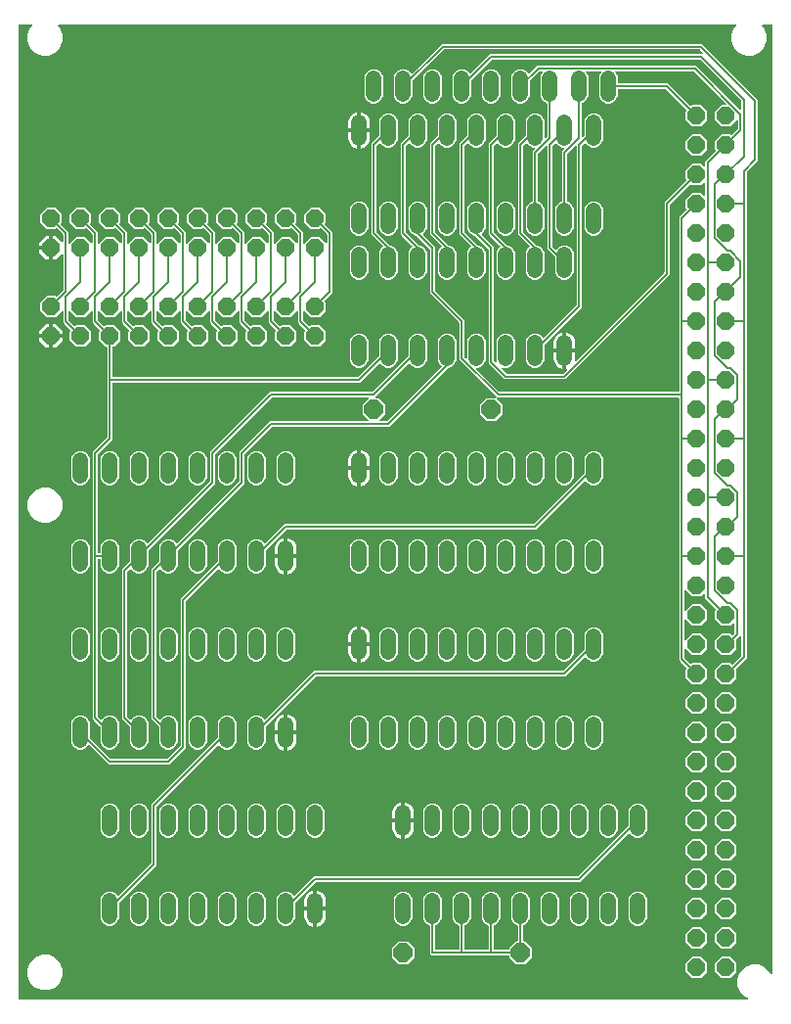
<source format=gbr>
G04 EAGLE Gerber RS-274X export*
G75*
%MOIN*%
%FSLAX34Y34*%
%LPD*%
%INBottom Copper*%
%IPPOS*%
%AMOC8*
5,1,8,0,0,1.08239X$1,22.5*%
G01*
%ADD10C,0.052000*%
%ADD11P,0.064943X8X292.500000*%
%ADD12P,0.064943X8X22.500000*%
%ADD13P,0.070313X8X202.500000*%
%ADD14P,0.070313X8X22.500000*%
%ADD15C,0.006000*%

G36*
X61242Y3401D02*
X61242Y3401D01*
X61246Y3402D01*
X61247Y3402D01*
X61248Y3402D01*
X61251Y3404D01*
X61254Y3406D01*
X61255Y3406D01*
X61256Y3407D01*
X61259Y3410D01*
X61261Y3412D01*
X61262Y3413D01*
X61262Y3414D01*
X61264Y3417D01*
X61266Y3421D01*
X61266Y3422D01*
X61266Y3423D01*
X61267Y3426D01*
X61267Y3430D01*
X61267Y3431D01*
X61267Y3432D01*
X61266Y3436D01*
X61266Y3440D01*
X61265Y3440D01*
X61265Y3441D01*
X61263Y3445D01*
X61261Y3448D01*
X61260Y3449D01*
X61257Y3452D01*
X61254Y3455D01*
X61253Y3455D01*
X61252Y3455D01*
X61252Y3456D01*
X61249Y3457D01*
X61161Y3493D01*
X60993Y3661D01*
X60902Y3881D01*
X60902Y4119D01*
X60993Y4339D01*
X61161Y4507D01*
X61381Y4598D01*
X61619Y4598D01*
X61839Y4507D01*
X62007Y4339D01*
X62035Y4270D01*
X62037Y4266D01*
X62039Y4263D01*
X62040Y4262D01*
X62043Y4259D01*
X62046Y4257D01*
X62047Y4256D01*
X62048Y4256D01*
X62051Y4254D01*
X62055Y4253D01*
X62056Y4253D01*
X62057Y4252D01*
X62060Y4252D01*
X62064Y4252D01*
X62065Y4252D01*
X62066Y4252D01*
X62070Y4253D01*
X62074Y4254D01*
X62074Y4255D01*
X62075Y4255D01*
X62078Y4257D01*
X62082Y4259D01*
X62082Y4260D01*
X62083Y4260D01*
X62085Y4264D01*
X62088Y4267D01*
X62088Y4268D01*
X62090Y4272D01*
X62091Y4276D01*
X62091Y4277D01*
X62091Y4278D01*
X62091Y4281D01*
X62091Y36570D01*
X62091Y36571D01*
X62091Y36572D01*
X62090Y36576D01*
X62090Y36579D01*
X62089Y36580D01*
X62089Y36581D01*
X62087Y36585D01*
X62085Y36588D01*
X62085Y36589D01*
X62084Y36589D01*
X62081Y36592D01*
X62078Y36594D01*
X62077Y36595D01*
X62076Y36595D01*
X62073Y36597D01*
X62070Y36598D01*
X62069Y36598D01*
X62068Y36599D01*
X62062Y36599D01*
X61766Y36599D01*
X61764Y36599D01*
X61761Y36599D01*
X61759Y36598D01*
X61757Y36598D01*
X61754Y36596D01*
X61752Y36595D01*
X61750Y36594D01*
X61749Y36593D01*
X61747Y36591D01*
X61744Y36589D01*
X61743Y36588D01*
X61742Y36586D01*
X61741Y36583D01*
X61739Y36581D01*
X61739Y36579D01*
X61738Y36577D01*
X61738Y36575D01*
X61737Y36572D01*
X61737Y36570D01*
X61737Y36568D01*
X61738Y36565D01*
X61738Y36562D01*
X61739Y36560D01*
X61740Y36559D01*
X61741Y36556D01*
X61742Y36553D01*
X61744Y36551D01*
X61745Y36551D01*
X61745Y36550D01*
X61746Y36549D01*
X61807Y36489D01*
X61898Y36269D01*
X61898Y36031D01*
X61807Y35811D01*
X61639Y35643D01*
X61419Y35552D01*
X61181Y35552D01*
X60961Y35643D01*
X60793Y35811D01*
X60702Y36031D01*
X60702Y36269D01*
X60793Y36489D01*
X60854Y36549D01*
X60856Y36552D01*
X60858Y36554D01*
X60859Y36556D01*
X60860Y36557D01*
X60861Y36560D01*
X60862Y36563D01*
X60862Y36564D01*
X60863Y36566D01*
X60862Y36569D01*
X60863Y36572D01*
X60862Y36574D01*
X60862Y36576D01*
X60861Y36579D01*
X60860Y36581D01*
X60859Y36583D01*
X60859Y36585D01*
X60857Y36587D01*
X60855Y36589D01*
X60854Y36591D01*
X60853Y36592D01*
X60850Y36594D01*
X60848Y36595D01*
X60846Y36596D01*
X60844Y36597D01*
X60842Y36598D01*
X60839Y36599D01*
X60836Y36599D01*
X60835Y36599D01*
X60834Y36599D01*
X37766Y36599D01*
X37764Y36599D01*
X37761Y36599D01*
X37759Y36598D01*
X37757Y36598D01*
X37754Y36596D01*
X37752Y36595D01*
X37750Y36594D01*
X37749Y36593D01*
X37747Y36591D01*
X37744Y36589D01*
X37743Y36588D01*
X37742Y36586D01*
X37741Y36583D01*
X37739Y36581D01*
X37739Y36579D01*
X37738Y36577D01*
X37738Y36575D01*
X37737Y36572D01*
X37737Y36570D01*
X37737Y36568D01*
X37738Y36565D01*
X37738Y36562D01*
X37739Y36560D01*
X37740Y36559D01*
X37741Y36556D01*
X37742Y36553D01*
X37744Y36551D01*
X37745Y36551D01*
X37745Y36550D01*
X37746Y36549D01*
X37807Y36489D01*
X37898Y36269D01*
X37898Y36031D01*
X37807Y35811D01*
X37639Y35643D01*
X37419Y35552D01*
X37181Y35552D01*
X36961Y35643D01*
X36793Y35811D01*
X36702Y36031D01*
X36702Y36269D01*
X36793Y36489D01*
X36854Y36549D01*
X36856Y36552D01*
X36858Y36554D01*
X36859Y36556D01*
X36860Y36557D01*
X36861Y36560D01*
X36862Y36563D01*
X36862Y36564D01*
X36863Y36566D01*
X36862Y36569D01*
X36863Y36572D01*
X36862Y36574D01*
X36862Y36576D01*
X36861Y36579D01*
X36860Y36581D01*
X36859Y36583D01*
X36859Y36585D01*
X36857Y36587D01*
X36855Y36589D01*
X36854Y36591D01*
X36853Y36592D01*
X36850Y36594D01*
X36848Y36595D01*
X36846Y36596D01*
X36844Y36597D01*
X36842Y36598D01*
X36839Y36599D01*
X36836Y36599D01*
X36835Y36599D01*
X36834Y36599D01*
X36430Y36599D01*
X36429Y36599D01*
X36428Y36599D01*
X36424Y36598D01*
X36421Y36598D01*
X36420Y36597D01*
X36419Y36597D01*
X36415Y36595D01*
X36412Y36593D01*
X36411Y36592D01*
X36408Y36589D01*
X36406Y36586D01*
X36405Y36585D01*
X36405Y36584D01*
X36403Y36581D01*
X36402Y36577D01*
X36402Y36576D01*
X36401Y36575D01*
X36401Y36570D01*
X36401Y3430D01*
X36401Y3429D01*
X36401Y3428D01*
X36402Y3424D01*
X36402Y3421D01*
X36403Y3420D01*
X36403Y3419D01*
X36405Y3415D01*
X36407Y3412D01*
X36408Y3411D01*
X36411Y3408D01*
X36414Y3406D01*
X36415Y3405D01*
X36416Y3405D01*
X36419Y3403D01*
X36423Y3402D01*
X36424Y3402D01*
X36425Y3401D01*
X36430Y3401D01*
X61238Y3401D01*
X61242Y3401D01*
G37*
%LPC*%
G36*
X59351Y14139D02*
X59351Y14139D01*
X59139Y14351D01*
X59139Y14649D01*
X59160Y14670D01*
X59161Y14671D01*
X59161Y14672D01*
X59163Y14674D01*
X59164Y14675D01*
X59164Y14676D01*
X59166Y14678D01*
X59166Y14679D01*
X59166Y14680D01*
X59167Y14683D01*
X59168Y14684D01*
X59168Y14685D01*
X59168Y14687D01*
X59168Y14688D01*
X59169Y14689D01*
X59168Y14692D01*
X59168Y14693D01*
X59168Y14694D01*
X59168Y14697D01*
X59168Y14698D01*
X59168Y14699D01*
X59167Y14701D01*
X59166Y14702D01*
X59165Y14704D01*
X59165Y14706D01*
X59164Y14706D01*
X59164Y14707D01*
X59161Y14710D01*
X59161Y14711D01*
X59160Y14712D01*
X58971Y14901D01*
X58909Y14962D01*
X58909Y23880D01*
X58909Y23881D01*
X58909Y23882D01*
X58908Y23886D01*
X58908Y23889D01*
X58907Y23890D01*
X58907Y23891D01*
X58905Y23895D01*
X58903Y23898D01*
X58902Y23899D01*
X58899Y23902D01*
X58896Y23904D01*
X58895Y23905D01*
X58894Y23905D01*
X58891Y23907D01*
X58887Y23908D01*
X58886Y23908D01*
X58885Y23909D01*
X58880Y23909D01*
X52707Y23909D01*
X52704Y23909D01*
X52701Y23909D01*
X52699Y23908D01*
X52697Y23908D01*
X52695Y23906D01*
X52692Y23905D01*
X52690Y23904D01*
X52689Y23903D01*
X52687Y23901D01*
X52685Y23900D01*
X52686Y23901D01*
X52688Y23904D01*
X52688Y23906D01*
X52689Y23907D01*
X52689Y23910D01*
X52690Y23913D01*
X52690Y23915D01*
X52690Y23917D01*
X52689Y23920D01*
X52689Y23923D01*
X52688Y23924D01*
X52687Y23926D01*
X52686Y23929D01*
X52685Y23931D01*
X52683Y23934D01*
X52682Y23934D01*
X52682Y23935D01*
X52681Y23935D01*
X52646Y23971D01*
X51409Y25207D01*
X51409Y26450D01*
X51409Y26451D01*
X51409Y26453D01*
X51409Y26454D01*
X51408Y26458D01*
X51408Y26459D01*
X51408Y26460D01*
X51406Y26463D01*
X51404Y26467D01*
X51403Y26468D01*
X51403Y26469D01*
X51401Y26471D01*
X50409Y27462D01*
X50409Y28950D01*
X50409Y28954D01*
X50408Y28958D01*
X50408Y28959D01*
X50408Y28960D01*
X50406Y28963D01*
X50404Y28967D01*
X50403Y28968D01*
X50403Y28969D01*
X50401Y28971D01*
X49961Y29411D01*
X49958Y29413D01*
X49955Y29415D01*
X49954Y29416D01*
X49953Y29416D01*
X49949Y29417D01*
X49946Y29419D01*
X49945Y29419D01*
X49944Y29419D01*
X49943Y29419D01*
X49940Y29419D01*
X49936Y29419D01*
X49818Y29468D01*
X49728Y29558D01*
X49679Y29676D01*
X49679Y30324D01*
X49728Y30442D01*
X49818Y30532D01*
X49936Y30581D01*
X50064Y30581D01*
X50182Y30532D01*
X50272Y30442D01*
X50321Y30324D01*
X50321Y29676D01*
X50272Y29558D01*
X50192Y29478D01*
X50191Y29477D01*
X50190Y29477D01*
X50188Y29473D01*
X50186Y29470D01*
X50186Y29469D01*
X50185Y29468D01*
X50184Y29465D01*
X50183Y29461D01*
X50183Y29460D01*
X50183Y29459D01*
X50184Y29455D01*
X50184Y29452D01*
X50184Y29451D01*
X50184Y29450D01*
X50186Y29446D01*
X50187Y29443D01*
X50188Y29442D01*
X50188Y29441D01*
X50192Y29437D01*
X50591Y29038D01*
X50591Y27550D01*
X50591Y27546D01*
X50592Y27542D01*
X50592Y27541D01*
X50592Y27540D01*
X50594Y27537D01*
X50596Y27533D01*
X50597Y27532D01*
X50597Y27531D01*
X50599Y27529D01*
X51591Y26538D01*
X51591Y25295D01*
X51591Y25291D01*
X51592Y25287D01*
X51592Y25286D01*
X51592Y25285D01*
X51594Y25282D01*
X51596Y25278D01*
X51597Y25277D01*
X51597Y25276D01*
X51599Y25274D01*
X51629Y25244D01*
X51632Y25242D01*
X51634Y25240D01*
X51636Y25240D01*
X51637Y25238D01*
X51640Y25238D01*
X51643Y25236D01*
X51644Y25236D01*
X51646Y25236D01*
X51649Y25236D01*
X51652Y25236D01*
X51654Y25236D01*
X51656Y25236D01*
X51659Y25237D01*
X51661Y25238D01*
X51663Y25239D01*
X51665Y25239D01*
X51667Y25241D01*
X51669Y25243D01*
X51671Y25244D01*
X51672Y25246D01*
X51674Y25248D01*
X51675Y25250D01*
X51676Y25252D01*
X51677Y25254D01*
X51678Y25257D01*
X51679Y25259D01*
X51679Y25262D01*
X51679Y25263D01*
X51679Y25264D01*
X51679Y25265D01*
X51679Y25824D01*
X51728Y25942D01*
X51818Y26032D01*
X51936Y26081D01*
X52064Y26081D01*
X52182Y26032D01*
X52272Y25942D01*
X52321Y25824D01*
X52321Y25176D01*
X52272Y25058D01*
X52182Y24968D01*
X52064Y24919D01*
X52025Y24919D01*
X52022Y24919D01*
X52019Y24919D01*
X52017Y24918D01*
X52015Y24918D01*
X52013Y24916D01*
X52010Y24915D01*
X52009Y24914D01*
X52007Y24913D01*
X52005Y24911D01*
X52003Y24909D01*
X52002Y24908D01*
X52000Y24906D01*
X51999Y24903D01*
X51998Y24901D01*
X51997Y24899D01*
X51996Y24897D01*
X51996Y24895D01*
X51996Y24892D01*
X51996Y24890D01*
X51996Y24888D01*
X51996Y24885D01*
X51997Y24882D01*
X51997Y24880D01*
X51998Y24879D01*
X51999Y24876D01*
X52001Y24873D01*
X52002Y24871D01*
X52003Y24871D01*
X52003Y24870D01*
X52004Y24869D01*
X52774Y24099D01*
X52777Y24097D01*
X52780Y24095D01*
X52781Y24094D01*
X52782Y24094D01*
X52786Y24093D01*
X52789Y24091D01*
X52790Y24091D01*
X52791Y24091D01*
X52792Y24091D01*
X52795Y24091D01*
X58880Y24091D01*
X58881Y24091D01*
X58882Y24091D01*
X58886Y24092D01*
X58889Y24092D01*
X58890Y24093D01*
X58891Y24093D01*
X58895Y24095D01*
X58898Y24097D01*
X58899Y24098D01*
X58902Y24101D01*
X58904Y24104D01*
X58905Y24105D01*
X58905Y24106D01*
X58907Y24109D01*
X58908Y24113D01*
X58908Y24114D01*
X58909Y24115D01*
X58909Y24120D01*
X58909Y30038D01*
X58971Y30099D01*
X59160Y30288D01*
X59161Y30289D01*
X59161Y30290D01*
X59163Y30293D01*
X59166Y30296D01*
X59166Y30297D01*
X59166Y30298D01*
X59167Y30302D01*
X59168Y30305D01*
X59168Y30306D01*
X59169Y30307D01*
X59168Y30311D01*
X59168Y30315D01*
X59168Y30316D01*
X59168Y30317D01*
X59166Y30320D01*
X59165Y30324D01*
X59164Y30325D01*
X59164Y30326D01*
X59160Y30330D01*
X59139Y30351D01*
X59139Y30649D01*
X59351Y30861D01*
X59649Y30861D01*
X59749Y30761D01*
X59752Y30759D01*
X59754Y30757D01*
X59756Y30756D01*
X59757Y30755D01*
X59760Y30754D01*
X59763Y30753D01*
X59764Y30753D01*
X59766Y30753D01*
X59769Y30753D01*
X59772Y30752D01*
X59774Y30753D01*
X59776Y30753D01*
X59779Y30754D01*
X59781Y30755D01*
X59783Y30756D01*
X59785Y30756D01*
X59787Y30758D01*
X59789Y30760D01*
X59791Y30761D01*
X59792Y30762D01*
X59794Y30765D01*
X59795Y30767D01*
X59796Y30769D01*
X59797Y30771D01*
X59798Y30773D01*
X59799Y30776D01*
X59799Y30779D01*
X59799Y30780D01*
X59799Y30782D01*
X59799Y31218D01*
X59799Y31219D01*
X59799Y31220D01*
X59799Y31221D01*
X59799Y31224D01*
X59798Y31226D01*
X59798Y31228D01*
X59796Y31230D01*
X59795Y31233D01*
X59794Y31235D01*
X59793Y31236D01*
X59791Y31238D01*
X59789Y31241D01*
X59788Y31242D01*
X59786Y31243D01*
X59783Y31244D01*
X59781Y31246D01*
X59779Y31246D01*
X59777Y31247D01*
X59775Y31247D01*
X59772Y31248D01*
X59770Y31247D01*
X59768Y31248D01*
X59765Y31247D01*
X59762Y31247D01*
X59760Y31246D01*
X59759Y31245D01*
X59756Y31244D01*
X59753Y31243D01*
X59751Y31241D01*
X59751Y31240D01*
X59750Y31240D01*
X59749Y31239D01*
X59649Y31139D01*
X59351Y31139D01*
X59330Y31160D01*
X59329Y31161D01*
X59328Y31161D01*
X59325Y31163D01*
X59322Y31166D01*
X59321Y31166D01*
X59320Y31166D01*
X59316Y31167D01*
X59313Y31168D01*
X59312Y31168D01*
X59311Y31169D01*
X59307Y31168D01*
X59303Y31168D01*
X59302Y31168D01*
X59301Y31168D01*
X59298Y31166D01*
X59294Y31165D01*
X59294Y31164D01*
X59293Y31164D01*
X59288Y31160D01*
X58599Y30471D01*
X58597Y30468D01*
X58595Y30465D01*
X58594Y30464D01*
X58594Y30463D01*
X58593Y30459D01*
X58591Y30456D01*
X58591Y30455D01*
X58591Y30454D01*
X58591Y30453D01*
X58591Y30450D01*
X58591Y28082D01*
X58529Y28021D01*
X55038Y24529D01*
X52962Y24529D01*
X52901Y24591D01*
X52471Y25021D01*
X52409Y25082D01*
X52409Y28950D01*
X52409Y28954D01*
X52408Y28958D01*
X52408Y28959D01*
X52408Y28960D01*
X52406Y28963D01*
X52404Y28967D01*
X52403Y28968D01*
X52403Y28969D01*
X52401Y28971D01*
X51971Y29401D01*
X51961Y29411D01*
X51958Y29413D01*
X51955Y29415D01*
X51954Y29416D01*
X51953Y29416D01*
X51949Y29417D01*
X51946Y29419D01*
X51945Y29419D01*
X51944Y29419D01*
X51943Y29419D01*
X51940Y29419D01*
X51936Y29419D01*
X51818Y29468D01*
X51728Y29558D01*
X51679Y29676D01*
X51679Y30324D01*
X51728Y30442D01*
X51818Y30532D01*
X51936Y30581D01*
X52064Y30581D01*
X52182Y30532D01*
X52272Y30442D01*
X52321Y30324D01*
X52321Y29676D01*
X52272Y29558D01*
X52192Y29478D01*
X52191Y29477D01*
X52190Y29477D01*
X52188Y29473D01*
X52186Y29470D01*
X52186Y29469D01*
X52185Y29468D01*
X52184Y29465D01*
X52183Y29461D01*
X52183Y29460D01*
X52183Y29459D01*
X52184Y29455D01*
X52184Y29452D01*
X52184Y29451D01*
X52184Y29450D01*
X52186Y29446D01*
X52187Y29443D01*
X52188Y29442D01*
X52188Y29441D01*
X52192Y29437D01*
X52529Y29099D01*
X52591Y29038D01*
X52591Y25170D01*
X52591Y25166D01*
X52592Y25162D01*
X52592Y25161D01*
X52592Y25160D01*
X52594Y25157D01*
X52596Y25153D01*
X52597Y25152D01*
X52597Y25151D01*
X52599Y25149D01*
X52651Y25097D01*
X52654Y25095D01*
X52657Y25093D01*
X52658Y25092D01*
X52659Y25092D01*
X52662Y25091D01*
X52666Y25089D01*
X52667Y25089D01*
X52668Y25089D01*
X52672Y25089D01*
X52676Y25089D01*
X52677Y25089D01*
X52678Y25089D01*
X52681Y25091D01*
X52685Y25092D01*
X52686Y25092D01*
X52686Y25093D01*
X52689Y25095D01*
X52693Y25097D01*
X52693Y25098D01*
X52694Y25099D01*
X52696Y25102D01*
X52698Y25105D01*
X52698Y25106D01*
X52699Y25107D01*
X52700Y25111D01*
X52701Y25114D01*
X52701Y25115D01*
X52701Y25116D01*
X52700Y25120D01*
X52700Y25124D01*
X52700Y25125D01*
X52700Y25126D01*
X52700Y25127D01*
X52699Y25129D01*
X52679Y25176D01*
X52679Y25824D01*
X52728Y25942D01*
X52818Y26032D01*
X52936Y26081D01*
X53064Y26081D01*
X53182Y26032D01*
X53272Y25942D01*
X53321Y25824D01*
X53321Y25176D01*
X53272Y25058D01*
X53182Y24968D01*
X53064Y24919D01*
X52936Y24919D01*
X52889Y24939D01*
X52885Y24940D01*
X52882Y24941D01*
X52881Y24941D01*
X52880Y24941D01*
X52876Y24940D01*
X52872Y24940D01*
X52871Y24940D01*
X52870Y24940D01*
X52867Y24938D01*
X52863Y24937D01*
X52863Y24936D01*
X52862Y24936D01*
X52859Y24933D01*
X52856Y24931D01*
X52855Y24930D01*
X52855Y24929D01*
X52853Y24926D01*
X52851Y24923D01*
X52851Y24922D01*
X52850Y24921D01*
X52850Y24917D01*
X52849Y24913D01*
X52849Y24912D01*
X52849Y24911D01*
X52849Y24908D01*
X52850Y24904D01*
X52850Y24903D01*
X52850Y24902D01*
X52852Y24899D01*
X52854Y24895D01*
X52855Y24894D01*
X52856Y24893D01*
X52857Y24891D01*
X53029Y24719D01*
X53032Y24717D01*
X53035Y24715D01*
X53036Y24714D01*
X53037Y24714D01*
X53041Y24713D01*
X53044Y24711D01*
X53045Y24711D01*
X53046Y24711D01*
X53047Y24711D01*
X53050Y24711D01*
X54950Y24711D01*
X54954Y24711D01*
X54958Y24712D01*
X54959Y24712D01*
X54960Y24712D01*
X54963Y24714D01*
X54967Y24716D01*
X54968Y24717D01*
X54969Y24717D01*
X54971Y24719D01*
X55086Y24835D01*
X55087Y24836D01*
X55088Y24836D01*
X55090Y24839D01*
X55092Y24843D01*
X55093Y24844D01*
X55094Y24848D01*
X55095Y24852D01*
X55095Y24853D01*
X55095Y24854D01*
X55095Y24857D01*
X55094Y24861D01*
X55094Y24862D01*
X55094Y24863D01*
X55092Y24867D01*
X55091Y24870D01*
X55090Y24871D01*
X55090Y24872D01*
X55087Y24875D01*
X55085Y24878D01*
X55084Y24878D01*
X55083Y24879D01*
X55080Y24881D01*
X55077Y24883D01*
X55076Y24883D01*
X55075Y24883D01*
X55071Y24884D01*
X55067Y24885D01*
X55066Y24885D01*
X55065Y24885D01*
X55060Y24884D01*
X55059Y24884D01*
X55059Y25441D01*
X55361Y25441D01*
X55361Y25204D01*
X55356Y25180D01*
X55356Y25179D01*
X55356Y25178D01*
X55356Y25174D01*
X55356Y25170D01*
X55356Y25169D01*
X55356Y25168D01*
X55357Y25165D01*
X55358Y25161D01*
X55359Y25160D01*
X55362Y25157D01*
X55364Y25154D01*
X55365Y25153D01*
X55365Y25152D01*
X55369Y25150D01*
X55372Y25148D01*
X55373Y25148D01*
X55374Y25147D01*
X55377Y25146D01*
X55381Y25145D01*
X55382Y25145D01*
X55383Y25145D01*
X55387Y25145D01*
X55390Y25146D01*
X55391Y25146D01*
X55392Y25146D01*
X55396Y25148D01*
X55399Y25149D01*
X55400Y25150D01*
X55401Y25150D01*
X55405Y25154D01*
X58401Y28149D01*
X58403Y28152D01*
X58405Y28155D01*
X58406Y28156D01*
X58406Y28157D01*
X58407Y28161D01*
X58409Y28164D01*
X58409Y28165D01*
X58409Y28166D01*
X58409Y28167D01*
X58409Y28170D01*
X58409Y30538D01*
X58471Y30599D01*
X59160Y31288D01*
X59161Y31289D01*
X59161Y31290D01*
X59163Y31293D01*
X59166Y31296D01*
X59166Y31297D01*
X59166Y31298D01*
X59167Y31302D01*
X59168Y31305D01*
X59168Y31306D01*
X59169Y31307D01*
X59168Y31311D01*
X59168Y31315D01*
X59168Y31316D01*
X59168Y31317D01*
X59166Y31320D01*
X59165Y31324D01*
X59164Y31325D01*
X59164Y31326D01*
X59160Y31330D01*
X59139Y31351D01*
X59139Y31649D01*
X59351Y31861D01*
X59649Y31861D01*
X59749Y31761D01*
X59752Y31759D01*
X59754Y31757D01*
X59756Y31756D01*
X59757Y31755D01*
X59760Y31754D01*
X59763Y31753D01*
X59764Y31753D01*
X59766Y31753D01*
X59769Y31753D01*
X59772Y31752D01*
X59774Y31753D01*
X59776Y31753D01*
X59779Y31754D01*
X59781Y31755D01*
X59783Y31756D01*
X59785Y31756D01*
X59787Y31758D01*
X59789Y31760D01*
X59791Y31761D01*
X59792Y31762D01*
X59794Y31765D01*
X59795Y31767D01*
X59796Y31769D01*
X59797Y31771D01*
X59798Y31773D01*
X59799Y31776D01*
X59799Y31779D01*
X59799Y31780D01*
X59799Y31782D01*
X59799Y31928D01*
X59861Y31989D01*
X60160Y32288D01*
X60161Y32289D01*
X60161Y32290D01*
X60163Y32293D01*
X60166Y32296D01*
X60166Y32297D01*
X60166Y32298D01*
X60167Y32302D01*
X60168Y32305D01*
X60168Y32306D01*
X60169Y32307D01*
X60168Y32311D01*
X60168Y32315D01*
X60168Y32316D01*
X60168Y32317D01*
X60166Y32320D01*
X60165Y32324D01*
X60164Y32325D01*
X60164Y32326D01*
X60160Y32330D01*
X60139Y32351D01*
X60139Y32649D01*
X60351Y32861D01*
X60649Y32861D01*
X60670Y32840D01*
X60671Y32839D01*
X60672Y32839D01*
X60675Y32837D01*
X60678Y32834D01*
X60679Y32834D01*
X60680Y32834D01*
X60684Y32833D01*
X60687Y32832D01*
X60688Y32832D01*
X60689Y32831D01*
X60693Y32832D01*
X60697Y32832D01*
X60698Y32832D01*
X60699Y32832D01*
X60702Y32834D01*
X60706Y32835D01*
X60706Y32836D01*
X60707Y32836D01*
X60712Y32840D01*
X60901Y33029D01*
X60903Y33032D01*
X60905Y33035D01*
X60906Y33036D01*
X60906Y33037D01*
X60907Y33041D01*
X60909Y33044D01*
X60909Y33045D01*
X60909Y33046D01*
X60909Y33047D01*
X60909Y33050D01*
X60909Y33328D01*
X60909Y33331D01*
X60909Y33334D01*
X60908Y33336D01*
X60908Y33338D01*
X60906Y33340D01*
X60905Y33343D01*
X60904Y33345D01*
X60903Y33346D01*
X60901Y33348D01*
X60899Y33351D01*
X60898Y33352D01*
X60896Y33353D01*
X60893Y33354D01*
X60891Y33356D01*
X60889Y33356D01*
X60887Y33357D01*
X60885Y33357D01*
X60882Y33358D01*
X60880Y33357D01*
X60878Y33358D01*
X60875Y33357D01*
X60872Y33357D01*
X60870Y33356D01*
X60869Y33355D01*
X60866Y33354D01*
X60863Y33353D01*
X60861Y33351D01*
X60861Y33350D01*
X60860Y33350D01*
X60859Y33349D01*
X60649Y33139D01*
X60351Y33139D01*
X60139Y33351D01*
X60139Y33649D01*
X60351Y33861D01*
X60492Y33861D01*
X60495Y33861D01*
X60498Y33861D01*
X60499Y33862D01*
X60501Y33862D01*
X60504Y33864D01*
X60507Y33865D01*
X60508Y33866D01*
X60510Y33867D01*
X60512Y33869D01*
X60514Y33871D01*
X60515Y33872D01*
X60516Y33874D01*
X60517Y33877D01*
X60519Y33879D01*
X60519Y33881D01*
X60520Y33883D01*
X60520Y33885D01*
X60521Y33888D01*
X60521Y33890D01*
X60521Y33892D01*
X60520Y33895D01*
X60520Y33898D01*
X60519Y33900D01*
X60519Y33901D01*
X60517Y33904D01*
X60516Y33907D01*
X60514Y33909D01*
X60513Y33910D01*
X60513Y33911D01*
X59413Y35011D01*
X59409Y35013D01*
X59406Y35015D01*
X59405Y35016D01*
X59401Y35017D01*
X59397Y35019D01*
X59396Y35019D01*
X59395Y35019D01*
X59392Y35019D01*
X56765Y35019D01*
X56762Y35019D01*
X56759Y35019D01*
X56757Y35018D01*
X56756Y35018D01*
X56753Y35016D01*
X56750Y35015D01*
X56749Y35014D01*
X56747Y35013D01*
X56745Y35011D01*
X56743Y35009D01*
X56742Y35008D01*
X56741Y35006D01*
X56739Y35003D01*
X56738Y35001D01*
X56737Y34999D01*
X56737Y34997D01*
X56736Y34995D01*
X56736Y34992D01*
X56736Y34990D01*
X56736Y34988D01*
X56736Y34985D01*
X56737Y34982D01*
X56738Y34980D01*
X56738Y34979D01*
X56740Y34976D01*
X56741Y34973D01*
X56743Y34971D01*
X56744Y34970D01*
X56744Y34969D01*
X56772Y34942D01*
X56821Y34824D01*
X56821Y34620D01*
X56821Y34619D01*
X56821Y34618D01*
X56822Y34614D01*
X56822Y34611D01*
X56823Y34610D01*
X56823Y34609D01*
X56825Y34605D01*
X56827Y34602D01*
X56828Y34601D01*
X56831Y34598D01*
X56834Y34596D01*
X56835Y34595D01*
X56836Y34595D01*
X56839Y34593D01*
X56843Y34592D01*
X56844Y34592D01*
X56845Y34591D01*
X56850Y34591D01*
X58538Y34591D01*
X58599Y34529D01*
X59288Y33840D01*
X59289Y33839D01*
X59290Y33839D01*
X59293Y33837D01*
X59296Y33834D01*
X59297Y33834D01*
X59298Y33834D01*
X59302Y33833D01*
X59305Y33832D01*
X59306Y33832D01*
X59307Y33831D01*
X59311Y33832D01*
X59315Y33832D01*
X59316Y33832D01*
X59317Y33832D01*
X59320Y33834D01*
X59324Y33835D01*
X59325Y33836D01*
X59326Y33836D01*
X59330Y33840D01*
X59351Y33861D01*
X59649Y33861D01*
X59861Y33649D01*
X59861Y33351D01*
X59649Y33139D01*
X59351Y33139D01*
X59139Y33351D01*
X59139Y33649D01*
X59160Y33670D01*
X59161Y33671D01*
X59161Y33672D01*
X59163Y33675D01*
X59166Y33678D01*
X59166Y33679D01*
X59166Y33680D01*
X59167Y33684D01*
X59168Y33687D01*
X59168Y33688D01*
X59169Y33689D01*
X59168Y33693D01*
X59168Y33697D01*
X59168Y33698D01*
X59168Y33699D01*
X59166Y33702D01*
X59165Y33706D01*
X59164Y33706D01*
X59164Y33707D01*
X59160Y33712D01*
X58471Y34401D01*
X58468Y34403D01*
X58465Y34405D01*
X58464Y34406D01*
X58463Y34406D01*
X58459Y34407D01*
X58456Y34409D01*
X58455Y34409D01*
X58454Y34409D01*
X58453Y34409D01*
X58450Y34409D01*
X56850Y34409D01*
X56849Y34409D01*
X56848Y34409D01*
X56844Y34408D01*
X56841Y34408D01*
X56840Y34407D01*
X56839Y34407D01*
X56835Y34405D01*
X56832Y34403D01*
X56831Y34402D01*
X56828Y34399D01*
X56826Y34396D01*
X56825Y34395D01*
X56825Y34394D01*
X56823Y34391D01*
X56822Y34387D01*
X56822Y34386D01*
X56821Y34385D01*
X56821Y34380D01*
X56821Y34176D01*
X56772Y34058D01*
X56682Y33968D01*
X56564Y33919D01*
X56436Y33919D01*
X56318Y33968D01*
X56228Y34058D01*
X56179Y34176D01*
X56179Y34824D01*
X56228Y34942D01*
X56256Y34969D01*
X56257Y34972D01*
X56259Y34974D01*
X56260Y34976D01*
X56261Y34977D01*
X56262Y34980D01*
X56263Y34983D01*
X56263Y34984D01*
X56264Y34986D01*
X56264Y34989D01*
X56264Y34992D01*
X56264Y34994D01*
X56264Y34996D01*
X56263Y34999D01*
X56262Y35001D01*
X56261Y35003D01*
X56260Y35005D01*
X56258Y35007D01*
X56257Y35009D01*
X56255Y35011D01*
X56254Y35012D01*
X56252Y35014D01*
X56249Y35015D01*
X56248Y35016D01*
X56246Y35017D01*
X56243Y35018D01*
X56240Y35019D01*
X56237Y35019D01*
X56236Y35019D01*
X56235Y35019D01*
X55765Y35019D01*
X55762Y35019D01*
X55759Y35019D01*
X55757Y35018D01*
X55756Y35018D01*
X55753Y35016D01*
X55750Y35015D01*
X55749Y35014D01*
X55747Y35013D01*
X55745Y35011D01*
X55743Y35009D01*
X55742Y35008D01*
X55741Y35006D01*
X55739Y35003D01*
X55738Y35001D01*
X55737Y34999D01*
X55737Y34997D01*
X55736Y34995D01*
X55736Y34992D01*
X55736Y34990D01*
X55736Y34988D01*
X55736Y34985D01*
X55737Y34982D01*
X55738Y34980D01*
X55738Y34979D01*
X55740Y34976D01*
X55741Y34973D01*
X55743Y34971D01*
X55744Y34970D01*
X55744Y34969D01*
X55772Y34942D01*
X55821Y34824D01*
X55821Y34176D01*
X55772Y34058D01*
X55682Y33968D01*
X55609Y33938D01*
X55605Y33935D01*
X55601Y33933D01*
X55598Y33929D01*
X55595Y33925D01*
X55593Y33921D01*
X55591Y33916D01*
X55591Y33911D01*
X55591Y32790D01*
X55591Y32787D01*
X55591Y32784D01*
X55592Y32782D01*
X55592Y32780D01*
X55594Y32778D01*
X55595Y32775D01*
X55596Y32773D01*
X55597Y32772D01*
X55599Y32770D01*
X55601Y32768D01*
X55602Y32767D01*
X55604Y32765D01*
X55607Y32764D01*
X55609Y32763D01*
X55611Y32762D01*
X55613Y32761D01*
X55615Y32761D01*
X55618Y32760D01*
X55620Y32761D01*
X55622Y32761D01*
X55625Y32761D01*
X55628Y32762D01*
X55630Y32762D01*
X55631Y32763D01*
X55634Y32764D01*
X55637Y32766D01*
X55639Y32767D01*
X55639Y32768D01*
X55640Y32768D01*
X55641Y32769D01*
X55671Y32799D01*
X55673Y32802D01*
X55675Y32805D01*
X55676Y32806D01*
X55676Y32807D01*
X55677Y32811D01*
X55679Y32814D01*
X55679Y32815D01*
X55679Y32816D01*
X55679Y32817D01*
X55679Y32820D01*
X55679Y33324D01*
X55728Y33442D01*
X55818Y33532D01*
X55936Y33581D01*
X56064Y33581D01*
X56182Y33532D01*
X56272Y33442D01*
X56321Y33324D01*
X56321Y32676D01*
X56272Y32558D01*
X56182Y32468D01*
X56064Y32419D01*
X55936Y32419D01*
X55818Y32468D01*
X55728Y32558D01*
X55727Y32559D01*
X55727Y32560D01*
X55723Y32562D01*
X55720Y32564D01*
X55719Y32564D01*
X55718Y32565D01*
X55715Y32566D01*
X55711Y32567D01*
X55710Y32567D01*
X55709Y32567D01*
X55705Y32566D01*
X55702Y32566D01*
X55701Y32566D01*
X55700Y32566D01*
X55696Y32564D01*
X55693Y32563D01*
X55692Y32562D01*
X55691Y32562D01*
X55687Y32558D01*
X55599Y32471D01*
X55597Y32468D01*
X55595Y32465D01*
X55594Y32464D01*
X55594Y32463D01*
X55593Y32459D01*
X55591Y32456D01*
X55591Y32455D01*
X55591Y32454D01*
X55591Y32453D01*
X55591Y32450D01*
X55591Y26962D01*
X54329Y25701D01*
X54327Y25698D01*
X54325Y25695D01*
X54324Y25694D01*
X54324Y25693D01*
X54323Y25689D01*
X54321Y25686D01*
X54321Y25685D01*
X54321Y25684D01*
X54321Y25683D01*
X54321Y25680D01*
X54321Y25176D01*
X54272Y25058D01*
X54182Y24968D01*
X54064Y24919D01*
X53936Y24919D01*
X53818Y24968D01*
X53728Y25058D01*
X53679Y25176D01*
X53679Y25824D01*
X53728Y25942D01*
X53818Y26032D01*
X53936Y26081D01*
X54064Y26081D01*
X54182Y26032D01*
X54272Y25942D01*
X54273Y25941D01*
X54273Y25940D01*
X54277Y25938D01*
X54280Y25936D01*
X54281Y25936D01*
X54282Y25935D01*
X54285Y25934D01*
X54289Y25933D01*
X54290Y25933D01*
X54291Y25933D01*
X54295Y25934D01*
X54298Y25934D01*
X54299Y25934D01*
X54300Y25934D01*
X54304Y25936D01*
X54307Y25937D01*
X54308Y25938D01*
X54309Y25938D01*
X54313Y25942D01*
X55401Y27029D01*
X55403Y27032D01*
X55405Y27035D01*
X55406Y27036D01*
X55406Y27037D01*
X55407Y27041D01*
X55409Y27044D01*
X55409Y27045D01*
X55409Y27046D01*
X55409Y27047D01*
X55409Y27050D01*
X55409Y32455D01*
X55409Y32458D01*
X55409Y32461D01*
X55408Y32463D01*
X55408Y32465D01*
X55406Y32467D01*
X55405Y32470D01*
X55404Y32472D01*
X55403Y32473D01*
X55401Y32475D01*
X55399Y32477D01*
X55398Y32478D01*
X55396Y32480D01*
X55393Y32481D01*
X55391Y32482D01*
X55389Y32483D01*
X55387Y32484D01*
X55385Y32484D01*
X55382Y32485D01*
X55380Y32484D01*
X55378Y32484D01*
X55375Y32484D01*
X55372Y32483D01*
X55370Y32483D01*
X55369Y32482D01*
X55366Y32481D01*
X55363Y32479D01*
X55361Y32478D01*
X55361Y32477D01*
X55360Y32477D01*
X55359Y32476D01*
X55099Y32216D01*
X55097Y32213D01*
X55095Y32210D01*
X55094Y32209D01*
X55094Y32208D01*
X55093Y32204D01*
X55091Y32201D01*
X55091Y32200D01*
X55091Y32199D01*
X55091Y32198D01*
X55091Y32195D01*
X55091Y30589D01*
X55092Y30584D01*
X55092Y30580D01*
X55092Y30579D01*
X55095Y30575D01*
X55097Y30571D01*
X55100Y30568D01*
X55104Y30565D01*
X55109Y30562D01*
X55182Y30532D01*
X55272Y30442D01*
X55321Y30324D01*
X55321Y29676D01*
X55272Y29558D01*
X55182Y29468D01*
X55064Y29419D01*
X54936Y29419D01*
X54818Y29468D01*
X54728Y29558D01*
X54679Y29676D01*
X54679Y30324D01*
X54728Y30442D01*
X54818Y30532D01*
X54891Y30562D01*
X54895Y30565D01*
X54899Y30567D01*
X54902Y30571D01*
X54905Y30575D01*
X54907Y30579D01*
X54909Y30584D01*
X54909Y30589D01*
X54909Y32283D01*
X54971Y32344D01*
X54996Y32369D01*
X54998Y32372D01*
X55000Y32374D01*
X55000Y32376D01*
X55002Y32377D01*
X55002Y32380D01*
X55004Y32383D01*
X55004Y32384D01*
X55004Y32386D01*
X55004Y32389D01*
X55004Y32392D01*
X55004Y32394D01*
X55004Y32396D01*
X55003Y32399D01*
X55002Y32401D01*
X55001Y32403D01*
X55001Y32405D01*
X54999Y32407D01*
X54997Y32409D01*
X54996Y32411D01*
X54994Y32412D01*
X54992Y32414D01*
X54990Y32415D01*
X54988Y32416D01*
X54986Y32417D01*
X54983Y32418D01*
X54981Y32419D01*
X54978Y32419D01*
X54977Y32419D01*
X54976Y32419D01*
X54975Y32419D01*
X54936Y32419D01*
X54818Y32468D01*
X54728Y32558D01*
X54727Y32559D01*
X54727Y32560D01*
X54723Y32562D01*
X54720Y32564D01*
X54719Y32564D01*
X54718Y32565D01*
X54715Y32566D01*
X54711Y32567D01*
X54710Y32567D01*
X54709Y32567D01*
X54705Y32566D01*
X54702Y32566D01*
X54701Y32566D01*
X54700Y32566D01*
X54696Y32564D01*
X54693Y32563D01*
X54692Y32562D01*
X54691Y32562D01*
X54687Y32558D01*
X54599Y32471D01*
X54597Y32468D01*
X54595Y32465D01*
X54594Y32464D01*
X54594Y32463D01*
X54593Y32459D01*
X54591Y32456D01*
X54591Y32455D01*
X54591Y32454D01*
X54591Y32453D01*
X54591Y32450D01*
X54591Y29050D01*
X54591Y29046D01*
X54592Y29042D01*
X54592Y29041D01*
X54592Y29040D01*
X54594Y29037D01*
X54596Y29033D01*
X54597Y29032D01*
X54597Y29031D01*
X54599Y29029D01*
X54687Y28942D01*
X54688Y28941D01*
X54688Y28940D01*
X54691Y28938D01*
X54694Y28936D01*
X54695Y28936D01*
X54696Y28935D01*
X54700Y28934D01*
X54704Y28933D01*
X54705Y28933D01*
X54706Y28933D01*
X54709Y28934D01*
X54713Y28934D01*
X54714Y28934D01*
X54715Y28934D01*
X54719Y28936D01*
X54722Y28937D01*
X54723Y28938D01*
X54724Y28938D01*
X54728Y28942D01*
X54818Y29032D01*
X54936Y29081D01*
X55064Y29081D01*
X55182Y29032D01*
X55272Y28942D01*
X55321Y28824D01*
X55321Y28176D01*
X55272Y28058D01*
X55182Y27968D01*
X55064Y27919D01*
X54936Y27919D01*
X54818Y27968D01*
X54728Y28058D01*
X54679Y28176D01*
X54679Y28680D01*
X54679Y28684D01*
X54678Y28688D01*
X54678Y28689D01*
X54678Y28690D01*
X54676Y28693D01*
X54674Y28697D01*
X54673Y28698D01*
X54673Y28699D01*
X54671Y28701D01*
X54409Y28962D01*
X54409Y32455D01*
X54409Y32458D01*
X54409Y32461D01*
X54408Y32463D01*
X54408Y32465D01*
X54406Y32467D01*
X54405Y32470D01*
X54404Y32472D01*
X54403Y32473D01*
X54401Y32475D01*
X54399Y32477D01*
X54398Y32478D01*
X54396Y32480D01*
X54393Y32481D01*
X54391Y32482D01*
X54389Y32483D01*
X54387Y32484D01*
X54385Y32484D01*
X54382Y32485D01*
X54380Y32484D01*
X54378Y32484D01*
X54375Y32484D01*
X54372Y32483D01*
X54370Y32483D01*
X54369Y32482D01*
X54366Y32481D01*
X54363Y32479D01*
X54361Y32478D01*
X54361Y32477D01*
X54360Y32477D01*
X54359Y32476D01*
X54099Y32216D01*
X54097Y32213D01*
X54095Y32210D01*
X54094Y32209D01*
X54094Y32208D01*
X54093Y32204D01*
X54091Y32201D01*
X54091Y32200D01*
X54091Y32199D01*
X54091Y32198D01*
X54091Y32195D01*
X54091Y30589D01*
X54092Y30584D01*
X54092Y30580D01*
X54092Y30579D01*
X54095Y30575D01*
X54097Y30571D01*
X54100Y30568D01*
X54104Y30565D01*
X54109Y30562D01*
X54182Y30532D01*
X54272Y30442D01*
X54321Y30324D01*
X54321Y29676D01*
X54272Y29558D01*
X54182Y29468D01*
X54064Y29419D01*
X53936Y29419D01*
X53818Y29468D01*
X53728Y29558D01*
X53679Y29676D01*
X53679Y30324D01*
X53728Y30442D01*
X53818Y30532D01*
X53891Y30562D01*
X53895Y30565D01*
X53899Y30567D01*
X53902Y30571D01*
X53905Y30575D01*
X53907Y30579D01*
X53909Y30584D01*
X53909Y30589D01*
X53909Y32283D01*
X53971Y32344D01*
X53996Y32369D01*
X53998Y32372D01*
X54000Y32374D01*
X54000Y32376D01*
X54002Y32377D01*
X54002Y32380D01*
X54004Y32383D01*
X54004Y32384D01*
X54004Y32386D01*
X54004Y32389D01*
X54004Y32392D01*
X54004Y32394D01*
X54004Y32396D01*
X54003Y32399D01*
X54002Y32401D01*
X54001Y32403D01*
X54001Y32405D01*
X53999Y32407D01*
X53997Y32409D01*
X53996Y32411D01*
X53994Y32412D01*
X53992Y32414D01*
X53990Y32415D01*
X53988Y32416D01*
X53986Y32417D01*
X53983Y32418D01*
X53981Y32419D01*
X53978Y32419D01*
X53977Y32419D01*
X53976Y32419D01*
X53975Y32419D01*
X53936Y32419D01*
X53818Y32468D01*
X53728Y32558D01*
X53727Y32559D01*
X53727Y32560D01*
X53723Y32562D01*
X53720Y32564D01*
X53719Y32564D01*
X53718Y32565D01*
X53715Y32566D01*
X53711Y32567D01*
X53710Y32567D01*
X53709Y32567D01*
X53705Y32566D01*
X53702Y32566D01*
X53701Y32566D01*
X53700Y32566D01*
X53696Y32564D01*
X53693Y32563D01*
X53692Y32562D01*
X53691Y32562D01*
X53687Y32558D01*
X53599Y32471D01*
X53597Y32468D01*
X53595Y32465D01*
X53594Y32464D01*
X53594Y32463D01*
X53593Y32459D01*
X53591Y32456D01*
X53591Y32455D01*
X53591Y32454D01*
X53591Y32453D01*
X53591Y32450D01*
X53591Y29550D01*
X53591Y29549D01*
X53591Y29548D01*
X53591Y29545D01*
X53592Y29542D01*
X53592Y29541D01*
X53592Y29540D01*
X53593Y29539D01*
X53593Y29538D01*
X53594Y29536D01*
X53596Y29533D01*
X53597Y29532D01*
X53597Y29531D01*
X53598Y29531D01*
X53598Y29530D01*
X53599Y29529D01*
X54039Y29089D01*
X54042Y29087D01*
X54045Y29085D01*
X54046Y29084D01*
X54047Y29084D01*
X54051Y29083D01*
X54054Y29081D01*
X54055Y29081D01*
X54056Y29081D01*
X54057Y29081D01*
X54060Y29081D01*
X54064Y29081D01*
X54182Y29032D01*
X54272Y28942D01*
X54321Y28824D01*
X54321Y28176D01*
X54272Y28058D01*
X54182Y27968D01*
X54064Y27919D01*
X53936Y27919D01*
X53818Y27968D01*
X53728Y28058D01*
X53679Y28176D01*
X53679Y28824D01*
X53728Y28942D01*
X53808Y29022D01*
X53809Y29023D01*
X53810Y29023D01*
X53812Y29027D01*
X53814Y29030D01*
X53814Y29031D01*
X53815Y29032D01*
X53816Y29035D01*
X53817Y29039D01*
X53817Y29040D01*
X53817Y29041D01*
X53816Y29045D01*
X53816Y29048D01*
X53816Y29049D01*
X53816Y29050D01*
X53814Y29054D01*
X53813Y29057D01*
X53812Y29058D01*
X53812Y29059D01*
X53808Y29063D01*
X53409Y29462D01*
X53409Y32538D01*
X53671Y32799D01*
X53673Y32802D01*
X53675Y32805D01*
X53676Y32806D01*
X53676Y32807D01*
X53677Y32811D01*
X53679Y32814D01*
X53679Y32815D01*
X53679Y32816D01*
X53679Y32817D01*
X53679Y32820D01*
X53679Y33324D01*
X53728Y33442D01*
X53818Y33532D01*
X53936Y33581D01*
X54064Y33581D01*
X54182Y33532D01*
X54272Y33442D01*
X54321Y33324D01*
X54321Y32765D01*
X54321Y32762D01*
X54321Y32759D01*
X54322Y32757D01*
X54322Y32755D01*
X54324Y32753D01*
X54325Y32750D01*
X54326Y32749D01*
X54327Y32747D01*
X54329Y32745D01*
X54331Y32743D01*
X54332Y32742D01*
X54334Y32740D01*
X54337Y32739D01*
X54339Y32738D01*
X54341Y32737D01*
X54343Y32736D01*
X54345Y32736D01*
X54348Y32736D01*
X54350Y32736D01*
X54352Y32736D01*
X54355Y32736D01*
X54358Y32737D01*
X54360Y32737D01*
X54361Y32738D01*
X54364Y32739D01*
X54367Y32741D01*
X54369Y32742D01*
X54369Y32743D01*
X54370Y32743D01*
X54371Y32744D01*
X54401Y32774D01*
X54403Y32777D01*
X54405Y32780D01*
X54406Y32781D01*
X54406Y32782D01*
X54407Y32786D01*
X54409Y32789D01*
X54409Y32790D01*
X54409Y32791D01*
X54409Y32792D01*
X54409Y32795D01*
X54409Y33911D01*
X54408Y33916D01*
X54408Y33920D01*
X54408Y33921D01*
X54405Y33925D01*
X54403Y33929D01*
X54400Y33932D01*
X54396Y33935D01*
X54391Y33938D01*
X54318Y33968D01*
X54228Y34058D01*
X54179Y34176D01*
X54179Y34824D01*
X54228Y34942D01*
X54256Y34969D01*
X54257Y34972D01*
X54259Y34974D01*
X54260Y34976D01*
X54261Y34977D01*
X54262Y34980D01*
X54263Y34983D01*
X54263Y34984D01*
X54264Y34986D01*
X54264Y34989D01*
X54264Y34992D01*
X54264Y34994D01*
X54264Y34996D01*
X54263Y34999D01*
X54262Y35001D01*
X54261Y35003D01*
X54260Y35005D01*
X54258Y35007D01*
X54257Y35009D01*
X54255Y35011D01*
X54254Y35012D01*
X54252Y35014D01*
X54249Y35015D01*
X54248Y35016D01*
X54246Y35017D01*
X54243Y35018D01*
X54240Y35019D01*
X54237Y35019D01*
X54236Y35019D01*
X54235Y35019D01*
X54160Y35019D01*
X54156Y35019D01*
X54152Y35018D01*
X54151Y35018D01*
X54150Y35018D01*
X54147Y35016D01*
X54143Y35014D01*
X54142Y35013D01*
X54141Y35013D01*
X54139Y35011D01*
X53829Y34701D01*
X53827Y34698D01*
X53825Y34695D01*
X53824Y34694D01*
X53824Y34693D01*
X53823Y34689D01*
X53821Y34686D01*
X53821Y34685D01*
X53821Y34684D01*
X53821Y34683D01*
X53821Y34680D01*
X53821Y34176D01*
X53772Y34058D01*
X53682Y33968D01*
X53564Y33919D01*
X53436Y33919D01*
X53318Y33968D01*
X53228Y34058D01*
X53179Y34176D01*
X53179Y34824D01*
X53228Y34942D01*
X53318Y35032D01*
X53436Y35081D01*
X53564Y35081D01*
X53682Y35032D01*
X53772Y34942D01*
X53773Y34941D01*
X53773Y34940D01*
X53777Y34938D01*
X53780Y34936D01*
X53781Y34936D01*
X53782Y34935D01*
X53785Y34934D01*
X53789Y34933D01*
X53790Y34933D01*
X53791Y34933D01*
X53795Y34934D01*
X53798Y34934D01*
X53799Y34934D01*
X53800Y34934D01*
X53804Y34936D01*
X53807Y34937D01*
X53808Y34938D01*
X53809Y34938D01*
X53813Y34942D01*
X54072Y35201D01*
X59479Y35201D01*
X59541Y35139D01*
X60979Y33701D01*
X60982Y33699D01*
X60984Y33697D01*
X60986Y33696D01*
X60987Y33695D01*
X60990Y33694D01*
X60993Y33693D01*
X60994Y33693D01*
X60996Y33692D01*
X60999Y33692D01*
X61002Y33692D01*
X61004Y33693D01*
X61006Y33693D01*
X61009Y33694D01*
X61011Y33694D01*
X61013Y33695D01*
X61015Y33696D01*
X61017Y33698D01*
X61019Y33699D01*
X61021Y33701D01*
X61022Y33702D01*
X61024Y33705D01*
X61025Y33707D01*
X61026Y33709D01*
X61027Y33710D01*
X61028Y33713D01*
X61029Y33716D01*
X61029Y33719D01*
X61029Y33720D01*
X61029Y33721D01*
X61029Y34000D01*
X61029Y34004D01*
X61028Y34008D01*
X61028Y34009D01*
X61026Y34013D01*
X61024Y34017D01*
X61023Y34017D01*
X61023Y34018D01*
X61021Y34021D01*
X59641Y35401D01*
X59637Y35403D01*
X59634Y35405D01*
X59634Y35406D01*
X59633Y35406D01*
X59629Y35407D01*
X59625Y35409D01*
X59624Y35409D01*
X59623Y35409D01*
X59620Y35409D01*
X52550Y35409D01*
X52546Y35409D01*
X52542Y35408D01*
X52541Y35408D01*
X52540Y35408D01*
X52537Y35406D01*
X52533Y35404D01*
X52532Y35403D01*
X52531Y35403D01*
X52529Y35401D01*
X51829Y34701D01*
X51827Y34698D01*
X51825Y34695D01*
X51824Y34694D01*
X51824Y34693D01*
X51823Y34689D01*
X51821Y34686D01*
X51821Y34685D01*
X51821Y34684D01*
X51821Y34683D01*
X51821Y34680D01*
X51821Y34176D01*
X51772Y34058D01*
X51682Y33968D01*
X51564Y33919D01*
X51436Y33919D01*
X51318Y33968D01*
X51228Y34058D01*
X51179Y34176D01*
X51179Y34824D01*
X51228Y34942D01*
X51318Y35032D01*
X51436Y35081D01*
X51564Y35081D01*
X51682Y35032D01*
X51772Y34942D01*
X51773Y34941D01*
X51773Y34940D01*
X51777Y34938D01*
X51780Y34936D01*
X51781Y34936D01*
X51782Y34935D01*
X51785Y34934D01*
X51789Y34933D01*
X51790Y34933D01*
X51791Y34933D01*
X51795Y34934D01*
X51798Y34934D01*
X51799Y34934D01*
X51800Y34934D01*
X51804Y34936D01*
X51807Y34937D01*
X51808Y34938D01*
X51809Y34938D01*
X51813Y34942D01*
X52401Y35529D01*
X52462Y35591D01*
X59710Y35591D01*
X59713Y35591D01*
X59716Y35591D01*
X59718Y35592D01*
X59720Y35592D01*
X59722Y35594D01*
X59725Y35595D01*
X59726Y35596D01*
X59728Y35597D01*
X59730Y35599D01*
X59732Y35601D01*
X59733Y35602D01*
X59735Y35604D01*
X59736Y35607D01*
X59737Y35609D01*
X59738Y35611D01*
X59739Y35613D01*
X59739Y35615D01*
X59739Y35618D01*
X59739Y35620D01*
X59739Y35622D01*
X59739Y35625D01*
X59738Y35628D01*
X59738Y35630D01*
X59737Y35631D01*
X59736Y35634D01*
X59734Y35637D01*
X59733Y35639D01*
X59732Y35639D01*
X59732Y35640D01*
X59731Y35641D01*
X59621Y35751D01*
X59618Y35753D01*
X59615Y35755D01*
X59614Y35756D01*
X59613Y35756D01*
X59609Y35757D01*
X59606Y35759D01*
X59605Y35759D01*
X59604Y35759D01*
X59603Y35759D01*
X59600Y35759D01*
X50900Y35759D01*
X50896Y35759D01*
X50892Y35758D01*
X50891Y35758D01*
X50890Y35758D01*
X50887Y35756D01*
X50883Y35754D01*
X50882Y35753D01*
X50881Y35753D01*
X50879Y35751D01*
X49829Y34701D01*
X49827Y34698D01*
X49825Y34695D01*
X49824Y34694D01*
X49824Y34693D01*
X49823Y34689D01*
X49821Y34686D01*
X49821Y34685D01*
X49821Y34684D01*
X49821Y34683D01*
X49821Y34680D01*
X49821Y34176D01*
X49772Y34058D01*
X49682Y33968D01*
X49564Y33919D01*
X49436Y33919D01*
X49318Y33968D01*
X49228Y34058D01*
X49179Y34176D01*
X49179Y34824D01*
X49228Y34942D01*
X49318Y35032D01*
X49436Y35081D01*
X49564Y35081D01*
X49682Y35032D01*
X49772Y34942D01*
X49773Y34941D01*
X49773Y34940D01*
X49777Y34938D01*
X49780Y34936D01*
X49781Y34936D01*
X49782Y34935D01*
X49785Y34934D01*
X49789Y34933D01*
X49790Y34933D01*
X49791Y34933D01*
X49795Y34934D01*
X49798Y34934D01*
X49799Y34934D01*
X49800Y34934D01*
X49804Y34936D01*
X49807Y34937D01*
X49808Y34938D01*
X49809Y34938D01*
X49813Y34942D01*
X50751Y35879D01*
X50812Y35941D01*
X59688Y35941D01*
X61591Y34038D01*
X61591Y31962D01*
X61219Y31591D01*
X61217Y31588D01*
X61215Y31585D01*
X61214Y31584D01*
X61214Y31583D01*
X61213Y31579D01*
X61211Y31576D01*
X61211Y31575D01*
X61211Y31574D01*
X61211Y31573D01*
X61211Y31570D01*
X61211Y15031D01*
X61149Y14969D01*
X60866Y14686D01*
X60865Y14685D01*
X60864Y14684D01*
X60862Y14681D01*
X60860Y14678D01*
X60860Y14677D01*
X60859Y14676D01*
X60858Y14672D01*
X60857Y14669D01*
X60857Y14668D01*
X60857Y14667D01*
X60858Y14663D01*
X60858Y14659D01*
X60858Y14658D01*
X60858Y14657D01*
X60860Y14654D01*
X60861Y14651D01*
X60861Y14351D01*
X60649Y14139D01*
X60351Y14139D01*
X60139Y14351D01*
X60139Y14649D01*
X60351Y14861D01*
X60649Y14861D01*
X60696Y14814D01*
X60697Y14814D01*
X60698Y14813D01*
X60701Y14811D01*
X60704Y14809D01*
X60705Y14808D01*
X60706Y14808D01*
X60709Y14807D01*
X60713Y14806D01*
X60714Y14806D01*
X60715Y14806D01*
X60719Y14806D01*
X60723Y14806D01*
X60723Y14807D01*
X60725Y14807D01*
X60728Y14808D01*
X60731Y14810D01*
X60732Y14810D01*
X60733Y14811D01*
X60737Y14814D01*
X61021Y15097D01*
X61023Y15101D01*
X61025Y15104D01*
X61026Y15105D01*
X61027Y15109D01*
X61029Y15113D01*
X61029Y15114D01*
X61029Y15115D01*
X61029Y15118D01*
X61029Y15779D01*
X61029Y15782D01*
X61029Y15785D01*
X61028Y15786D01*
X61028Y15788D01*
X61026Y15791D01*
X61025Y15794D01*
X61024Y15795D01*
X61023Y15797D01*
X61021Y15799D01*
X61019Y15801D01*
X61018Y15802D01*
X61016Y15803D01*
X61013Y15804D01*
X61011Y15806D01*
X61009Y15806D01*
X61007Y15807D01*
X61005Y15807D01*
X61002Y15808D01*
X61000Y15808D01*
X60998Y15808D01*
X60995Y15807D01*
X60992Y15807D01*
X60990Y15806D01*
X60989Y15806D01*
X60986Y15804D01*
X60983Y15803D01*
X60981Y15801D01*
X60980Y15800D01*
X60979Y15799D01*
X60866Y15686D01*
X60865Y15685D01*
X60864Y15684D01*
X60862Y15681D01*
X60860Y15678D01*
X60860Y15677D01*
X60859Y15676D01*
X60858Y15672D01*
X60857Y15669D01*
X60857Y15668D01*
X60857Y15667D01*
X60858Y15663D01*
X60858Y15659D01*
X60858Y15658D01*
X60858Y15657D01*
X60860Y15654D01*
X60861Y15651D01*
X60861Y15351D01*
X60649Y15139D01*
X60351Y15139D01*
X60139Y15351D01*
X60139Y15649D01*
X60351Y15861D01*
X60649Y15861D01*
X60696Y15814D01*
X60697Y15814D01*
X60698Y15813D01*
X60701Y15811D01*
X60704Y15809D01*
X60705Y15808D01*
X60706Y15808D01*
X60709Y15807D01*
X60713Y15806D01*
X60714Y15806D01*
X60715Y15806D01*
X60719Y15806D01*
X60723Y15806D01*
X60723Y15807D01*
X60725Y15807D01*
X60728Y15808D01*
X60731Y15810D01*
X60732Y15810D01*
X60733Y15811D01*
X60737Y15814D01*
X60791Y15867D01*
X60793Y15871D01*
X60795Y15874D01*
X60796Y15875D01*
X60797Y15879D01*
X60799Y15883D01*
X60799Y15884D01*
X60799Y15885D01*
X60799Y15888D01*
X60799Y16218D01*
X60799Y16221D01*
X60799Y16224D01*
X60798Y16226D01*
X60798Y16228D01*
X60796Y16230D01*
X60795Y16233D01*
X60794Y16235D01*
X60793Y16236D01*
X60791Y16238D01*
X60789Y16241D01*
X60788Y16242D01*
X60786Y16243D01*
X60783Y16244D01*
X60781Y16246D01*
X60779Y16246D01*
X60777Y16247D01*
X60775Y16247D01*
X60772Y16248D01*
X60770Y16247D01*
X60768Y16248D01*
X60765Y16247D01*
X60762Y16247D01*
X60760Y16246D01*
X60759Y16245D01*
X60756Y16244D01*
X60753Y16243D01*
X60751Y16241D01*
X60751Y16240D01*
X60750Y16240D01*
X60749Y16239D01*
X60649Y16139D01*
X60351Y16139D01*
X60139Y16351D01*
X60139Y16649D01*
X60160Y16670D01*
X60161Y16671D01*
X60161Y16672D01*
X60163Y16675D01*
X60166Y16678D01*
X60166Y16679D01*
X60166Y16680D01*
X60167Y16684D01*
X60168Y16687D01*
X60168Y16688D01*
X60169Y16689D01*
X60168Y16693D01*
X60168Y16697D01*
X60168Y16698D01*
X60168Y16699D01*
X60166Y16702D01*
X60165Y16706D01*
X60164Y16706D01*
X60164Y16707D01*
X60160Y16712D01*
X59861Y17011D01*
X59799Y17072D01*
X59799Y17218D01*
X59799Y17221D01*
X59799Y17224D01*
X59798Y17226D01*
X59798Y17228D01*
X59796Y17230D01*
X59795Y17233D01*
X59794Y17235D01*
X59793Y17236D01*
X59791Y17238D01*
X59789Y17241D01*
X59788Y17242D01*
X59786Y17243D01*
X59783Y17244D01*
X59781Y17246D01*
X59779Y17246D01*
X59777Y17247D01*
X59775Y17247D01*
X59772Y17248D01*
X59770Y17247D01*
X59768Y17248D01*
X59765Y17247D01*
X59762Y17247D01*
X59760Y17246D01*
X59759Y17245D01*
X59756Y17244D01*
X59753Y17243D01*
X59751Y17241D01*
X59751Y17240D01*
X59750Y17240D01*
X59749Y17239D01*
X59649Y17139D01*
X59351Y17139D01*
X59141Y17349D01*
X59138Y17351D01*
X59136Y17353D01*
X59134Y17354D01*
X59133Y17355D01*
X59130Y17356D01*
X59127Y17357D01*
X59126Y17357D01*
X59124Y17357D01*
X59121Y17357D01*
X59118Y17358D01*
X59116Y17357D01*
X59114Y17357D01*
X59111Y17356D01*
X59109Y17355D01*
X59107Y17354D01*
X59105Y17354D01*
X59103Y17352D01*
X59101Y17350D01*
X59099Y17349D01*
X59098Y17348D01*
X59096Y17345D01*
X59095Y17343D01*
X59094Y17341D01*
X59093Y17339D01*
X59092Y17337D01*
X59091Y17334D01*
X59091Y17331D01*
X59091Y17330D01*
X59091Y17328D01*
X59091Y16672D01*
X59091Y16669D01*
X59091Y16666D01*
X59092Y16664D01*
X59092Y16662D01*
X59094Y16660D01*
X59095Y16657D01*
X59096Y16655D01*
X59097Y16654D01*
X59099Y16652D01*
X59101Y16649D01*
X59102Y16648D01*
X59104Y16647D01*
X59107Y16646D01*
X59109Y16644D01*
X59111Y16644D01*
X59113Y16643D01*
X59115Y16643D01*
X59118Y16642D01*
X59120Y16643D01*
X59122Y16642D01*
X59125Y16643D01*
X59128Y16643D01*
X59130Y16644D01*
X59131Y16645D01*
X59134Y16646D01*
X59137Y16647D01*
X59139Y16649D01*
X59139Y16650D01*
X59140Y16650D01*
X59141Y16651D01*
X59351Y16861D01*
X59649Y16861D01*
X59861Y16649D01*
X59861Y16351D01*
X59649Y16139D01*
X59351Y16139D01*
X59141Y16349D01*
X59138Y16351D01*
X59136Y16353D01*
X59134Y16354D01*
X59133Y16355D01*
X59130Y16356D01*
X59127Y16357D01*
X59126Y16357D01*
X59124Y16357D01*
X59121Y16357D01*
X59118Y16358D01*
X59116Y16357D01*
X59114Y16357D01*
X59111Y16356D01*
X59109Y16355D01*
X59107Y16354D01*
X59105Y16354D01*
X59103Y16352D01*
X59101Y16350D01*
X59099Y16349D01*
X59098Y16348D01*
X59096Y16345D01*
X59095Y16343D01*
X59094Y16341D01*
X59093Y16339D01*
X59092Y16337D01*
X59091Y16334D01*
X59091Y16331D01*
X59091Y16330D01*
X59091Y16328D01*
X59091Y15672D01*
X59091Y15669D01*
X59091Y15666D01*
X59092Y15664D01*
X59092Y15662D01*
X59094Y15660D01*
X59095Y15657D01*
X59096Y15655D01*
X59097Y15654D01*
X59099Y15652D01*
X59101Y15649D01*
X59102Y15648D01*
X59104Y15647D01*
X59107Y15646D01*
X59109Y15644D01*
X59111Y15644D01*
X59113Y15643D01*
X59115Y15643D01*
X59118Y15642D01*
X59120Y15643D01*
X59122Y15642D01*
X59125Y15643D01*
X59128Y15643D01*
X59130Y15644D01*
X59131Y15645D01*
X59134Y15646D01*
X59137Y15647D01*
X59139Y15649D01*
X59139Y15650D01*
X59140Y15650D01*
X59141Y15651D01*
X59351Y15861D01*
X59649Y15861D01*
X59861Y15649D01*
X59861Y15351D01*
X59649Y15139D01*
X59351Y15139D01*
X59141Y15349D01*
X59138Y15351D01*
X59136Y15353D01*
X59134Y15354D01*
X59133Y15355D01*
X59130Y15356D01*
X59127Y15357D01*
X59126Y15357D01*
X59124Y15357D01*
X59121Y15357D01*
X59118Y15358D01*
X59116Y15357D01*
X59114Y15357D01*
X59111Y15356D01*
X59109Y15355D01*
X59107Y15354D01*
X59105Y15354D01*
X59103Y15352D01*
X59101Y15350D01*
X59099Y15349D01*
X59098Y15348D01*
X59096Y15345D01*
X59095Y15343D01*
X59094Y15341D01*
X59093Y15339D01*
X59092Y15337D01*
X59091Y15334D01*
X59091Y15331D01*
X59091Y15330D01*
X59091Y15328D01*
X59091Y15050D01*
X59091Y15046D01*
X59092Y15042D01*
X59092Y15041D01*
X59092Y15040D01*
X59094Y15037D01*
X59096Y15033D01*
X59097Y15032D01*
X59097Y15031D01*
X59099Y15029D01*
X59288Y14840D01*
X59289Y14839D01*
X59290Y14839D01*
X59293Y14837D01*
X59296Y14834D01*
X59297Y14834D01*
X59298Y14834D01*
X59302Y14833D01*
X59305Y14832D01*
X59306Y14832D01*
X59307Y14831D01*
X59311Y14832D01*
X59315Y14832D01*
X59316Y14832D01*
X59317Y14832D01*
X59320Y14834D01*
X59324Y14835D01*
X59325Y14836D01*
X59326Y14836D01*
X59330Y14840D01*
X59351Y14861D01*
X59649Y14861D01*
X59861Y14649D01*
X59861Y14351D01*
X59649Y14139D01*
X59351Y14139D01*
G37*
%LPD*%
%LPC*%
G36*
X39436Y11919D02*
X39436Y11919D01*
X39318Y11968D01*
X39228Y12058D01*
X39179Y12176D01*
X39179Y12680D01*
X39179Y12684D01*
X39178Y12688D01*
X39178Y12689D01*
X39178Y12690D01*
X39176Y12693D01*
X39174Y12697D01*
X39173Y12698D01*
X39173Y12699D01*
X39171Y12701D01*
X38971Y12901D01*
X38909Y12962D01*
X38909Y22038D01*
X39401Y22529D01*
X39403Y22532D01*
X39405Y22535D01*
X39406Y22536D01*
X39406Y22537D01*
X39407Y22541D01*
X39409Y22544D01*
X39409Y22545D01*
X39409Y22546D01*
X39409Y22547D01*
X39409Y22550D01*
X39409Y25610D01*
X39409Y25611D01*
X39409Y25612D01*
X39408Y25616D01*
X39408Y25619D01*
X39407Y25620D01*
X39407Y25621D01*
X39405Y25625D01*
X39403Y25628D01*
X39402Y25629D01*
X39399Y25632D01*
X39396Y25634D01*
X39395Y25635D01*
X39394Y25635D01*
X39391Y25637D01*
X39387Y25638D01*
X39386Y25638D01*
X39385Y25639D01*
X39380Y25639D01*
X39351Y25639D01*
X39139Y25851D01*
X39139Y26149D01*
X39160Y26170D01*
X39161Y26171D01*
X39161Y26172D01*
X39163Y26175D01*
X39166Y26178D01*
X39166Y26179D01*
X39166Y26180D01*
X39167Y26184D01*
X39168Y26187D01*
X39168Y26188D01*
X39169Y26189D01*
X39168Y26193D01*
X39168Y26197D01*
X39168Y26198D01*
X39168Y26199D01*
X39166Y26202D01*
X39165Y26206D01*
X39164Y26206D01*
X39164Y26207D01*
X39160Y26212D01*
X38971Y26401D01*
X38909Y26462D01*
X38909Y26828D01*
X38909Y26831D01*
X38909Y26834D01*
X38908Y26836D01*
X38908Y26838D01*
X38906Y26840D01*
X38905Y26843D01*
X38904Y26845D01*
X38903Y26846D01*
X38901Y26848D01*
X38899Y26851D01*
X38898Y26852D01*
X38896Y26853D01*
X38893Y26854D01*
X38891Y26856D01*
X38889Y26856D01*
X38887Y26857D01*
X38885Y26857D01*
X38882Y26858D01*
X38880Y26857D01*
X38878Y26858D01*
X38875Y26857D01*
X38872Y26857D01*
X38870Y26856D01*
X38869Y26855D01*
X38866Y26854D01*
X38863Y26853D01*
X38861Y26851D01*
X38861Y26850D01*
X38860Y26850D01*
X38859Y26849D01*
X38649Y26639D01*
X38351Y26639D01*
X38141Y26849D01*
X38138Y26851D01*
X38136Y26853D01*
X38134Y26854D01*
X38133Y26855D01*
X38130Y26856D01*
X38127Y26857D01*
X38126Y26857D01*
X38124Y26857D01*
X38121Y26857D01*
X38118Y26858D01*
X38116Y26857D01*
X38114Y26857D01*
X38111Y26856D01*
X38109Y26855D01*
X38107Y26854D01*
X38105Y26854D01*
X38103Y26852D01*
X38101Y26850D01*
X38099Y26849D01*
X38098Y26848D01*
X38096Y26845D01*
X38095Y26843D01*
X38094Y26841D01*
X38093Y26839D01*
X38092Y26837D01*
X38091Y26834D01*
X38091Y26831D01*
X38091Y26830D01*
X38091Y26828D01*
X38091Y26550D01*
X38091Y26546D01*
X38092Y26542D01*
X38092Y26541D01*
X38092Y26540D01*
X38094Y26537D01*
X38096Y26533D01*
X38097Y26532D01*
X38097Y26531D01*
X38099Y26529D01*
X38288Y26340D01*
X38289Y26339D01*
X38290Y26339D01*
X38293Y26337D01*
X38296Y26334D01*
X38297Y26334D01*
X38298Y26334D01*
X38302Y26333D01*
X38305Y26332D01*
X38306Y26332D01*
X38307Y26331D01*
X38311Y26332D01*
X38315Y26332D01*
X38316Y26332D01*
X38317Y26332D01*
X38320Y26334D01*
X38324Y26335D01*
X38325Y26336D01*
X38326Y26336D01*
X38330Y26340D01*
X38351Y26361D01*
X38649Y26361D01*
X38861Y26149D01*
X38861Y25851D01*
X38649Y25639D01*
X38351Y25639D01*
X38139Y25851D01*
X38139Y26149D01*
X38160Y26170D01*
X38161Y26171D01*
X38161Y26172D01*
X38163Y26175D01*
X38166Y26178D01*
X38166Y26179D01*
X38166Y26180D01*
X38167Y26184D01*
X38168Y26187D01*
X38168Y26188D01*
X38169Y26189D01*
X38168Y26193D01*
X38168Y26197D01*
X38168Y26198D01*
X38168Y26199D01*
X38166Y26202D01*
X38165Y26206D01*
X38164Y26206D01*
X38164Y26207D01*
X38160Y26212D01*
X37971Y26401D01*
X37909Y26462D01*
X37909Y26828D01*
X37909Y26831D01*
X37909Y26834D01*
X37908Y26836D01*
X37908Y26838D01*
X37906Y26840D01*
X37905Y26843D01*
X37904Y26845D01*
X37903Y26846D01*
X37901Y26848D01*
X37899Y26851D01*
X37898Y26852D01*
X37896Y26853D01*
X37893Y26854D01*
X37891Y26856D01*
X37889Y26856D01*
X37887Y26857D01*
X37885Y26857D01*
X37882Y26858D01*
X37880Y26857D01*
X37878Y26858D01*
X37875Y26857D01*
X37872Y26857D01*
X37870Y26856D01*
X37869Y26855D01*
X37866Y26854D01*
X37863Y26853D01*
X37861Y26851D01*
X37861Y26850D01*
X37860Y26850D01*
X37859Y26849D01*
X37649Y26639D01*
X37351Y26639D01*
X37139Y26851D01*
X37139Y27149D01*
X37351Y27361D01*
X37649Y27361D01*
X37670Y27340D01*
X37671Y27339D01*
X37672Y27339D01*
X37675Y27337D01*
X37678Y27334D01*
X37679Y27334D01*
X37680Y27334D01*
X37684Y27333D01*
X37687Y27332D01*
X37688Y27332D01*
X37689Y27331D01*
X37693Y27332D01*
X37697Y27332D01*
X37698Y27332D01*
X37699Y27332D01*
X37702Y27334D01*
X37706Y27335D01*
X37706Y27336D01*
X37707Y27336D01*
X37712Y27340D01*
X37901Y27529D01*
X37903Y27532D01*
X37905Y27535D01*
X37906Y27536D01*
X37906Y27537D01*
X37907Y27541D01*
X37909Y27544D01*
X37909Y27545D01*
X37909Y27546D01*
X37909Y27547D01*
X37909Y27550D01*
X37909Y28772D01*
X37909Y28775D01*
X37909Y28778D01*
X37908Y28779D01*
X37908Y28781D01*
X37906Y28784D01*
X37905Y28787D01*
X37904Y28788D01*
X37903Y28790D01*
X37901Y28792D01*
X37899Y28794D01*
X37898Y28795D01*
X37896Y28796D01*
X37893Y28797D01*
X37891Y28799D01*
X37889Y28799D01*
X37887Y28800D01*
X37885Y28800D01*
X37882Y28801D01*
X37880Y28801D01*
X37878Y28801D01*
X37875Y28800D01*
X37872Y28800D01*
X37870Y28799D01*
X37869Y28799D01*
X37866Y28797D01*
X37863Y28796D01*
X37861Y28794D01*
X37860Y28793D01*
X37859Y28793D01*
X37666Y28599D01*
X37559Y28599D01*
X37559Y28970D01*
X37559Y28971D01*
X37559Y28972D01*
X37558Y28976D01*
X37558Y28979D01*
X37557Y28980D01*
X37557Y28981D01*
X37555Y28985D01*
X37553Y28988D01*
X37552Y28989D01*
X37549Y28992D01*
X37546Y28994D01*
X37545Y28995D01*
X37544Y28995D01*
X37541Y28997D01*
X37537Y28998D01*
X37536Y28998D01*
X37535Y28999D01*
X37530Y28999D01*
X37499Y28999D01*
X37499Y29001D01*
X37530Y29001D01*
X37531Y29001D01*
X37532Y29001D01*
X37536Y29002D01*
X37539Y29002D01*
X37540Y29003D01*
X37541Y29003D01*
X37545Y29005D01*
X37548Y29007D01*
X37549Y29008D01*
X37552Y29011D01*
X37554Y29014D01*
X37555Y29015D01*
X37555Y29016D01*
X37557Y29019D01*
X37558Y29023D01*
X37558Y29024D01*
X37559Y29025D01*
X37559Y29030D01*
X37559Y29401D01*
X37666Y29401D01*
X37859Y29207D01*
X37862Y29206D01*
X37864Y29204D01*
X37866Y29203D01*
X37867Y29202D01*
X37870Y29201D01*
X37873Y29200D01*
X37874Y29200D01*
X37876Y29199D01*
X37879Y29199D01*
X37882Y29199D01*
X37884Y29199D01*
X37886Y29199D01*
X37889Y29200D01*
X37891Y29201D01*
X37893Y29202D01*
X37895Y29203D01*
X37897Y29205D01*
X37899Y29206D01*
X37901Y29208D01*
X37902Y29209D01*
X37904Y29211D01*
X37905Y29214D01*
X37906Y29216D01*
X37907Y29217D01*
X37908Y29220D01*
X37909Y29223D01*
X37909Y29226D01*
X37909Y29227D01*
X37909Y29228D01*
X37909Y29450D01*
X37909Y29454D01*
X37908Y29458D01*
X37908Y29459D01*
X37908Y29460D01*
X37906Y29463D01*
X37904Y29467D01*
X37903Y29468D01*
X37903Y29469D01*
X37901Y29471D01*
X37712Y29660D01*
X37711Y29661D01*
X37710Y29661D01*
X37707Y29663D01*
X37704Y29666D01*
X37703Y29666D01*
X37702Y29666D01*
X37698Y29667D01*
X37695Y29668D01*
X37694Y29668D01*
X37693Y29669D01*
X37689Y29668D01*
X37685Y29668D01*
X37684Y29668D01*
X37683Y29668D01*
X37680Y29666D01*
X37676Y29665D01*
X37675Y29664D01*
X37674Y29664D01*
X37670Y29660D01*
X37649Y29639D01*
X37351Y29639D01*
X37139Y29851D01*
X37139Y30149D01*
X37351Y30361D01*
X37649Y30361D01*
X37861Y30149D01*
X37861Y29851D01*
X37840Y29830D01*
X37839Y29829D01*
X37839Y29828D01*
X37837Y29825D01*
X37834Y29822D01*
X37834Y29821D01*
X37834Y29820D01*
X37833Y29816D01*
X37832Y29813D01*
X37832Y29812D01*
X37831Y29811D01*
X37832Y29807D01*
X37832Y29803D01*
X37832Y29802D01*
X37832Y29801D01*
X37834Y29798D01*
X37835Y29794D01*
X37836Y29794D01*
X37836Y29793D01*
X37840Y29788D01*
X38029Y29599D01*
X38091Y29538D01*
X38091Y29172D01*
X38091Y29169D01*
X38091Y29166D01*
X38092Y29164D01*
X38092Y29162D01*
X38094Y29160D01*
X38095Y29157D01*
X38096Y29155D01*
X38097Y29154D01*
X38099Y29152D01*
X38101Y29149D01*
X38102Y29148D01*
X38104Y29147D01*
X38107Y29146D01*
X38109Y29144D01*
X38111Y29144D01*
X38113Y29143D01*
X38115Y29143D01*
X38118Y29142D01*
X38120Y29143D01*
X38122Y29142D01*
X38125Y29143D01*
X38128Y29143D01*
X38130Y29144D01*
X38131Y29145D01*
X38134Y29146D01*
X38137Y29147D01*
X38139Y29149D01*
X38139Y29150D01*
X38140Y29150D01*
X38141Y29151D01*
X38351Y29361D01*
X38649Y29361D01*
X38859Y29151D01*
X38862Y29149D01*
X38864Y29147D01*
X38866Y29146D01*
X38867Y29145D01*
X38870Y29144D01*
X38873Y29143D01*
X38874Y29143D01*
X38876Y29143D01*
X38879Y29143D01*
X38882Y29142D01*
X38884Y29143D01*
X38886Y29143D01*
X38889Y29144D01*
X38891Y29145D01*
X38893Y29146D01*
X38895Y29146D01*
X38897Y29148D01*
X38899Y29150D01*
X38901Y29151D01*
X38902Y29152D01*
X38904Y29155D01*
X38905Y29157D01*
X38906Y29159D01*
X38907Y29161D01*
X38908Y29163D01*
X38909Y29166D01*
X38909Y29169D01*
X38909Y29170D01*
X38909Y29172D01*
X38909Y29450D01*
X38909Y29454D01*
X38908Y29458D01*
X38908Y29459D01*
X38908Y29460D01*
X38906Y29463D01*
X38904Y29467D01*
X38903Y29468D01*
X38903Y29469D01*
X38901Y29471D01*
X38712Y29660D01*
X38711Y29661D01*
X38710Y29661D01*
X38707Y29663D01*
X38704Y29666D01*
X38703Y29666D01*
X38702Y29666D01*
X38698Y29667D01*
X38695Y29668D01*
X38694Y29668D01*
X38693Y29669D01*
X38689Y29668D01*
X38685Y29668D01*
X38684Y29668D01*
X38683Y29668D01*
X38680Y29666D01*
X38676Y29665D01*
X38675Y29664D01*
X38674Y29664D01*
X38670Y29660D01*
X38649Y29639D01*
X38351Y29639D01*
X38139Y29851D01*
X38139Y30149D01*
X38351Y30361D01*
X38649Y30361D01*
X38861Y30149D01*
X38861Y29851D01*
X38840Y29830D01*
X38839Y29829D01*
X38839Y29828D01*
X38837Y29825D01*
X38834Y29822D01*
X38834Y29821D01*
X38834Y29820D01*
X38833Y29816D01*
X38832Y29813D01*
X38832Y29812D01*
X38831Y29811D01*
X38832Y29807D01*
X38832Y29803D01*
X38832Y29802D01*
X38832Y29801D01*
X38834Y29798D01*
X38835Y29794D01*
X38836Y29794D01*
X38836Y29793D01*
X38840Y29788D01*
X39029Y29599D01*
X39091Y29538D01*
X39091Y29172D01*
X39091Y29169D01*
X39091Y29166D01*
X39092Y29164D01*
X39092Y29162D01*
X39094Y29160D01*
X39095Y29157D01*
X39096Y29155D01*
X39097Y29154D01*
X39099Y29152D01*
X39101Y29149D01*
X39102Y29148D01*
X39104Y29147D01*
X39107Y29146D01*
X39109Y29144D01*
X39111Y29144D01*
X39113Y29143D01*
X39115Y29143D01*
X39118Y29142D01*
X39120Y29143D01*
X39122Y29142D01*
X39125Y29143D01*
X39128Y29143D01*
X39130Y29144D01*
X39131Y29145D01*
X39134Y29146D01*
X39137Y29147D01*
X39139Y29149D01*
X39139Y29150D01*
X39140Y29150D01*
X39141Y29151D01*
X39351Y29361D01*
X39649Y29361D01*
X39859Y29151D01*
X39862Y29149D01*
X39864Y29147D01*
X39866Y29146D01*
X39867Y29145D01*
X39870Y29144D01*
X39873Y29143D01*
X39874Y29143D01*
X39876Y29143D01*
X39879Y29143D01*
X39882Y29142D01*
X39884Y29143D01*
X39886Y29143D01*
X39889Y29144D01*
X39891Y29145D01*
X39893Y29146D01*
X39895Y29146D01*
X39897Y29148D01*
X39899Y29150D01*
X39901Y29151D01*
X39902Y29152D01*
X39904Y29155D01*
X39905Y29157D01*
X39906Y29159D01*
X39907Y29161D01*
X39908Y29163D01*
X39909Y29166D01*
X39909Y29169D01*
X39909Y29170D01*
X39909Y29172D01*
X39909Y29450D01*
X39909Y29454D01*
X39908Y29458D01*
X39908Y29459D01*
X39908Y29460D01*
X39906Y29463D01*
X39904Y29467D01*
X39903Y29468D01*
X39903Y29469D01*
X39901Y29471D01*
X39712Y29660D01*
X39711Y29661D01*
X39710Y29661D01*
X39707Y29663D01*
X39704Y29666D01*
X39703Y29666D01*
X39702Y29666D01*
X39698Y29667D01*
X39695Y29668D01*
X39694Y29668D01*
X39693Y29669D01*
X39689Y29668D01*
X39685Y29668D01*
X39684Y29668D01*
X39683Y29668D01*
X39680Y29666D01*
X39676Y29665D01*
X39675Y29664D01*
X39674Y29664D01*
X39670Y29660D01*
X39649Y29639D01*
X39351Y29639D01*
X39139Y29851D01*
X39139Y30149D01*
X39351Y30361D01*
X39649Y30361D01*
X39861Y30149D01*
X39861Y29851D01*
X39840Y29830D01*
X39839Y29829D01*
X39839Y29828D01*
X39837Y29825D01*
X39834Y29822D01*
X39834Y29821D01*
X39834Y29820D01*
X39833Y29816D01*
X39832Y29813D01*
X39832Y29812D01*
X39831Y29811D01*
X39832Y29807D01*
X39832Y29803D01*
X39832Y29802D01*
X39832Y29801D01*
X39834Y29798D01*
X39835Y29794D01*
X39836Y29794D01*
X39836Y29793D01*
X39840Y29788D01*
X40029Y29599D01*
X40091Y29538D01*
X40091Y29172D01*
X40091Y29169D01*
X40091Y29166D01*
X40092Y29164D01*
X40092Y29162D01*
X40094Y29160D01*
X40095Y29157D01*
X40096Y29155D01*
X40097Y29154D01*
X40099Y29152D01*
X40101Y29149D01*
X40102Y29148D01*
X40104Y29147D01*
X40107Y29146D01*
X40109Y29144D01*
X40111Y29144D01*
X40113Y29143D01*
X40115Y29143D01*
X40118Y29142D01*
X40120Y29143D01*
X40122Y29142D01*
X40125Y29143D01*
X40128Y29143D01*
X40130Y29144D01*
X40131Y29145D01*
X40134Y29146D01*
X40137Y29147D01*
X40139Y29149D01*
X40139Y29150D01*
X40140Y29150D01*
X40141Y29151D01*
X40351Y29361D01*
X40649Y29361D01*
X40859Y29151D01*
X40862Y29149D01*
X40864Y29147D01*
X40866Y29146D01*
X40867Y29145D01*
X40870Y29144D01*
X40873Y29143D01*
X40874Y29143D01*
X40876Y29143D01*
X40879Y29143D01*
X40882Y29142D01*
X40884Y29143D01*
X40886Y29143D01*
X40889Y29144D01*
X40891Y29145D01*
X40893Y29146D01*
X40895Y29146D01*
X40897Y29148D01*
X40899Y29150D01*
X40901Y29151D01*
X40902Y29152D01*
X40904Y29155D01*
X40905Y29157D01*
X40906Y29159D01*
X40907Y29161D01*
X40908Y29163D01*
X40909Y29166D01*
X40909Y29169D01*
X40909Y29170D01*
X40909Y29172D01*
X40909Y29450D01*
X40909Y29454D01*
X40908Y29458D01*
X40908Y29459D01*
X40908Y29460D01*
X40906Y29463D01*
X40904Y29467D01*
X40903Y29468D01*
X40903Y29469D01*
X40901Y29471D01*
X40712Y29660D01*
X40711Y29661D01*
X40710Y29661D01*
X40707Y29663D01*
X40704Y29666D01*
X40703Y29666D01*
X40702Y29666D01*
X40698Y29667D01*
X40695Y29668D01*
X40694Y29668D01*
X40693Y29669D01*
X40689Y29668D01*
X40685Y29668D01*
X40684Y29668D01*
X40683Y29668D01*
X40680Y29666D01*
X40676Y29665D01*
X40675Y29664D01*
X40674Y29664D01*
X40670Y29660D01*
X40649Y29639D01*
X40351Y29639D01*
X40139Y29851D01*
X40139Y30149D01*
X40351Y30361D01*
X40649Y30361D01*
X40861Y30149D01*
X40861Y29851D01*
X40840Y29830D01*
X40839Y29829D01*
X40839Y29828D01*
X40837Y29825D01*
X40834Y29822D01*
X40834Y29821D01*
X40834Y29820D01*
X40833Y29816D01*
X40832Y29813D01*
X40832Y29812D01*
X40831Y29811D01*
X40832Y29807D01*
X40832Y29803D01*
X40832Y29802D01*
X40832Y29801D01*
X40834Y29798D01*
X40835Y29794D01*
X40836Y29794D01*
X40836Y29793D01*
X40840Y29788D01*
X41029Y29599D01*
X41091Y29538D01*
X41091Y29172D01*
X41091Y29169D01*
X41091Y29166D01*
X41092Y29164D01*
X41092Y29162D01*
X41094Y29160D01*
X41095Y29157D01*
X41096Y29155D01*
X41097Y29154D01*
X41099Y29152D01*
X41101Y29149D01*
X41102Y29148D01*
X41104Y29147D01*
X41107Y29146D01*
X41109Y29144D01*
X41111Y29144D01*
X41113Y29143D01*
X41115Y29143D01*
X41118Y29142D01*
X41120Y29143D01*
X41122Y29142D01*
X41125Y29143D01*
X41128Y29143D01*
X41130Y29144D01*
X41131Y29145D01*
X41134Y29146D01*
X41137Y29147D01*
X41139Y29149D01*
X41139Y29150D01*
X41140Y29150D01*
X41141Y29151D01*
X41351Y29361D01*
X41649Y29361D01*
X41859Y29151D01*
X41862Y29149D01*
X41864Y29147D01*
X41866Y29146D01*
X41867Y29145D01*
X41870Y29144D01*
X41873Y29143D01*
X41874Y29143D01*
X41876Y29143D01*
X41879Y29143D01*
X41882Y29142D01*
X41884Y29143D01*
X41886Y29143D01*
X41889Y29144D01*
X41891Y29145D01*
X41893Y29146D01*
X41895Y29146D01*
X41897Y29148D01*
X41899Y29150D01*
X41901Y29151D01*
X41902Y29152D01*
X41904Y29155D01*
X41905Y29157D01*
X41906Y29159D01*
X41907Y29161D01*
X41908Y29163D01*
X41909Y29166D01*
X41909Y29169D01*
X41909Y29170D01*
X41909Y29172D01*
X41909Y29450D01*
X41909Y29454D01*
X41908Y29458D01*
X41908Y29459D01*
X41908Y29460D01*
X41906Y29463D01*
X41904Y29467D01*
X41903Y29468D01*
X41903Y29469D01*
X41901Y29471D01*
X41712Y29660D01*
X41711Y29661D01*
X41710Y29661D01*
X41707Y29663D01*
X41704Y29666D01*
X41703Y29666D01*
X41702Y29666D01*
X41698Y29667D01*
X41695Y29668D01*
X41694Y29668D01*
X41693Y29669D01*
X41689Y29668D01*
X41685Y29668D01*
X41684Y29668D01*
X41683Y29668D01*
X41680Y29666D01*
X41676Y29665D01*
X41675Y29664D01*
X41674Y29664D01*
X41670Y29660D01*
X41649Y29639D01*
X41351Y29639D01*
X41139Y29851D01*
X41139Y30149D01*
X41351Y30361D01*
X41649Y30361D01*
X41861Y30149D01*
X41861Y29851D01*
X41840Y29830D01*
X41839Y29829D01*
X41839Y29828D01*
X41837Y29825D01*
X41834Y29822D01*
X41834Y29821D01*
X41834Y29820D01*
X41833Y29816D01*
X41832Y29813D01*
X41832Y29812D01*
X41831Y29811D01*
X41832Y29807D01*
X41832Y29803D01*
X41832Y29802D01*
X41832Y29801D01*
X41834Y29798D01*
X41835Y29794D01*
X41836Y29794D01*
X41836Y29793D01*
X41840Y29788D01*
X42029Y29599D01*
X42091Y29538D01*
X42091Y29172D01*
X42091Y29169D01*
X42091Y29166D01*
X42092Y29164D01*
X42092Y29162D01*
X42094Y29160D01*
X42095Y29157D01*
X42096Y29155D01*
X42097Y29154D01*
X42099Y29152D01*
X42101Y29149D01*
X42102Y29148D01*
X42104Y29147D01*
X42107Y29146D01*
X42109Y29144D01*
X42111Y29144D01*
X42113Y29143D01*
X42115Y29143D01*
X42118Y29142D01*
X42120Y29143D01*
X42122Y29142D01*
X42125Y29143D01*
X42128Y29143D01*
X42130Y29144D01*
X42131Y29145D01*
X42134Y29146D01*
X42137Y29147D01*
X42139Y29149D01*
X42139Y29150D01*
X42140Y29150D01*
X42141Y29151D01*
X42351Y29361D01*
X42649Y29361D01*
X42859Y29151D01*
X42862Y29149D01*
X42864Y29147D01*
X42866Y29146D01*
X42867Y29145D01*
X42870Y29144D01*
X42873Y29143D01*
X42874Y29143D01*
X42876Y29143D01*
X42879Y29143D01*
X42882Y29142D01*
X42884Y29143D01*
X42886Y29143D01*
X42889Y29144D01*
X42891Y29145D01*
X42893Y29146D01*
X42895Y29146D01*
X42897Y29148D01*
X42899Y29150D01*
X42901Y29151D01*
X42902Y29152D01*
X42904Y29155D01*
X42905Y29157D01*
X42906Y29159D01*
X42907Y29161D01*
X42908Y29163D01*
X42909Y29166D01*
X42909Y29169D01*
X42909Y29170D01*
X42909Y29172D01*
X42909Y29450D01*
X42909Y29454D01*
X42908Y29458D01*
X42908Y29459D01*
X42908Y29460D01*
X42906Y29463D01*
X42904Y29467D01*
X42903Y29468D01*
X42903Y29469D01*
X42901Y29471D01*
X42712Y29660D01*
X42711Y29661D01*
X42710Y29661D01*
X42707Y29663D01*
X42704Y29666D01*
X42703Y29666D01*
X42702Y29666D01*
X42698Y29667D01*
X42695Y29668D01*
X42694Y29668D01*
X42693Y29669D01*
X42689Y29668D01*
X42685Y29668D01*
X42684Y29668D01*
X42683Y29668D01*
X42680Y29666D01*
X42676Y29665D01*
X42675Y29664D01*
X42674Y29664D01*
X42670Y29660D01*
X42649Y29639D01*
X42351Y29639D01*
X42139Y29851D01*
X42139Y30149D01*
X42351Y30361D01*
X42649Y30361D01*
X42861Y30149D01*
X42861Y29851D01*
X42840Y29830D01*
X42839Y29829D01*
X42839Y29828D01*
X42837Y29825D01*
X42834Y29822D01*
X42834Y29821D01*
X42834Y29820D01*
X42833Y29816D01*
X42832Y29813D01*
X42832Y29812D01*
X42831Y29811D01*
X42832Y29807D01*
X42832Y29803D01*
X42832Y29802D01*
X42832Y29801D01*
X42834Y29798D01*
X42835Y29794D01*
X42836Y29794D01*
X42836Y29793D01*
X42840Y29788D01*
X43029Y29599D01*
X43091Y29538D01*
X43091Y29172D01*
X43091Y29169D01*
X43091Y29166D01*
X43092Y29164D01*
X43092Y29162D01*
X43094Y29160D01*
X43095Y29157D01*
X43096Y29155D01*
X43097Y29154D01*
X43099Y29152D01*
X43101Y29149D01*
X43102Y29148D01*
X43104Y29147D01*
X43107Y29146D01*
X43109Y29144D01*
X43111Y29144D01*
X43113Y29143D01*
X43115Y29143D01*
X43118Y29142D01*
X43120Y29143D01*
X43122Y29142D01*
X43125Y29143D01*
X43128Y29143D01*
X43130Y29144D01*
X43131Y29145D01*
X43134Y29146D01*
X43137Y29147D01*
X43139Y29149D01*
X43139Y29150D01*
X43140Y29150D01*
X43141Y29151D01*
X43351Y29361D01*
X43649Y29361D01*
X43859Y29151D01*
X43862Y29149D01*
X43864Y29147D01*
X43866Y29146D01*
X43867Y29145D01*
X43870Y29144D01*
X43873Y29143D01*
X43874Y29143D01*
X43876Y29143D01*
X43879Y29143D01*
X43882Y29142D01*
X43884Y29143D01*
X43886Y29143D01*
X43889Y29144D01*
X43891Y29145D01*
X43893Y29146D01*
X43895Y29146D01*
X43897Y29148D01*
X43899Y29150D01*
X43901Y29151D01*
X43902Y29152D01*
X43904Y29155D01*
X43905Y29157D01*
X43906Y29159D01*
X43907Y29161D01*
X43908Y29163D01*
X43909Y29166D01*
X43909Y29169D01*
X43909Y29170D01*
X43909Y29172D01*
X43909Y29450D01*
X43909Y29454D01*
X43908Y29458D01*
X43908Y29459D01*
X43908Y29460D01*
X43906Y29463D01*
X43904Y29467D01*
X43903Y29468D01*
X43903Y29469D01*
X43901Y29471D01*
X43712Y29660D01*
X43711Y29661D01*
X43710Y29661D01*
X43707Y29663D01*
X43704Y29666D01*
X43703Y29666D01*
X43702Y29666D01*
X43698Y29667D01*
X43695Y29668D01*
X43694Y29668D01*
X43693Y29669D01*
X43689Y29668D01*
X43685Y29668D01*
X43684Y29668D01*
X43683Y29668D01*
X43680Y29666D01*
X43676Y29665D01*
X43675Y29664D01*
X43674Y29664D01*
X43670Y29660D01*
X43649Y29639D01*
X43351Y29639D01*
X43139Y29851D01*
X43139Y30149D01*
X43351Y30361D01*
X43649Y30361D01*
X43861Y30149D01*
X43861Y29851D01*
X43840Y29830D01*
X43839Y29829D01*
X43839Y29828D01*
X43837Y29825D01*
X43834Y29822D01*
X43834Y29821D01*
X43834Y29820D01*
X43833Y29816D01*
X43832Y29813D01*
X43832Y29812D01*
X43831Y29811D01*
X43832Y29807D01*
X43832Y29803D01*
X43832Y29802D01*
X43832Y29801D01*
X43834Y29798D01*
X43835Y29794D01*
X43836Y29794D01*
X43836Y29793D01*
X43840Y29788D01*
X44029Y29599D01*
X44091Y29538D01*
X44091Y29172D01*
X44091Y29169D01*
X44091Y29166D01*
X44092Y29164D01*
X44092Y29162D01*
X44094Y29160D01*
X44095Y29157D01*
X44096Y29155D01*
X44097Y29154D01*
X44099Y29152D01*
X44101Y29149D01*
X44102Y29148D01*
X44104Y29147D01*
X44107Y29146D01*
X44109Y29144D01*
X44111Y29144D01*
X44113Y29143D01*
X44115Y29143D01*
X44118Y29142D01*
X44120Y29143D01*
X44122Y29142D01*
X44125Y29143D01*
X44128Y29143D01*
X44130Y29144D01*
X44131Y29145D01*
X44134Y29146D01*
X44137Y29147D01*
X44139Y29149D01*
X44139Y29150D01*
X44140Y29150D01*
X44141Y29151D01*
X44351Y29361D01*
X44649Y29361D01*
X44859Y29151D01*
X44862Y29149D01*
X44864Y29147D01*
X44866Y29146D01*
X44867Y29145D01*
X44870Y29144D01*
X44873Y29143D01*
X44874Y29143D01*
X44876Y29143D01*
X44879Y29143D01*
X44882Y29142D01*
X44884Y29143D01*
X44886Y29143D01*
X44889Y29144D01*
X44891Y29145D01*
X44893Y29146D01*
X44895Y29146D01*
X44897Y29148D01*
X44899Y29150D01*
X44901Y29151D01*
X44902Y29152D01*
X44904Y29155D01*
X44905Y29157D01*
X44906Y29159D01*
X44907Y29161D01*
X44908Y29163D01*
X44909Y29166D01*
X44909Y29169D01*
X44909Y29170D01*
X44909Y29172D01*
X44909Y29450D01*
X44909Y29454D01*
X44908Y29458D01*
X44908Y29459D01*
X44908Y29460D01*
X44906Y29463D01*
X44904Y29467D01*
X44903Y29468D01*
X44903Y29469D01*
X44901Y29471D01*
X44712Y29660D01*
X44711Y29661D01*
X44710Y29661D01*
X44707Y29663D01*
X44704Y29666D01*
X44703Y29666D01*
X44702Y29666D01*
X44698Y29667D01*
X44695Y29668D01*
X44694Y29668D01*
X44693Y29669D01*
X44689Y29668D01*
X44685Y29668D01*
X44684Y29668D01*
X44683Y29668D01*
X44680Y29666D01*
X44676Y29665D01*
X44675Y29664D01*
X44674Y29664D01*
X44670Y29660D01*
X44649Y29639D01*
X44351Y29639D01*
X44139Y29851D01*
X44139Y30149D01*
X44351Y30361D01*
X44649Y30361D01*
X44861Y30149D01*
X44861Y29851D01*
X44840Y29830D01*
X44839Y29829D01*
X44839Y29828D01*
X44837Y29825D01*
X44834Y29822D01*
X44834Y29821D01*
X44834Y29820D01*
X44833Y29816D01*
X44832Y29813D01*
X44832Y29812D01*
X44831Y29811D01*
X44832Y29807D01*
X44832Y29803D01*
X44832Y29802D01*
X44832Y29801D01*
X44834Y29798D01*
X44835Y29794D01*
X44836Y29794D01*
X44836Y29793D01*
X44840Y29788D01*
X45029Y29599D01*
X45091Y29538D01*
X45091Y29172D01*
X45091Y29169D01*
X45091Y29166D01*
X45092Y29164D01*
X45092Y29162D01*
X45094Y29160D01*
X45095Y29157D01*
X45096Y29155D01*
X45097Y29154D01*
X45099Y29152D01*
X45101Y29149D01*
X45102Y29148D01*
X45104Y29147D01*
X45107Y29146D01*
X45109Y29144D01*
X45111Y29144D01*
X45113Y29143D01*
X45115Y29143D01*
X45118Y29142D01*
X45120Y29143D01*
X45122Y29142D01*
X45125Y29143D01*
X45128Y29143D01*
X45130Y29144D01*
X45131Y29145D01*
X45134Y29146D01*
X45137Y29147D01*
X45139Y29149D01*
X45139Y29150D01*
X45140Y29150D01*
X45141Y29151D01*
X45351Y29361D01*
X45649Y29361D01*
X45859Y29151D01*
X45862Y29149D01*
X45864Y29147D01*
X45866Y29146D01*
X45867Y29145D01*
X45870Y29144D01*
X45873Y29143D01*
X45874Y29143D01*
X45876Y29143D01*
X45879Y29143D01*
X45882Y29142D01*
X45884Y29143D01*
X45886Y29143D01*
X45889Y29144D01*
X45891Y29145D01*
X45893Y29146D01*
X45895Y29146D01*
X45897Y29148D01*
X45899Y29150D01*
X45901Y29151D01*
X45902Y29152D01*
X45904Y29155D01*
X45905Y29157D01*
X45906Y29159D01*
X45907Y29161D01*
X45908Y29163D01*
X45909Y29166D01*
X45909Y29169D01*
X45909Y29170D01*
X45909Y29172D01*
X45909Y29450D01*
X45909Y29454D01*
X45908Y29458D01*
X45908Y29459D01*
X45908Y29460D01*
X45906Y29463D01*
X45904Y29467D01*
X45903Y29468D01*
X45903Y29469D01*
X45901Y29471D01*
X45712Y29660D01*
X45711Y29661D01*
X45710Y29661D01*
X45707Y29663D01*
X45704Y29666D01*
X45703Y29666D01*
X45702Y29666D01*
X45698Y29667D01*
X45695Y29668D01*
X45694Y29668D01*
X45693Y29669D01*
X45689Y29668D01*
X45685Y29668D01*
X45684Y29668D01*
X45683Y29668D01*
X45680Y29666D01*
X45676Y29665D01*
X45675Y29664D01*
X45674Y29664D01*
X45670Y29660D01*
X45649Y29639D01*
X45351Y29639D01*
X45139Y29851D01*
X45139Y30149D01*
X45351Y30361D01*
X45649Y30361D01*
X45861Y30149D01*
X45861Y29851D01*
X45840Y29830D01*
X45839Y29829D01*
X45839Y29828D01*
X45837Y29825D01*
X45834Y29822D01*
X45834Y29821D01*
X45834Y29820D01*
X45833Y29816D01*
X45832Y29813D01*
X45832Y29812D01*
X45831Y29811D01*
X45832Y29807D01*
X45832Y29803D01*
X45832Y29802D01*
X45832Y29801D01*
X45834Y29798D01*
X45835Y29794D01*
X45836Y29794D01*
X45836Y29793D01*
X45840Y29788D01*
X46029Y29599D01*
X46091Y29538D01*
X46091Y29172D01*
X46091Y29169D01*
X46091Y29166D01*
X46092Y29164D01*
X46092Y29162D01*
X46094Y29160D01*
X46095Y29157D01*
X46096Y29155D01*
X46097Y29154D01*
X46099Y29152D01*
X46101Y29149D01*
X46102Y29148D01*
X46104Y29147D01*
X46107Y29146D01*
X46109Y29144D01*
X46111Y29144D01*
X46113Y29143D01*
X46115Y29143D01*
X46118Y29142D01*
X46120Y29143D01*
X46122Y29142D01*
X46125Y29143D01*
X46128Y29143D01*
X46130Y29144D01*
X46131Y29145D01*
X46134Y29146D01*
X46137Y29147D01*
X46139Y29149D01*
X46139Y29150D01*
X46140Y29150D01*
X46141Y29151D01*
X46351Y29361D01*
X46649Y29361D01*
X46859Y29151D01*
X46862Y29149D01*
X46864Y29147D01*
X46866Y29146D01*
X46867Y29145D01*
X46870Y29144D01*
X46873Y29143D01*
X46874Y29143D01*
X46876Y29143D01*
X46879Y29143D01*
X46882Y29142D01*
X46884Y29143D01*
X46886Y29143D01*
X46889Y29144D01*
X46891Y29145D01*
X46893Y29146D01*
X46895Y29146D01*
X46897Y29148D01*
X46899Y29150D01*
X46901Y29151D01*
X46902Y29152D01*
X46904Y29155D01*
X46905Y29157D01*
X46906Y29159D01*
X46907Y29161D01*
X46908Y29163D01*
X46909Y29166D01*
X46909Y29169D01*
X46909Y29170D01*
X46909Y29172D01*
X46909Y29450D01*
X46909Y29454D01*
X46908Y29458D01*
X46908Y29459D01*
X46908Y29460D01*
X46906Y29463D01*
X46904Y29467D01*
X46903Y29468D01*
X46903Y29469D01*
X46901Y29471D01*
X46712Y29660D01*
X46711Y29661D01*
X46710Y29661D01*
X46707Y29663D01*
X46704Y29666D01*
X46703Y29666D01*
X46702Y29666D01*
X46698Y29667D01*
X46695Y29668D01*
X46694Y29668D01*
X46693Y29669D01*
X46689Y29668D01*
X46685Y29668D01*
X46684Y29668D01*
X46683Y29668D01*
X46680Y29666D01*
X46676Y29665D01*
X46675Y29664D01*
X46674Y29664D01*
X46670Y29660D01*
X46649Y29639D01*
X46351Y29639D01*
X46139Y29851D01*
X46139Y30149D01*
X46351Y30361D01*
X46649Y30361D01*
X46861Y30149D01*
X46861Y29851D01*
X46840Y29830D01*
X46839Y29829D01*
X46839Y29828D01*
X46837Y29825D01*
X46834Y29822D01*
X46834Y29821D01*
X46834Y29820D01*
X46833Y29816D01*
X46832Y29813D01*
X46832Y29812D01*
X46831Y29811D01*
X46832Y29807D01*
X46832Y29803D01*
X46832Y29802D01*
X46832Y29801D01*
X46834Y29798D01*
X46835Y29794D01*
X46836Y29794D01*
X46836Y29793D01*
X46840Y29788D01*
X47029Y29599D01*
X47091Y29538D01*
X47091Y27462D01*
X46840Y27212D01*
X46839Y27211D01*
X46839Y27210D01*
X46837Y27207D01*
X46834Y27204D01*
X46834Y27203D01*
X46834Y27202D01*
X46833Y27198D01*
X46832Y27195D01*
X46832Y27194D01*
X46831Y27193D01*
X46832Y27189D01*
X46832Y27185D01*
X46832Y27184D01*
X46832Y27183D01*
X46834Y27180D01*
X46835Y27176D01*
X46836Y27175D01*
X46836Y27174D01*
X46840Y27170D01*
X46861Y27149D01*
X46861Y26851D01*
X46649Y26639D01*
X46351Y26639D01*
X46141Y26849D01*
X46138Y26851D01*
X46136Y26853D01*
X46134Y26854D01*
X46133Y26855D01*
X46130Y26856D01*
X46127Y26857D01*
X46126Y26857D01*
X46124Y26857D01*
X46121Y26857D01*
X46118Y26858D01*
X46116Y26857D01*
X46114Y26857D01*
X46111Y26856D01*
X46109Y26855D01*
X46107Y26854D01*
X46105Y26854D01*
X46103Y26852D01*
X46101Y26850D01*
X46099Y26849D01*
X46098Y26848D01*
X46096Y26845D01*
X46095Y26843D01*
X46094Y26841D01*
X46093Y26839D01*
X46092Y26837D01*
X46091Y26834D01*
X46091Y26831D01*
X46091Y26830D01*
X46091Y26828D01*
X46091Y26550D01*
X46091Y26546D01*
X46092Y26542D01*
X46092Y26541D01*
X46092Y26540D01*
X46094Y26537D01*
X46096Y26533D01*
X46097Y26532D01*
X46097Y26531D01*
X46099Y26529D01*
X46288Y26340D01*
X46289Y26339D01*
X46290Y26339D01*
X46293Y26337D01*
X46296Y26334D01*
X46297Y26334D01*
X46298Y26334D01*
X46302Y26333D01*
X46305Y26332D01*
X46306Y26332D01*
X46307Y26331D01*
X46311Y26332D01*
X46315Y26332D01*
X46316Y26332D01*
X46317Y26332D01*
X46320Y26334D01*
X46324Y26335D01*
X46325Y26336D01*
X46326Y26336D01*
X46330Y26340D01*
X46351Y26361D01*
X46649Y26361D01*
X46861Y26149D01*
X46861Y25851D01*
X46649Y25639D01*
X46351Y25639D01*
X46139Y25851D01*
X46139Y26149D01*
X46160Y26170D01*
X46161Y26171D01*
X46161Y26172D01*
X46163Y26175D01*
X46166Y26178D01*
X46166Y26179D01*
X46166Y26180D01*
X46167Y26184D01*
X46168Y26187D01*
X46168Y26188D01*
X46169Y26189D01*
X46168Y26193D01*
X46168Y26197D01*
X46168Y26198D01*
X46168Y26199D01*
X46166Y26202D01*
X46165Y26206D01*
X46164Y26206D01*
X46164Y26207D01*
X46160Y26212D01*
X45971Y26401D01*
X45909Y26462D01*
X45909Y26828D01*
X45909Y26831D01*
X45909Y26834D01*
X45908Y26836D01*
X45908Y26838D01*
X45906Y26840D01*
X45905Y26843D01*
X45904Y26845D01*
X45903Y26846D01*
X45901Y26848D01*
X45899Y26851D01*
X45898Y26852D01*
X45896Y26853D01*
X45893Y26854D01*
X45891Y26856D01*
X45889Y26856D01*
X45887Y26857D01*
X45885Y26857D01*
X45882Y26858D01*
X45880Y26857D01*
X45878Y26858D01*
X45875Y26857D01*
X45872Y26857D01*
X45870Y26856D01*
X45869Y26855D01*
X45866Y26854D01*
X45863Y26853D01*
X45861Y26851D01*
X45861Y26850D01*
X45860Y26850D01*
X45859Y26849D01*
X45649Y26639D01*
X45351Y26639D01*
X45141Y26849D01*
X45138Y26851D01*
X45136Y26853D01*
X45134Y26854D01*
X45133Y26855D01*
X45130Y26856D01*
X45127Y26857D01*
X45126Y26857D01*
X45124Y26857D01*
X45121Y26857D01*
X45118Y26858D01*
X45116Y26857D01*
X45114Y26857D01*
X45111Y26856D01*
X45109Y26855D01*
X45107Y26854D01*
X45105Y26854D01*
X45103Y26852D01*
X45101Y26850D01*
X45099Y26849D01*
X45098Y26848D01*
X45096Y26845D01*
X45095Y26843D01*
X45094Y26841D01*
X45093Y26839D01*
X45092Y26837D01*
X45091Y26834D01*
X45091Y26831D01*
X45091Y26830D01*
X45091Y26828D01*
X45091Y26550D01*
X45091Y26546D01*
X45092Y26542D01*
X45092Y26541D01*
X45092Y26540D01*
X45094Y26537D01*
X45096Y26533D01*
X45097Y26532D01*
X45097Y26531D01*
X45099Y26529D01*
X45288Y26340D01*
X45289Y26339D01*
X45290Y26339D01*
X45293Y26337D01*
X45296Y26334D01*
X45297Y26334D01*
X45298Y26334D01*
X45302Y26333D01*
X45305Y26332D01*
X45306Y26332D01*
X45307Y26331D01*
X45311Y26332D01*
X45315Y26332D01*
X45316Y26332D01*
X45317Y26332D01*
X45320Y26334D01*
X45324Y26335D01*
X45325Y26336D01*
X45326Y26336D01*
X45330Y26340D01*
X45351Y26361D01*
X45649Y26361D01*
X45861Y26149D01*
X45861Y25851D01*
X45649Y25639D01*
X45351Y25639D01*
X45139Y25851D01*
X45139Y26149D01*
X45160Y26170D01*
X45161Y26171D01*
X45161Y26172D01*
X45163Y26175D01*
X45166Y26178D01*
X45166Y26179D01*
X45166Y26180D01*
X45167Y26184D01*
X45168Y26187D01*
X45168Y26188D01*
X45169Y26189D01*
X45168Y26193D01*
X45168Y26197D01*
X45168Y26198D01*
X45168Y26199D01*
X45166Y26202D01*
X45165Y26206D01*
X45164Y26206D01*
X45164Y26207D01*
X45160Y26212D01*
X44971Y26401D01*
X44909Y26462D01*
X44909Y26828D01*
X44909Y26831D01*
X44909Y26834D01*
X44908Y26836D01*
X44908Y26838D01*
X44906Y26840D01*
X44905Y26843D01*
X44904Y26845D01*
X44903Y26846D01*
X44901Y26848D01*
X44899Y26851D01*
X44898Y26852D01*
X44896Y26853D01*
X44893Y26854D01*
X44891Y26856D01*
X44889Y26856D01*
X44887Y26857D01*
X44885Y26857D01*
X44882Y26858D01*
X44880Y26857D01*
X44878Y26858D01*
X44875Y26857D01*
X44872Y26857D01*
X44870Y26856D01*
X44869Y26855D01*
X44866Y26854D01*
X44863Y26853D01*
X44861Y26851D01*
X44861Y26850D01*
X44860Y26850D01*
X44859Y26849D01*
X44649Y26639D01*
X44351Y26639D01*
X44141Y26849D01*
X44138Y26851D01*
X44136Y26853D01*
X44134Y26854D01*
X44133Y26855D01*
X44130Y26856D01*
X44127Y26857D01*
X44126Y26857D01*
X44124Y26857D01*
X44121Y26857D01*
X44118Y26858D01*
X44116Y26857D01*
X44114Y26857D01*
X44111Y26856D01*
X44109Y26855D01*
X44107Y26854D01*
X44105Y26854D01*
X44103Y26852D01*
X44101Y26850D01*
X44099Y26849D01*
X44098Y26848D01*
X44096Y26845D01*
X44095Y26843D01*
X44094Y26841D01*
X44093Y26839D01*
X44092Y26837D01*
X44091Y26834D01*
X44091Y26831D01*
X44091Y26830D01*
X44091Y26828D01*
X44091Y26550D01*
X44091Y26546D01*
X44092Y26542D01*
X44092Y26541D01*
X44092Y26540D01*
X44094Y26537D01*
X44096Y26533D01*
X44097Y26532D01*
X44097Y26531D01*
X44099Y26529D01*
X44288Y26340D01*
X44289Y26339D01*
X44290Y26339D01*
X44293Y26337D01*
X44296Y26334D01*
X44297Y26334D01*
X44298Y26334D01*
X44302Y26333D01*
X44305Y26332D01*
X44306Y26332D01*
X44307Y26331D01*
X44311Y26332D01*
X44315Y26332D01*
X44316Y26332D01*
X44317Y26332D01*
X44320Y26334D01*
X44324Y26335D01*
X44325Y26336D01*
X44326Y26336D01*
X44330Y26340D01*
X44351Y26361D01*
X44649Y26361D01*
X44861Y26149D01*
X44861Y25851D01*
X44649Y25639D01*
X44351Y25639D01*
X44139Y25851D01*
X44139Y26149D01*
X44160Y26170D01*
X44161Y26171D01*
X44161Y26172D01*
X44163Y26175D01*
X44166Y26178D01*
X44166Y26179D01*
X44166Y26180D01*
X44167Y26184D01*
X44168Y26187D01*
X44168Y26188D01*
X44169Y26189D01*
X44168Y26193D01*
X44168Y26197D01*
X44168Y26198D01*
X44168Y26199D01*
X44166Y26202D01*
X44165Y26206D01*
X44164Y26206D01*
X44164Y26207D01*
X44160Y26212D01*
X43971Y26401D01*
X43909Y26462D01*
X43909Y26828D01*
X43909Y26831D01*
X43909Y26834D01*
X43908Y26836D01*
X43908Y26838D01*
X43906Y26840D01*
X43905Y26843D01*
X43904Y26845D01*
X43903Y26846D01*
X43901Y26848D01*
X43899Y26851D01*
X43898Y26852D01*
X43896Y26853D01*
X43893Y26854D01*
X43891Y26856D01*
X43889Y26856D01*
X43887Y26857D01*
X43885Y26857D01*
X43882Y26858D01*
X43880Y26857D01*
X43878Y26858D01*
X43875Y26857D01*
X43872Y26857D01*
X43870Y26856D01*
X43869Y26855D01*
X43866Y26854D01*
X43863Y26853D01*
X43861Y26851D01*
X43861Y26850D01*
X43860Y26850D01*
X43859Y26849D01*
X43649Y26639D01*
X43351Y26639D01*
X43141Y26849D01*
X43138Y26851D01*
X43136Y26853D01*
X43134Y26854D01*
X43133Y26855D01*
X43130Y26856D01*
X43127Y26857D01*
X43126Y26857D01*
X43124Y26857D01*
X43121Y26857D01*
X43118Y26858D01*
X43116Y26857D01*
X43114Y26857D01*
X43111Y26856D01*
X43109Y26855D01*
X43107Y26854D01*
X43105Y26854D01*
X43103Y26852D01*
X43101Y26850D01*
X43099Y26849D01*
X43098Y26848D01*
X43096Y26845D01*
X43095Y26843D01*
X43094Y26841D01*
X43093Y26839D01*
X43092Y26837D01*
X43091Y26834D01*
X43091Y26831D01*
X43091Y26830D01*
X43091Y26828D01*
X43091Y26550D01*
X43091Y26546D01*
X43092Y26542D01*
X43092Y26541D01*
X43092Y26540D01*
X43094Y26537D01*
X43096Y26533D01*
X43097Y26532D01*
X43097Y26531D01*
X43099Y26529D01*
X43288Y26340D01*
X43289Y26339D01*
X43290Y26339D01*
X43293Y26337D01*
X43296Y26334D01*
X43297Y26334D01*
X43298Y26334D01*
X43302Y26333D01*
X43305Y26332D01*
X43306Y26332D01*
X43307Y26331D01*
X43311Y26332D01*
X43315Y26332D01*
X43316Y26332D01*
X43317Y26332D01*
X43320Y26334D01*
X43324Y26335D01*
X43325Y26336D01*
X43326Y26336D01*
X43330Y26340D01*
X43351Y26361D01*
X43649Y26361D01*
X43861Y26149D01*
X43861Y25851D01*
X43649Y25639D01*
X43351Y25639D01*
X43139Y25851D01*
X43139Y26149D01*
X43160Y26170D01*
X43161Y26171D01*
X43161Y26172D01*
X43163Y26175D01*
X43166Y26178D01*
X43166Y26179D01*
X43166Y26180D01*
X43167Y26184D01*
X43168Y26187D01*
X43168Y26188D01*
X43169Y26189D01*
X43168Y26193D01*
X43168Y26197D01*
X43168Y26198D01*
X43168Y26199D01*
X43166Y26202D01*
X43165Y26206D01*
X43164Y26206D01*
X43164Y26207D01*
X43160Y26212D01*
X42971Y26401D01*
X42909Y26462D01*
X42909Y26828D01*
X42909Y26831D01*
X42909Y26834D01*
X42908Y26836D01*
X42908Y26838D01*
X42906Y26840D01*
X42905Y26843D01*
X42904Y26845D01*
X42903Y26846D01*
X42901Y26848D01*
X42899Y26851D01*
X42898Y26852D01*
X42896Y26853D01*
X42893Y26854D01*
X42891Y26856D01*
X42889Y26856D01*
X42887Y26857D01*
X42885Y26857D01*
X42882Y26858D01*
X42880Y26857D01*
X42878Y26858D01*
X42875Y26857D01*
X42872Y26857D01*
X42870Y26856D01*
X42869Y26855D01*
X42866Y26854D01*
X42863Y26853D01*
X42861Y26851D01*
X42861Y26850D01*
X42860Y26850D01*
X42859Y26849D01*
X42649Y26639D01*
X42351Y26639D01*
X42141Y26849D01*
X42138Y26851D01*
X42136Y26853D01*
X42134Y26854D01*
X42133Y26855D01*
X42130Y26856D01*
X42127Y26857D01*
X42126Y26857D01*
X42124Y26857D01*
X42121Y26857D01*
X42118Y26858D01*
X42116Y26857D01*
X42114Y26857D01*
X42111Y26856D01*
X42109Y26855D01*
X42107Y26854D01*
X42105Y26854D01*
X42103Y26852D01*
X42101Y26850D01*
X42099Y26849D01*
X42098Y26848D01*
X42096Y26845D01*
X42095Y26843D01*
X42094Y26841D01*
X42093Y26839D01*
X42092Y26837D01*
X42091Y26834D01*
X42091Y26831D01*
X42091Y26830D01*
X42091Y26828D01*
X42091Y26550D01*
X42091Y26546D01*
X42092Y26542D01*
X42092Y26541D01*
X42092Y26540D01*
X42094Y26537D01*
X42096Y26533D01*
X42097Y26532D01*
X42097Y26531D01*
X42099Y26529D01*
X42288Y26340D01*
X42289Y26339D01*
X42290Y26339D01*
X42293Y26337D01*
X42296Y26334D01*
X42297Y26334D01*
X42298Y26334D01*
X42302Y26333D01*
X42305Y26332D01*
X42306Y26332D01*
X42307Y26331D01*
X42311Y26332D01*
X42315Y26332D01*
X42316Y26332D01*
X42317Y26332D01*
X42320Y26334D01*
X42324Y26335D01*
X42325Y26336D01*
X42326Y26336D01*
X42330Y26340D01*
X42351Y26361D01*
X42649Y26361D01*
X42861Y26149D01*
X42861Y25851D01*
X42649Y25639D01*
X42351Y25639D01*
X42139Y25851D01*
X42139Y26149D01*
X42160Y26170D01*
X42161Y26171D01*
X42161Y26172D01*
X42163Y26175D01*
X42166Y26178D01*
X42166Y26179D01*
X42166Y26180D01*
X42167Y26184D01*
X42168Y26187D01*
X42168Y26188D01*
X42169Y26189D01*
X42168Y26193D01*
X42168Y26197D01*
X42168Y26198D01*
X42168Y26199D01*
X42166Y26202D01*
X42165Y26206D01*
X42164Y26206D01*
X42164Y26207D01*
X42160Y26212D01*
X41971Y26401D01*
X41909Y26462D01*
X41909Y26828D01*
X41909Y26831D01*
X41909Y26834D01*
X41908Y26836D01*
X41908Y26838D01*
X41906Y26840D01*
X41905Y26843D01*
X41904Y26845D01*
X41903Y26846D01*
X41901Y26848D01*
X41899Y26851D01*
X41898Y26852D01*
X41896Y26853D01*
X41893Y26854D01*
X41891Y26856D01*
X41889Y26856D01*
X41887Y26857D01*
X41885Y26857D01*
X41882Y26858D01*
X41880Y26857D01*
X41878Y26858D01*
X41875Y26857D01*
X41872Y26857D01*
X41870Y26856D01*
X41869Y26855D01*
X41866Y26854D01*
X41863Y26853D01*
X41861Y26851D01*
X41861Y26850D01*
X41860Y26850D01*
X41859Y26849D01*
X41649Y26639D01*
X41351Y26639D01*
X41141Y26849D01*
X41138Y26851D01*
X41136Y26853D01*
X41134Y26854D01*
X41133Y26855D01*
X41130Y26856D01*
X41127Y26857D01*
X41126Y26857D01*
X41124Y26857D01*
X41121Y26857D01*
X41118Y26858D01*
X41116Y26857D01*
X41114Y26857D01*
X41111Y26856D01*
X41109Y26855D01*
X41107Y26854D01*
X41105Y26854D01*
X41103Y26852D01*
X41101Y26850D01*
X41099Y26849D01*
X41098Y26848D01*
X41096Y26845D01*
X41095Y26843D01*
X41094Y26841D01*
X41093Y26839D01*
X41092Y26837D01*
X41091Y26834D01*
X41091Y26831D01*
X41091Y26830D01*
X41091Y26828D01*
X41091Y26550D01*
X41091Y26546D01*
X41092Y26542D01*
X41092Y26541D01*
X41092Y26540D01*
X41094Y26537D01*
X41096Y26533D01*
X41097Y26532D01*
X41097Y26531D01*
X41099Y26529D01*
X41288Y26340D01*
X41289Y26339D01*
X41290Y26339D01*
X41293Y26337D01*
X41296Y26334D01*
X41297Y26334D01*
X41298Y26334D01*
X41302Y26333D01*
X41305Y26332D01*
X41306Y26332D01*
X41307Y26331D01*
X41311Y26332D01*
X41315Y26332D01*
X41316Y26332D01*
X41317Y26332D01*
X41320Y26334D01*
X41324Y26335D01*
X41325Y26336D01*
X41326Y26336D01*
X41330Y26340D01*
X41351Y26361D01*
X41649Y26361D01*
X41861Y26149D01*
X41861Y25851D01*
X41649Y25639D01*
X41351Y25639D01*
X41139Y25851D01*
X41139Y26149D01*
X41160Y26170D01*
X41161Y26171D01*
X41161Y26172D01*
X41163Y26175D01*
X41166Y26178D01*
X41166Y26179D01*
X41166Y26180D01*
X41167Y26184D01*
X41168Y26187D01*
X41168Y26188D01*
X41169Y26189D01*
X41168Y26193D01*
X41168Y26197D01*
X41168Y26198D01*
X41168Y26199D01*
X41166Y26202D01*
X41165Y26206D01*
X41164Y26206D01*
X41164Y26207D01*
X41160Y26212D01*
X40971Y26401D01*
X40909Y26462D01*
X40909Y26828D01*
X40909Y26831D01*
X40909Y26834D01*
X40908Y26836D01*
X40908Y26838D01*
X40906Y26840D01*
X40905Y26843D01*
X40904Y26845D01*
X40903Y26846D01*
X40901Y26848D01*
X40899Y26851D01*
X40898Y26852D01*
X40896Y26853D01*
X40893Y26854D01*
X40891Y26856D01*
X40889Y26856D01*
X40887Y26857D01*
X40885Y26857D01*
X40882Y26858D01*
X40880Y26857D01*
X40878Y26858D01*
X40875Y26857D01*
X40872Y26857D01*
X40870Y26856D01*
X40869Y26855D01*
X40866Y26854D01*
X40863Y26853D01*
X40861Y26851D01*
X40861Y26850D01*
X40860Y26850D01*
X40859Y26849D01*
X40649Y26639D01*
X40351Y26639D01*
X40141Y26849D01*
X40138Y26851D01*
X40136Y26853D01*
X40134Y26854D01*
X40133Y26855D01*
X40130Y26856D01*
X40127Y26857D01*
X40126Y26857D01*
X40124Y26857D01*
X40121Y26857D01*
X40118Y26858D01*
X40116Y26857D01*
X40114Y26857D01*
X40111Y26856D01*
X40109Y26855D01*
X40107Y26854D01*
X40105Y26854D01*
X40103Y26852D01*
X40101Y26850D01*
X40099Y26849D01*
X40098Y26848D01*
X40096Y26845D01*
X40095Y26843D01*
X40094Y26841D01*
X40093Y26839D01*
X40092Y26837D01*
X40091Y26834D01*
X40091Y26831D01*
X40091Y26830D01*
X40091Y26828D01*
X40091Y26550D01*
X40091Y26546D01*
X40092Y26542D01*
X40092Y26541D01*
X40092Y26540D01*
X40094Y26537D01*
X40096Y26533D01*
X40097Y26532D01*
X40097Y26531D01*
X40099Y26529D01*
X40288Y26340D01*
X40289Y26339D01*
X40290Y26339D01*
X40293Y26337D01*
X40296Y26334D01*
X40297Y26334D01*
X40298Y26334D01*
X40302Y26333D01*
X40305Y26332D01*
X40306Y26332D01*
X40307Y26331D01*
X40311Y26332D01*
X40315Y26332D01*
X40316Y26332D01*
X40317Y26332D01*
X40320Y26334D01*
X40324Y26335D01*
X40325Y26336D01*
X40326Y26336D01*
X40330Y26340D01*
X40351Y26361D01*
X40649Y26361D01*
X40861Y26149D01*
X40861Y25851D01*
X40649Y25639D01*
X40351Y25639D01*
X40139Y25851D01*
X40139Y26149D01*
X40160Y26170D01*
X40161Y26171D01*
X40161Y26172D01*
X40163Y26175D01*
X40166Y26178D01*
X40166Y26179D01*
X40166Y26180D01*
X40167Y26184D01*
X40168Y26187D01*
X40168Y26188D01*
X40169Y26189D01*
X40168Y26193D01*
X40168Y26197D01*
X40168Y26198D01*
X40168Y26199D01*
X40166Y26202D01*
X40165Y26206D01*
X40164Y26206D01*
X40164Y26207D01*
X40160Y26212D01*
X39971Y26401D01*
X39909Y26462D01*
X39909Y26828D01*
X39909Y26831D01*
X39909Y26834D01*
X39908Y26836D01*
X39908Y26838D01*
X39906Y26840D01*
X39905Y26843D01*
X39904Y26845D01*
X39903Y26846D01*
X39901Y26848D01*
X39899Y26851D01*
X39898Y26852D01*
X39896Y26853D01*
X39893Y26854D01*
X39891Y26856D01*
X39889Y26856D01*
X39887Y26857D01*
X39885Y26857D01*
X39882Y26858D01*
X39880Y26857D01*
X39878Y26858D01*
X39875Y26857D01*
X39872Y26857D01*
X39870Y26856D01*
X39869Y26855D01*
X39866Y26854D01*
X39863Y26853D01*
X39861Y26851D01*
X39861Y26850D01*
X39860Y26850D01*
X39859Y26849D01*
X39649Y26639D01*
X39351Y26639D01*
X39141Y26849D01*
X39138Y26851D01*
X39136Y26853D01*
X39134Y26854D01*
X39133Y26855D01*
X39130Y26856D01*
X39127Y26857D01*
X39126Y26857D01*
X39124Y26857D01*
X39121Y26857D01*
X39118Y26858D01*
X39116Y26857D01*
X39114Y26857D01*
X39111Y26856D01*
X39109Y26855D01*
X39107Y26854D01*
X39105Y26854D01*
X39103Y26852D01*
X39101Y26850D01*
X39099Y26849D01*
X39098Y26848D01*
X39096Y26845D01*
X39095Y26843D01*
X39094Y26841D01*
X39093Y26839D01*
X39092Y26837D01*
X39091Y26834D01*
X39091Y26831D01*
X39091Y26830D01*
X39091Y26828D01*
X39091Y26550D01*
X39091Y26546D01*
X39092Y26542D01*
X39092Y26541D01*
X39092Y26540D01*
X39094Y26537D01*
X39096Y26533D01*
X39097Y26532D01*
X39097Y26531D01*
X39099Y26529D01*
X39288Y26340D01*
X39289Y26339D01*
X39290Y26339D01*
X39293Y26337D01*
X39296Y26334D01*
X39297Y26334D01*
X39298Y26334D01*
X39302Y26333D01*
X39305Y26332D01*
X39306Y26332D01*
X39307Y26331D01*
X39311Y26332D01*
X39315Y26332D01*
X39316Y26332D01*
X39317Y26332D01*
X39320Y26334D01*
X39324Y26335D01*
X39325Y26336D01*
X39326Y26336D01*
X39330Y26340D01*
X39351Y26361D01*
X39649Y26361D01*
X39861Y26149D01*
X39861Y25851D01*
X39649Y25639D01*
X39620Y25639D01*
X39619Y25639D01*
X39618Y25639D01*
X39614Y25638D01*
X39611Y25638D01*
X39610Y25637D01*
X39609Y25637D01*
X39605Y25635D01*
X39602Y25633D01*
X39601Y25632D01*
X39598Y25629D01*
X39596Y25626D01*
X39595Y25625D01*
X39595Y25624D01*
X39593Y25621D01*
X39592Y25617D01*
X39592Y25616D01*
X39591Y25615D01*
X39591Y25610D01*
X39591Y24620D01*
X39591Y24619D01*
X39591Y24618D01*
X39592Y24614D01*
X39592Y24611D01*
X39593Y24610D01*
X39593Y24609D01*
X39595Y24605D01*
X39597Y24602D01*
X39598Y24601D01*
X39601Y24598D01*
X39604Y24596D01*
X39605Y24595D01*
X39606Y24595D01*
X39609Y24593D01*
X39613Y24592D01*
X39614Y24592D01*
X39615Y24591D01*
X39620Y24591D01*
X47950Y24591D01*
X47954Y24591D01*
X47958Y24592D01*
X47959Y24592D01*
X47960Y24592D01*
X47963Y24594D01*
X47967Y24596D01*
X47968Y24597D01*
X47969Y24597D01*
X47971Y24599D01*
X48671Y25299D01*
X48673Y25302D01*
X48675Y25305D01*
X48676Y25306D01*
X48676Y25307D01*
X48677Y25311D01*
X48679Y25314D01*
X48679Y25315D01*
X48679Y25316D01*
X48679Y25317D01*
X48679Y25320D01*
X48679Y25824D01*
X48728Y25942D01*
X48818Y26032D01*
X48936Y26081D01*
X49064Y26081D01*
X49182Y26032D01*
X49272Y25942D01*
X49321Y25824D01*
X49321Y25176D01*
X49272Y25058D01*
X49182Y24968D01*
X49064Y24919D01*
X48936Y24919D01*
X48818Y24968D01*
X48728Y25058D01*
X48727Y25059D01*
X48727Y25060D01*
X48723Y25062D01*
X48720Y25064D01*
X48719Y25064D01*
X48718Y25065D01*
X48715Y25066D01*
X48711Y25067D01*
X48710Y25067D01*
X48709Y25067D01*
X48705Y25066D01*
X48702Y25066D01*
X48701Y25066D01*
X48700Y25066D01*
X48696Y25064D01*
X48693Y25063D01*
X48692Y25062D01*
X48691Y25062D01*
X48687Y25058D01*
X48099Y24471D01*
X48038Y24409D01*
X39620Y24409D01*
X39619Y24409D01*
X39618Y24409D01*
X39614Y24408D01*
X39611Y24408D01*
X39610Y24407D01*
X39609Y24407D01*
X39605Y24405D01*
X39602Y24403D01*
X39601Y24402D01*
X39598Y24399D01*
X39596Y24396D01*
X39595Y24395D01*
X39595Y24394D01*
X39593Y24391D01*
X39592Y24387D01*
X39592Y24386D01*
X39591Y24385D01*
X39591Y24380D01*
X39591Y22462D01*
X39099Y21971D01*
X39097Y21968D01*
X39095Y21965D01*
X39094Y21964D01*
X39094Y21963D01*
X39093Y21959D01*
X39091Y21956D01*
X39091Y21955D01*
X39091Y21954D01*
X39091Y21953D01*
X39091Y21950D01*
X39091Y18620D01*
X39091Y18619D01*
X39091Y18618D01*
X39092Y18614D01*
X39092Y18611D01*
X39093Y18610D01*
X39093Y18609D01*
X39095Y18605D01*
X39097Y18602D01*
X39098Y18601D01*
X39101Y18598D01*
X39104Y18596D01*
X39105Y18595D01*
X39106Y18595D01*
X39109Y18593D01*
X39113Y18592D01*
X39114Y18592D01*
X39115Y18591D01*
X39120Y18591D01*
X39150Y18591D01*
X39151Y18591D01*
X39152Y18591D01*
X39156Y18592D01*
X39159Y18592D01*
X39160Y18593D01*
X39161Y18593D01*
X39165Y18595D01*
X39168Y18597D01*
X39169Y18598D01*
X39172Y18601D01*
X39174Y18604D01*
X39175Y18605D01*
X39175Y18606D01*
X39177Y18609D01*
X39178Y18613D01*
X39178Y18614D01*
X39179Y18615D01*
X39179Y18620D01*
X39179Y18824D01*
X39228Y18942D01*
X39318Y19032D01*
X39436Y19081D01*
X39564Y19081D01*
X39682Y19032D01*
X39772Y18942D01*
X39821Y18824D01*
X39821Y18176D01*
X39772Y18058D01*
X39682Y17968D01*
X39564Y17919D01*
X39436Y17919D01*
X39318Y17968D01*
X39228Y18058D01*
X39179Y18176D01*
X39179Y18380D01*
X39179Y18381D01*
X39179Y18382D01*
X39178Y18386D01*
X39178Y18389D01*
X39177Y18390D01*
X39177Y18391D01*
X39175Y18395D01*
X39173Y18398D01*
X39172Y18399D01*
X39169Y18402D01*
X39166Y18404D01*
X39165Y18405D01*
X39164Y18405D01*
X39161Y18407D01*
X39157Y18408D01*
X39156Y18408D01*
X39155Y18409D01*
X39150Y18409D01*
X39120Y18409D01*
X39119Y18409D01*
X39118Y18409D01*
X39114Y18408D01*
X39111Y18408D01*
X39110Y18407D01*
X39109Y18407D01*
X39105Y18405D01*
X39102Y18403D01*
X39101Y18402D01*
X39098Y18399D01*
X39096Y18396D01*
X39095Y18395D01*
X39095Y18394D01*
X39093Y18391D01*
X39092Y18387D01*
X39092Y18386D01*
X39091Y18385D01*
X39091Y18380D01*
X39091Y13050D01*
X39091Y13046D01*
X39092Y13042D01*
X39092Y13041D01*
X39092Y13040D01*
X39094Y13037D01*
X39096Y13033D01*
X39097Y13032D01*
X39097Y13031D01*
X39099Y13029D01*
X39187Y12942D01*
X39188Y12941D01*
X39188Y12940D01*
X39191Y12938D01*
X39194Y12936D01*
X39195Y12936D01*
X39196Y12935D01*
X39200Y12934D01*
X39204Y12933D01*
X39205Y12933D01*
X39206Y12933D01*
X39209Y12934D01*
X39213Y12934D01*
X39214Y12934D01*
X39215Y12934D01*
X39219Y12936D01*
X39222Y12937D01*
X39223Y12938D01*
X39224Y12938D01*
X39228Y12942D01*
X39318Y13032D01*
X39436Y13081D01*
X39564Y13081D01*
X39682Y13032D01*
X39772Y12942D01*
X39821Y12824D01*
X39821Y12176D01*
X39772Y12058D01*
X39682Y11968D01*
X39564Y11919D01*
X39436Y11919D01*
G37*
%LPD*%
%LPC*%
G36*
X40436Y11919D02*
X40436Y11919D01*
X40318Y11968D01*
X40228Y12058D01*
X40179Y12176D01*
X40179Y12680D01*
X40179Y12684D01*
X40178Y12688D01*
X40178Y12689D01*
X40178Y12690D01*
X40176Y12693D01*
X40174Y12697D01*
X40173Y12698D01*
X40173Y12699D01*
X40171Y12701D01*
X39909Y12962D01*
X39909Y18038D01*
X40171Y18299D01*
X40173Y18302D01*
X40175Y18305D01*
X40176Y18306D01*
X40176Y18307D01*
X40177Y18311D01*
X40179Y18314D01*
X40179Y18315D01*
X40179Y18316D01*
X40179Y18317D01*
X40179Y18320D01*
X40179Y18824D01*
X40228Y18942D01*
X40318Y19032D01*
X40436Y19081D01*
X40564Y19081D01*
X40682Y19032D01*
X40772Y18942D01*
X40773Y18941D01*
X40773Y18940D01*
X40777Y18938D01*
X40780Y18936D01*
X40781Y18936D01*
X40782Y18935D01*
X40785Y18934D01*
X40789Y18933D01*
X40790Y18933D01*
X40791Y18933D01*
X40795Y18934D01*
X40798Y18934D01*
X40799Y18934D01*
X40800Y18934D01*
X40804Y18936D01*
X40807Y18937D01*
X40808Y18938D01*
X40809Y18938D01*
X40813Y18942D01*
X42901Y21029D01*
X42903Y21032D01*
X42905Y21035D01*
X42906Y21036D01*
X42906Y21037D01*
X42907Y21041D01*
X42909Y21044D01*
X42909Y21045D01*
X42909Y21046D01*
X42909Y21047D01*
X42909Y21050D01*
X42909Y22038D01*
X44962Y24091D01*
X48450Y24091D01*
X48454Y24091D01*
X48458Y24092D01*
X48459Y24092D01*
X48460Y24092D01*
X48463Y24094D01*
X48467Y24096D01*
X48468Y24097D01*
X48469Y24097D01*
X48471Y24099D01*
X49671Y25299D01*
X49673Y25302D01*
X49675Y25305D01*
X49676Y25306D01*
X49676Y25307D01*
X49677Y25311D01*
X49679Y25314D01*
X49679Y25315D01*
X49679Y25316D01*
X49679Y25317D01*
X49679Y25320D01*
X49679Y25824D01*
X49728Y25942D01*
X49818Y26032D01*
X49936Y26081D01*
X50064Y26081D01*
X50182Y26032D01*
X50272Y25942D01*
X50321Y25824D01*
X50321Y25176D01*
X50272Y25058D01*
X50182Y24968D01*
X50064Y24919D01*
X49936Y24919D01*
X49818Y24968D01*
X49728Y25058D01*
X49727Y25059D01*
X49727Y25060D01*
X49723Y25062D01*
X49720Y25064D01*
X49719Y25064D01*
X49718Y25065D01*
X49715Y25066D01*
X49711Y25067D01*
X49710Y25067D01*
X49709Y25067D01*
X49705Y25066D01*
X49702Y25066D01*
X49701Y25066D01*
X49700Y25066D01*
X49696Y25064D01*
X49693Y25063D01*
X49692Y25062D01*
X49691Y25062D01*
X49687Y25058D01*
X48564Y23935D01*
X48562Y23933D01*
X48560Y23931D01*
X48559Y23929D01*
X48558Y23928D01*
X48557Y23925D01*
X48556Y23922D01*
X48556Y23920D01*
X48555Y23919D01*
X48556Y23916D01*
X48555Y23913D01*
X48556Y23911D01*
X48556Y23909D01*
X48557Y23906D01*
X48558Y23903D01*
X48559Y23902D01*
X48559Y23900D01*
X48561Y23898D01*
X48563Y23895D01*
X48564Y23894D01*
X48565Y23893D01*
X48568Y23891D01*
X48570Y23889D01*
X48572Y23889D01*
X48574Y23888D01*
X48576Y23887D01*
X48579Y23886D01*
X48582Y23886D01*
X48583Y23886D01*
X48585Y23886D01*
X48660Y23886D01*
X48886Y23660D01*
X48886Y23340D01*
X48686Y23141D01*
X48684Y23138D01*
X48682Y23136D01*
X48681Y23134D01*
X48680Y23133D01*
X48680Y23130D01*
X48678Y23127D01*
X48678Y23126D01*
X48678Y23124D01*
X48678Y23121D01*
X48677Y23118D01*
X48678Y23116D01*
X48678Y23114D01*
X48679Y23111D01*
X48680Y23109D01*
X48681Y23107D01*
X48681Y23105D01*
X48683Y23103D01*
X48685Y23101D01*
X48686Y23099D01*
X48687Y23098D01*
X48690Y23096D01*
X48692Y23095D01*
X48694Y23094D01*
X48696Y23093D01*
X48698Y23092D01*
X48701Y23091D01*
X48704Y23091D01*
X48705Y23091D01*
X48707Y23091D01*
X48950Y23091D01*
X48954Y23091D01*
X48958Y23092D01*
X48959Y23092D01*
X48960Y23092D01*
X48963Y23094D01*
X48967Y23096D01*
X48968Y23097D01*
X48969Y23097D01*
X48971Y23099D01*
X50808Y24937D01*
X50809Y24938D01*
X50810Y24938D01*
X50812Y24941D01*
X50814Y24944D01*
X50814Y24945D01*
X50815Y24946D01*
X50816Y24950D01*
X50817Y24954D01*
X50817Y24955D01*
X50817Y24956D01*
X50817Y24959D01*
X50817Y24960D01*
X50816Y24960D01*
X50816Y24963D01*
X50816Y24964D01*
X50816Y24965D01*
X50815Y24968D01*
X50814Y24969D01*
X50814Y24970D01*
X50813Y24972D01*
X50812Y24973D01*
X50812Y24974D01*
X50809Y24977D01*
X50808Y24978D01*
X50728Y25058D01*
X50679Y25176D01*
X50679Y25824D01*
X50728Y25942D01*
X50818Y26032D01*
X50936Y26081D01*
X51064Y26081D01*
X51182Y26032D01*
X51272Y25942D01*
X51321Y25824D01*
X51321Y25176D01*
X51272Y25058D01*
X51182Y24968D01*
X51064Y24919D01*
X51060Y24919D01*
X51056Y24919D01*
X51052Y24918D01*
X51051Y24918D01*
X51050Y24918D01*
X51047Y24916D01*
X51043Y24914D01*
X51042Y24913D01*
X51041Y24913D01*
X51039Y24911D01*
X49038Y22909D01*
X45050Y22909D01*
X45046Y22909D01*
X45042Y22908D01*
X45041Y22908D01*
X45040Y22908D01*
X45037Y22906D01*
X45033Y22904D01*
X45032Y22903D01*
X45031Y22903D01*
X45029Y22901D01*
X44099Y21971D01*
X44097Y21968D01*
X44095Y21965D01*
X44094Y21964D01*
X44094Y21963D01*
X44093Y21959D01*
X44091Y21956D01*
X44091Y21955D01*
X44091Y21954D01*
X44091Y21953D01*
X44091Y21950D01*
X44091Y20962D01*
X44029Y20901D01*
X41829Y18701D01*
X41827Y18698D01*
X41825Y18695D01*
X41824Y18694D01*
X41824Y18693D01*
X41823Y18689D01*
X41821Y18686D01*
X41821Y18685D01*
X41821Y18684D01*
X41821Y18683D01*
X41821Y18680D01*
X41821Y18176D01*
X41772Y18058D01*
X41682Y17968D01*
X41564Y17919D01*
X41436Y17919D01*
X41318Y17968D01*
X41228Y18058D01*
X41227Y18059D01*
X41227Y18060D01*
X41223Y18062D01*
X41220Y18064D01*
X41219Y18064D01*
X41218Y18065D01*
X41215Y18066D01*
X41211Y18067D01*
X41210Y18067D01*
X41209Y18067D01*
X41205Y18066D01*
X41202Y18066D01*
X41201Y18066D01*
X41200Y18066D01*
X41196Y18064D01*
X41193Y18063D01*
X41192Y18062D01*
X41191Y18062D01*
X41187Y18058D01*
X41099Y17971D01*
X41097Y17968D01*
X41095Y17965D01*
X41094Y17964D01*
X41094Y17963D01*
X41093Y17959D01*
X41091Y17956D01*
X41091Y17955D01*
X41091Y17954D01*
X41091Y17953D01*
X41091Y17950D01*
X41091Y13050D01*
X41091Y13046D01*
X41092Y13042D01*
X41092Y13041D01*
X41092Y13040D01*
X41094Y13037D01*
X41096Y13033D01*
X41097Y13032D01*
X41097Y13031D01*
X41099Y13029D01*
X41187Y12942D01*
X41188Y12941D01*
X41188Y12940D01*
X41191Y12938D01*
X41194Y12936D01*
X41195Y12936D01*
X41196Y12935D01*
X41200Y12934D01*
X41204Y12933D01*
X41205Y12933D01*
X41206Y12933D01*
X41209Y12934D01*
X41213Y12934D01*
X41214Y12934D01*
X41215Y12934D01*
X41219Y12936D01*
X41222Y12937D01*
X41223Y12938D01*
X41224Y12938D01*
X41228Y12942D01*
X41318Y13032D01*
X41436Y13081D01*
X41564Y13081D01*
X41682Y13032D01*
X41772Y12942D01*
X41821Y12824D01*
X41821Y12176D01*
X41772Y12058D01*
X41682Y11968D01*
X41564Y11919D01*
X41436Y11919D01*
X41318Y11968D01*
X41228Y12058D01*
X41179Y12176D01*
X41179Y12680D01*
X41179Y12684D01*
X41178Y12688D01*
X41178Y12689D01*
X41178Y12690D01*
X41176Y12693D01*
X41174Y12697D01*
X41173Y12698D01*
X41173Y12699D01*
X41171Y12701D01*
X40909Y12962D01*
X40909Y18038D01*
X40971Y18099D01*
X41171Y18299D01*
X41173Y18302D01*
X41175Y18305D01*
X41176Y18306D01*
X41176Y18307D01*
X41177Y18311D01*
X41179Y18314D01*
X41179Y18315D01*
X41179Y18316D01*
X41179Y18317D01*
X41179Y18320D01*
X41179Y18824D01*
X41228Y18942D01*
X41318Y19032D01*
X41436Y19081D01*
X41564Y19081D01*
X41682Y19032D01*
X41772Y18942D01*
X41773Y18941D01*
X41773Y18940D01*
X41777Y18938D01*
X41780Y18936D01*
X41781Y18936D01*
X41782Y18935D01*
X41785Y18934D01*
X41789Y18933D01*
X41790Y18933D01*
X41791Y18933D01*
X41795Y18934D01*
X41798Y18934D01*
X41799Y18934D01*
X41800Y18934D01*
X41804Y18936D01*
X41807Y18937D01*
X41808Y18938D01*
X41809Y18938D01*
X41813Y18942D01*
X43901Y21029D01*
X43903Y21032D01*
X43905Y21035D01*
X43906Y21036D01*
X43906Y21037D01*
X43907Y21041D01*
X43909Y21044D01*
X43909Y21045D01*
X43909Y21046D01*
X43909Y21047D01*
X43909Y21050D01*
X43909Y22038D01*
X44962Y23091D01*
X48293Y23091D01*
X48296Y23091D01*
X48299Y23091D01*
X48301Y23092D01*
X48303Y23092D01*
X48305Y23094D01*
X48308Y23095D01*
X48310Y23096D01*
X48311Y23097D01*
X48313Y23099D01*
X48315Y23101D01*
X48316Y23102D01*
X48318Y23104D01*
X48319Y23107D01*
X48320Y23109D01*
X48321Y23111D01*
X48322Y23113D01*
X48322Y23115D01*
X48323Y23118D01*
X48322Y23120D01*
X48323Y23122D01*
X48322Y23125D01*
X48322Y23128D01*
X48321Y23130D01*
X48320Y23131D01*
X48319Y23134D01*
X48318Y23137D01*
X48316Y23139D01*
X48315Y23139D01*
X48315Y23140D01*
X48314Y23141D01*
X48114Y23340D01*
X48114Y23660D01*
X48314Y23859D01*
X48316Y23862D01*
X48318Y23864D01*
X48319Y23866D01*
X48320Y23867D01*
X48320Y23870D01*
X48322Y23873D01*
X48322Y23874D01*
X48322Y23876D01*
X48322Y23879D01*
X48323Y23882D01*
X48322Y23884D01*
X48322Y23886D01*
X48321Y23889D01*
X48320Y23891D01*
X48319Y23893D01*
X48319Y23895D01*
X48317Y23897D01*
X48315Y23899D01*
X48314Y23901D01*
X48313Y23902D01*
X48310Y23904D01*
X48308Y23905D01*
X48306Y23906D01*
X48304Y23907D01*
X48302Y23908D01*
X48299Y23909D01*
X48296Y23909D01*
X48295Y23909D01*
X48293Y23909D01*
X45050Y23909D01*
X45046Y23909D01*
X45042Y23908D01*
X45041Y23908D01*
X45040Y23908D01*
X45037Y23906D01*
X45033Y23904D01*
X45032Y23903D01*
X45031Y23903D01*
X45029Y23901D01*
X43099Y21971D01*
X43097Y21968D01*
X43095Y21965D01*
X43094Y21964D01*
X43094Y21963D01*
X43093Y21959D01*
X43091Y21956D01*
X43091Y21955D01*
X43091Y21954D01*
X43091Y21953D01*
X43091Y21950D01*
X43091Y20962D01*
X40829Y18701D01*
X40827Y18698D01*
X40825Y18695D01*
X40824Y18694D01*
X40824Y18693D01*
X40823Y18689D01*
X40821Y18686D01*
X40821Y18685D01*
X40821Y18684D01*
X40821Y18683D01*
X40821Y18680D01*
X40821Y18176D01*
X40772Y18058D01*
X40682Y17968D01*
X40564Y17919D01*
X40436Y17919D01*
X40318Y17968D01*
X40228Y18058D01*
X40227Y18059D01*
X40227Y18060D01*
X40223Y18062D01*
X40220Y18064D01*
X40219Y18064D01*
X40218Y18065D01*
X40215Y18066D01*
X40211Y18067D01*
X40210Y18067D01*
X40209Y18067D01*
X40205Y18066D01*
X40202Y18066D01*
X40201Y18066D01*
X40200Y18066D01*
X40196Y18064D01*
X40193Y18063D01*
X40192Y18062D01*
X40191Y18062D01*
X40187Y18058D01*
X40099Y17971D01*
X40097Y17968D01*
X40095Y17965D01*
X40094Y17964D01*
X40094Y17963D01*
X40093Y17959D01*
X40091Y17956D01*
X40091Y17955D01*
X40091Y17954D01*
X40091Y17953D01*
X40091Y17950D01*
X40091Y13050D01*
X40091Y13046D01*
X40092Y13042D01*
X40092Y13041D01*
X40092Y13040D01*
X40094Y13037D01*
X40096Y13033D01*
X40097Y13032D01*
X40097Y13031D01*
X40099Y13029D01*
X40187Y12942D01*
X40188Y12941D01*
X40188Y12940D01*
X40191Y12938D01*
X40194Y12936D01*
X40195Y12936D01*
X40196Y12935D01*
X40200Y12934D01*
X40204Y12933D01*
X40205Y12933D01*
X40206Y12933D01*
X40209Y12934D01*
X40213Y12934D01*
X40214Y12934D01*
X40215Y12934D01*
X40219Y12936D01*
X40222Y12937D01*
X40223Y12938D01*
X40224Y12938D01*
X40228Y12942D01*
X40318Y13032D01*
X40436Y13081D01*
X40564Y13081D01*
X40682Y13032D01*
X40772Y12942D01*
X40821Y12824D01*
X40821Y12176D01*
X40772Y12058D01*
X40682Y11968D01*
X40564Y11919D01*
X40436Y11919D01*
G37*
%LPD*%
%LPC*%
G36*
X53340Y4614D02*
X53340Y4614D01*
X53114Y4840D01*
X53114Y4880D01*
X53114Y4881D01*
X53114Y4882D01*
X53113Y4886D01*
X53113Y4889D01*
X53112Y4890D01*
X53112Y4891D01*
X53110Y4895D01*
X53108Y4898D01*
X53108Y4899D01*
X53107Y4899D01*
X53104Y4902D01*
X53101Y4904D01*
X53100Y4905D01*
X53096Y4907D01*
X53093Y4908D01*
X53092Y4908D01*
X53091Y4909D01*
X53085Y4909D01*
X50462Y4909D01*
X50409Y4962D01*
X50409Y5911D01*
X50408Y5916D01*
X50408Y5920D01*
X50408Y5921D01*
X50405Y5925D01*
X50403Y5929D01*
X50400Y5932D01*
X50396Y5935D01*
X50391Y5938D01*
X50318Y5968D01*
X50228Y6058D01*
X50179Y6176D01*
X50179Y6824D01*
X50228Y6942D01*
X50318Y7032D01*
X50436Y7081D01*
X50564Y7081D01*
X50682Y7032D01*
X50772Y6942D01*
X50821Y6824D01*
X50821Y6176D01*
X50772Y6058D01*
X50682Y5968D01*
X50609Y5938D01*
X50605Y5935D01*
X50601Y5933D01*
X50598Y5929D01*
X50595Y5925D01*
X50593Y5921D01*
X50591Y5916D01*
X50591Y5911D01*
X50591Y5120D01*
X50591Y5119D01*
X50591Y5118D01*
X50592Y5114D01*
X50592Y5111D01*
X50593Y5110D01*
X50593Y5109D01*
X50595Y5105D01*
X50597Y5102D01*
X50598Y5101D01*
X50601Y5098D01*
X50604Y5096D01*
X50605Y5095D01*
X50606Y5095D01*
X50609Y5093D01*
X50613Y5092D01*
X50614Y5092D01*
X50615Y5091D01*
X50620Y5091D01*
X51380Y5091D01*
X51381Y5091D01*
X51382Y5091D01*
X51386Y5092D01*
X51389Y5092D01*
X51390Y5093D01*
X51391Y5093D01*
X51395Y5095D01*
X51398Y5097D01*
X51399Y5098D01*
X51402Y5101D01*
X51404Y5104D01*
X51405Y5105D01*
X51405Y5106D01*
X51407Y5109D01*
X51408Y5113D01*
X51408Y5114D01*
X51409Y5115D01*
X51409Y5120D01*
X51409Y5911D01*
X51408Y5916D01*
X51408Y5920D01*
X51408Y5921D01*
X51405Y5925D01*
X51403Y5929D01*
X51400Y5932D01*
X51396Y5935D01*
X51391Y5938D01*
X51318Y5968D01*
X51228Y6058D01*
X51179Y6176D01*
X51179Y6824D01*
X51228Y6942D01*
X51318Y7032D01*
X51436Y7081D01*
X51564Y7081D01*
X51682Y7032D01*
X51772Y6942D01*
X51821Y6824D01*
X51821Y6176D01*
X51772Y6058D01*
X51682Y5968D01*
X51609Y5938D01*
X51605Y5935D01*
X51601Y5933D01*
X51598Y5929D01*
X51595Y5925D01*
X51593Y5921D01*
X51591Y5916D01*
X51591Y5911D01*
X51591Y5120D01*
X51591Y5119D01*
X51591Y5118D01*
X51592Y5114D01*
X51592Y5111D01*
X51593Y5110D01*
X51593Y5109D01*
X51595Y5105D01*
X51597Y5102D01*
X51598Y5101D01*
X51601Y5098D01*
X51604Y5096D01*
X51605Y5095D01*
X51606Y5095D01*
X51609Y5093D01*
X51613Y5092D01*
X51614Y5092D01*
X51615Y5091D01*
X51620Y5091D01*
X52380Y5091D01*
X52381Y5091D01*
X52382Y5091D01*
X52386Y5092D01*
X52389Y5092D01*
X52390Y5093D01*
X52391Y5093D01*
X52395Y5095D01*
X52398Y5097D01*
X52399Y5098D01*
X52402Y5101D01*
X52404Y5104D01*
X52405Y5105D01*
X52405Y5106D01*
X52407Y5109D01*
X52408Y5113D01*
X52408Y5114D01*
X52409Y5115D01*
X52409Y5120D01*
X52409Y5911D01*
X52408Y5916D01*
X52408Y5920D01*
X52408Y5921D01*
X52405Y5925D01*
X52403Y5929D01*
X52400Y5932D01*
X52396Y5935D01*
X52391Y5938D01*
X52318Y5968D01*
X52228Y6058D01*
X52179Y6176D01*
X52179Y6824D01*
X52228Y6942D01*
X52318Y7032D01*
X52436Y7081D01*
X52564Y7081D01*
X52682Y7032D01*
X52772Y6942D01*
X52821Y6824D01*
X52821Y6176D01*
X52772Y6058D01*
X52682Y5968D01*
X52609Y5938D01*
X52605Y5935D01*
X52601Y5933D01*
X52598Y5929D01*
X52595Y5925D01*
X52593Y5921D01*
X52591Y5916D01*
X52591Y5911D01*
X52591Y5120D01*
X52591Y5119D01*
X52591Y5118D01*
X52592Y5114D01*
X52592Y5111D01*
X52593Y5110D01*
X52593Y5109D01*
X52595Y5105D01*
X52597Y5102D01*
X52598Y5101D01*
X52601Y5098D01*
X52604Y5096D01*
X52605Y5095D01*
X52606Y5095D01*
X52609Y5093D01*
X52613Y5092D01*
X52614Y5092D01*
X52615Y5091D01*
X52620Y5091D01*
X53085Y5091D01*
X53086Y5091D01*
X53087Y5091D01*
X53091Y5092D01*
X53095Y5092D01*
X53096Y5093D01*
X53097Y5093D01*
X53100Y5095D01*
X53103Y5097D01*
X53104Y5098D01*
X53105Y5098D01*
X53107Y5101D01*
X53110Y5104D01*
X53110Y5105D01*
X53111Y5106D01*
X53112Y5109D01*
X53113Y5113D01*
X53114Y5114D01*
X53114Y5115D01*
X53114Y5120D01*
X53114Y5160D01*
X53340Y5386D01*
X53380Y5386D01*
X53381Y5386D01*
X53382Y5386D01*
X53386Y5387D01*
X53389Y5387D01*
X53390Y5388D01*
X53391Y5388D01*
X53395Y5390D01*
X53398Y5392D01*
X53399Y5392D01*
X53399Y5393D01*
X53402Y5396D01*
X53404Y5399D01*
X53405Y5400D01*
X53407Y5404D01*
X53408Y5407D01*
X53408Y5408D01*
X53409Y5409D01*
X53409Y5415D01*
X53409Y5911D01*
X53408Y5916D01*
X53408Y5920D01*
X53408Y5921D01*
X53405Y5925D01*
X53403Y5929D01*
X53400Y5932D01*
X53396Y5935D01*
X53391Y5938D01*
X53318Y5968D01*
X53228Y6058D01*
X53179Y6176D01*
X53179Y6824D01*
X53228Y6942D01*
X53318Y7032D01*
X53436Y7081D01*
X53564Y7081D01*
X53682Y7032D01*
X53772Y6942D01*
X53821Y6824D01*
X53821Y6176D01*
X53772Y6058D01*
X53682Y5968D01*
X53609Y5938D01*
X53605Y5935D01*
X53601Y5933D01*
X53598Y5929D01*
X53595Y5925D01*
X53593Y5921D01*
X53591Y5916D01*
X53591Y5911D01*
X53591Y5415D01*
X53591Y5414D01*
X53591Y5413D01*
X53592Y5409D01*
X53592Y5405D01*
X53593Y5404D01*
X53593Y5403D01*
X53595Y5400D01*
X53597Y5397D01*
X53598Y5396D01*
X53598Y5395D01*
X53601Y5393D01*
X53604Y5390D01*
X53605Y5390D01*
X53606Y5389D01*
X53609Y5388D01*
X53613Y5387D01*
X53614Y5386D01*
X53615Y5386D01*
X53620Y5386D01*
X53660Y5386D01*
X53886Y5160D01*
X53886Y4840D01*
X53660Y4614D01*
X53340Y4614D01*
G37*
%LPD*%
%LPC*%
G36*
X45436Y5919D02*
X45436Y5919D01*
X45318Y5968D01*
X45228Y6058D01*
X45179Y6176D01*
X45179Y6824D01*
X45228Y6942D01*
X45318Y7032D01*
X45436Y7081D01*
X45564Y7081D01*
X45682Y7032D01*
X45772Y6942D01*
X45773Y6941D01*
X45773Y6940D01*
X45777Y6938D01*
X45780Y6936D01*
X45781Y6936D01*
X45782Y6935D01*
X45785Y6934D01*
X45789Y6933D01*
X45790Y6933D01*
X45791Y6933D01*
X45795Y6934D01*
X45798Y6934D01*
X45799Y6934D01*
X45800Y6934D01*
X45804Y6936D01*
X45807Y6937D01*
X45808Y6938D01*
X45809Y6938D01*
X45813Y6942D01*
X46462Y7591D01*
X55450Y7591D01*
X55454Y7591D01*
X55458Y7592D01*
X55459Y7592D01*
X55460Y7592D01*
X55463Y7594D01*
X55467Y7596D01*
X55468Y7597D01*
X55469Y7597D01*
X55471Y7599D01*
X57171Y9299D01*
X57173Y9302D01*
X57175Y9305D01*
X57176Y9306D01*
X57176Y9307D01*
X57177Y9311D01*
X57179Y9314D01*
X57179Y9315D01*
X57179Y9316D01*
X57179Y9317D01*
X57179Y9320D01*
X57179Y9824D01*
X57228Y9942D01*
X57318Y10032D01*
X57436Y10081D01*
X57564Y10081D01*
X57682Y10032D01*
X57772Y9942D01*
X57821Y9824D01*
X57821Y9176D01*
X57772Y9058D01*
X57682Y8968D01*
X57564Y8919D01*
X57436Y8919D01*
X57318Y8968D01*
X57228Y9058D01*
X57227Y9059D01*
X57227Y9060D01*
X57223Y9062D01*
X57220Y9064D01*
X57219Y9064D01*
X57218Y9065D01*
X57215Y9066D01*
X57211Y9067D01*
X57210Y9067D01*
X57209Y9067D01*
X57205Y9066D01*
X57202Y9066D01*
X57201Y9066D01*
X57200Y9066D01*
X57196Y9064D01*
X57193Y9063D01*
X57192Y9062D01*
X57191Y9062D01*
X57187Y9058D01*
X55538Y7409D01*
X46550Y7409D01*
X46546Y7409D01*
X46542Y7408D01*
X46541Y7408D01*
X46540Y7408D01*
X46537Y7406D01*
X46533Y7404D01*
X46532Y7403D01*
X46531Y7403D01*
X46529Y7401D01*
X45829Y6701D01*
X45827Y6698D01*
X45825Y6695D01*
X45824Y6694D01*
X45824Y6693D01*
X45823Y6689D01*
X45821Y6686D01*
X45821Y6685D01*
X45821Y6684D01*
X45821Y6683D01*
X45821Y6680D01*
X45821Y6176D01*
X45772Y6058D01*
X45682Y5968D01*
X45564Y5919D01*
X45436Y5919D01*
G37*
%LPD*%
%LPC*%
G36*
X44436Y17919D02*
X44436Y17919D01*
X44318Y17968D01*
X44228Y18058D01*
X44179Y18176D01*
X44179Y18824D01*
X44228Y18942D01*
X44318Y19032D01*
X44436Y19081D01*
X44564Y19081D01*
X44682Y19032D01*
X44772Y18942D01*
X44773Y18941D01*
X44773Y18940D01*
X44777Y18938D01*
X44780Y18936D01*
X44781Y18936D01*
X44782Y18935D01*
X44785Y18934D01*
X44789Y18933D01*
X44790Y18933D01*
X44791Y18933D01*
X44795Y18934D01*
X44798Y18934D01*
X44799Y18934D01*
X44800Y18934D01*
X44804Y18936D01*
X44807Y18937D01*
X44808Y18938D01*
X44809Y18938D01*
X44813Y18942D01*
X45401Y19529D01*
X45462Y19591D01*
X53950Y19591D01*
X53954Y19591D01*
X53958Y19592D01*
X53959Y19592D01*
X53960Y19592D01*
X53963Y19594D01*
X53967Y19596D01*
X53968Y19597D01*
X53969Y19597D01*
X53971Y19599D01*
X55671Y21299D01*
X55673Y21302D01*
X55675Y21305D01*
X55676Y21306D01*
X55676Y21307D01*
X55677Y21311D01*
X55679Y21314D01*
X55679Y21315D01*
X55679Y21316D01*
X55679Y21317D01*
X55679Y21320D01*
X55679Y21824D01*
X55728Y21942D01*
X55818Y22032D01*
X55936Y22081D01*
X56064Y22081D01*
X56182Y22032D01*
X56272Y21942D01*
X56321Y21824D01*
X56321Y21176D01*
X56272Y21058D01*
X56182Y20968D01*
X56064Y20919D01*
X55936Y20919D01*
X55818Y20968D01*
X55728Y21058D01*
X55727Y21059D01*
X55727Y21060D01*
X55723Y21062D01*
X55720Y21064D01*
X55719Y21064D01*
X55718Y21065D01*
X55715Y21066D01*
X55711Y21067D01*
X55710Y21067D01*
X55709Y21067D01*
X55705Y21066D01*
X55702Y21066D01*
X55701Y21066D01*
X55700Y21066D01*
X55696Y21064D01*
X55693Y21063D01*
X55692Y21062D01*
X55691Y21062D01*
X55687Y21058D01*
X54099Y19471D01*
X54038Y19409D01*
X45550Y19409D01*
X45546Y19409D01*
X45542Y19408D01*
X45541Y19408D01*
X45540Y19408D01*
X45537Y19406D01*
X45533Y19404D01*
X45532Y19403D01*
X45531Y19403D01*
X45529Y19401D01*
X44829Y18701D01*
X44827Y18698D01*
X44825Y18695D01*
X44824Y18694D01*
X44824Y18693D01*
X44823Y18689D01*
X44821Y18686D01*
X44821Y18685D01*
X44821Y18684D01*
X44821Y18683D01*
X44821Y18680D01*
X44821Y18176D01*
X44772Y18058D01*
X44682Y17968D01*
X44564Y17919D01*
X44436Y17919D01*
G37*
%LPD*%
%LPC*%
G36*
X44436Y11919D02*
X44436Y11919D01*
X44318Y11968D01*
X44228Y12058D01*
X44179Y12176D01*
X44179Y12824D01*
X44228Y12942D01*
X44318Y13032D01*
X44436Y13081D01*
X44564Y13081D01*
X44682Y13032D01*
X44772Y12942D01*
X44773Y12941D01*
X44773Y12940D01*
X44777Y12938D01*
X44780Y12936D01*
X44781Y12936D01*
X44782Y12935D01*
X44785Y12934D01*
X44789Y12933D01*
X44790Y12933D01*
X44791Y12933D01*
X44795Y12934D01*
X44798Y12934D01*
X44799Y12934D01*
X44800Y12934D01*
X44804Y12936D01*
X44807Y12937D01*
X44808Y12938D01*
X44809Y12938D01*
X44813Y12942D01*
X46401Y14529D01*
X46462Y14591D01*
X54950Y14591D01*
X54954Y14591D01*
X54958Y14592D01*
X54959Y14592D01*
X54960Y14592D01*
X54963Y14594D01*
X54967Y14596D01*
X54968Y14597D01*
X54969Y14597D01*
X54971Y14599D01*
X55671Y15299D01*
X55673Y15302D01*
X55675Y15305D01*
X55676Y15306D01*
X55676Y15307D01*
X55677Y15311D01*
X55679Y15314D01*
X55679Y15315D01*
X55679Y15316D01*
X55679Y15317D01*
X55679Y15320D01*
X55679Y15824D01*
X55728Y15942D01*
X55818Y16032D01*
X55936Y16081D01*
X56064Y16081D01*
X56182Y16032D01*
X56272Y15942D01*
X56321Y15824D01*
X56321Y15176D01*
X56272Y15058D01*
X56182Y14968D01*
X56064Y14919D01*
X55936Y14919D01*
X55818Y14968D01*
X55728Y15058D01*
X55727Y15059D01*
X55727Y15060D01*
X55723Y15062D01*
X55720Y15064D01*
X55719Y15064D01*
X55718Y15065D01*
X55715Y15066D01*
X55711Y15067D01*
X55710Y15067D01*
X55709Y15067D01*
X55705Y15066D01*
X55702Y15066D01*
X55701Y15066D01*
X55700Y15066D01*
X55696Y15064D01*
X55693Y15063D01*
X55692Y15062D01*
X55691Y15062D01*
X55687Y15058D01*
X55038Y14409D01*
X46550Y14409D01*
X46546Y14409D01*
X46542Y14408D01*
X46541Y14408D01*
X46540Y14408D01*
X46537Y14406D01*
X46533Y14404D01*
X46532Y14403D01*
X46531Y14403D01*
X46529Y14401D01*
X44829Y12701D01*
X44827Y12698D01*
X44825Y12695D01*
X44824Y12694D01*
X44824Y12693D01*
X44823Y12689D01*
X44821Y12686D01*
X44821Y12685D01*
X44821Y12684D01*
X44821Y12683D01*
X44821Y12680D01*
X44821Y12176D01*
X44772Y12058D01*
X44682Y11968D01*
X44564Y11919D01*
X44436Y11919D01*
G37*
%LPD*%
%LPC*%
G36*
X39462Y11409D02*
X39462Y11409D01*
X38813Y12058D01*
X38812Y12059D01*
X38812Y12060D01*
X38809Y12062D01*
X38806Y12064D01*
X38805Y12064D01*
X38804Y12065D01*
X38800Y12066D01*
X38796Y12067D01*
X38795Y12067D01*
X38794Y12067D01*
X38791Y12066D01*
X38787Y12066D01*
X38786Y12066D01*
X38785Y12066D01*
X38781Y12064D01*
X38778Y12063D01*
X38777Y12062D01*
X38776Y12062D01*
X38772Y12058D01*
X38682Y11968D01*
X38564Y11919D01*
X38436Y11919D01*
X38318Y11968D01*
X38228Y12058D01*
X38179Y12176D01*
X38179Y12824D01*
X38228Y12942D01*
X38318Y13032D01*
X38436Y13081D01*
X38564Y13081D01*
X38682Y13032D01*
X38772Y12942D01*
X38821Y12824D01*
X38821Y12320D01*
X38821Y12316D01*
X38822Y12312D01*
X38822Y12311D01*
X38822Y12310D01*
X38824Y12307D01*
X38826Y12303D01*
X38827Y12302D01*
X38827Y12301D01*
X38829Y12299D01*
X39529Y11599D01*
X39532Y11597D01*
X39535Y11595D01*
X39536Y11594D01*
X39537Y11594D01*
X39541Y11593D01*
X39544Y11591D01*
X39545Y11591D01*
X39546Y11591D01*
X39547Y11591D01*
X39550Y11591D01*
X41450Y11591D01*
X41454Y11591D01*
X41458Y11592D01*
X41459Y11592D01*
X41460Y11592D01*
X41463Y11594D01*
X41467Y11596D01*
X41468Y11597D01*
X41469Y11597D01*
X41471Y11599D01*
X41901Y12029D01*
X41903Y12032D01*
X41905Y12035D01*
X41906Y12036D01*
X41906Y12037D01*
X41907Y12041D01*
X41909Y12044D01*
X41909Y12045D01*
X41909Y12046D01*
X41909Y12047D01*
X41909Y12050D01*
X41909Y17038D01*
X43171Y18299D01*
X43173Y18302D01*
X43175Y18305D01*
X43176Y18306D01*
X43176Y18307D01*
X43177Y18311D01*
X43179Y18314D01*
X43179Y18315D01*
X43179Y18316D01*
X43179Y18317D01*
X43179Y18320D01*
X43179Y18824D01*
X43228Y18942D01*
X43318Y19032D01*
X43436Y19081D01*
X43564Y19081D01*
X43682Y19032D01*
X43772Y18942D01*
X43821Y18824D01*
X43821Y18176D01*
X43772Y18058D01*
X43682Y17968D01*
X43564Y17919D01*
X43436Y17919D01*
X43318Y17968D01*
X43228Y18058D01*
X43227Y18059D01*
X43227Y18060D01*
X43223Y18062D01*
X43220Y18064D01*
X43219Y18064D01*
X43218Y18065D01*
X43215Y18066D01*
X43211Y18067D01*
X43210Y18067D01*
X43209Y18067D01*
X43205Y18066D01*
X43202Y18066D01*
X43201Y18066D01*
X43200Y18066D01*
X43196Y18064D01*
X43193Y18063D01*
X43192Y18062D01*
X43191Y18062D01*
X43187Y18058D01*
X42099Y16971D01*
X42097Y16968D01*
X42095Y16965D01*
X42094Y16964D01*
X42094Y16963D01*
X42093Y16959D01*
X42091Y16956D01*
X42091Y16955D01*
X42091Y16954D01*
X42091Y16953D01*
X42091Y16950D01*
X42091Y11962D01*
X41538Y11409D01*
X39462Y11409D01*
G37*
%LPD*%
%LPC*%
G36*
X39436Y5919D02*
X39436Y5919D01*
X39318Y5968D01*
X39228Y6058D01*
X39179Y6176D01*
X39179Y6824D01*
X39228Y6942D01*
X39318Y7032D01*
X39436Y7081D01*
X39564Y7081D01*
X39682Y7032D01*
X39772Y6942D01*
X39773Y6941D01*
X39773Y6940D01*
X39777Y6938D01*
X39780Y6936D01*
X39781Y6936D01*
X39782Y6935D01*
X39785Y6934D01*
X39789Y6933D01*
X39790Y6933D01*
X39791Y6933D01*
X39795Y6934D01*
X39798Y6934D01*
X39799Y6934D01*
X39800Y6934D01*
X39804Y6936D01*
X39807Y6937D01*
X39808Y6938D01*
X39809Y6938D01*
X39813Y6942D01*
X40901Y8029D01*
X40903Y8032D01*
X40905Y8035D01*
X40906Y8036D01*
X40906Y8037D01*
X40907Y8041D01*
X40909Y8044D01*
X40909Y8045D01*
X40909Y8046D01*
X40909Y8047D01*
X40909Y8050D01*
X40909Y10038D01*
X43171Y12299D01*
X43173Y12302D01*
X43175Y12305D01*
X43176Y12306D01*
X43176Y12307D01*
X43177Y12311D01*
X43179Y12314D01*
X43179Y12315D01*
X43179Y12316D01*
X43179Y12317D01*
X43179Y12320D01*
X43179Y12824D01*
X43228Y12942D01*
X43318Y13032D01*
X43436Y13081D01*
X43564Y13081D01*
X43682Y13032D01*
X43772Y12942D01*
X43821Y12824D01*
X43821Y12176D01*
X43772Y12058D01*
X43682Y11968D01*
X43564Y11919D01*
X43436Y11919D01*
X43318Y11968D01*
X43228Y12058D01*
X43227Y12059D01*
X43227Y12060D01*
X43223Y12062D01*
X43220Y12064D01*
X43219Y12064D01*
X43218Y12065D01*
X43215Y12066D01*
X43211Y12067D01*
X43210Y12067D01*
X43209Y12067D01*
X43205Y12066D01*
X43202Y12066D01*
X43201Y12066D01*
X43200Y12066D01*
X43196Y12064D01*
X43193Y12063D01*
X43192Y12062D01*
X43191Y12062D01*
X43187Y12058D01*
X41099Y9971D01*
X41097Y9968D01*
X41095Y9965D01*
X41094Y9964D01*
X41094Y9963D01*
X41093Y9959D01*
X41091Y9956D01*
X41091Y9955D01*
X41091Y9954D01*
X41091Y9953D01*
X41091Y9950D01*
X41091Y7962D01*
X39829Y6701D01*
X39827Y6698D01*
X39825Y6695D01*
X39824Y6694D01*
X39824Y6693D01*
X39823Y6689D01*
X39821Y6686D01*
X39821Y6685D01*
X39821Y6684D01*
X39821Y6683D01*
X39821Y6680D01*
X39821Y6176D01*
X39772Y6058D01*
X39682Y5968D01*
X39564Y5919D01*
X39436Y5919D01*
G37*
%LPD*%
%LPC*%
G36*
X48936Y27919D02*
X48936Y27919D01*
X48818Y27968D01*
X48728Y28058D01*
X48679Y28176D01*
X48679Y28824D01*
X48728Y28942D01*
X48808Y29022D01*
X48809Y29023D01*
X48810Y29023D01*
X48812Y29027D01*
X48814Y29030D01*
X48814Y29031D01*
X48815Y29032D01*
X48816Y29035D01*
X48817Y29039D01*
X48817Y29040D01*
X48817Y29041D01*
X48816Y29045D01*
X48816Y29048D01*
X48816Y29049D01*
X48816Y29050D01*
X48814Y29054D01*
X48813Y29057D01*
X48812Y29058D01*
X48812Y29059D01*
X48808Y29063D01*
X48409Y29462D01*
X48409Y32538D01*
X48671Y32799D01*
X48673Y32802D01*
X48675Y32805D01*
X48676Y32806D01*
X48676Y32807D01*
X48677Y32811D01*
X48679Y32814D01*
X48679Y32815D01*
X48679Y32816D01*
X48679Y32817D01*
X48679Y32820D01*
X48679Y33324D01*
X48728Y33442D01*
X48818Y33532D01*
X48936Y33581D01*
X49064Y33581D01*
X49182Y33532D01*
X49272Y33442D01*
X49321Y33324D01*
X49321Y32676D01*
X49272Y32558D01*
X49182Y32468D01*
X49064Y32419D01*
X48936Y32419D01*
X48818Y32468D01*
X48728Y32558D01*
X48727Y32559D01*
X48727Y32560D01*
X48723Y32562D01*
X48720Y32564D01*
X48719Y32564D01*
X48718Y32565D01*
X48715Y32566D01*
X48711Y32567D01*
X48710Y32567D01*
X48709Y32567D01*
X48705Y32566D01*
X48702Y32566D01*
X48701Y32566D01*
X48700Y32566D01*
X48696Y32564D01*
X48693Y32563D01*
X48692Y32562D01*
X48691Y32562D01*
X48687Y32558D01*
X48599Y32471D01*
X48597Y32468D01*
X48595Y32465D01*
X48594Y32464D01*
X48594Y32463D01*
X48593Y32459D01*
X48591Y32456D01*
X48591Y32455D01*
X48591Y32454D01*
X48591Y32453D01*
X48591Y32450D01*
X48591Y29550D01*
X48591Y29549D01*
X48591Y29548D01*
X48591Y29545D01*
X48592Y29542D01*
X48592Y29541D01*
X48592Y29540D01*
X48593Y29539D01*
X48593Y29538D01*
X48594Y29536D01*
X48596Y29533D01*
X48597Y29532D01*
X48597Y29531D01*
X48598Y29531D01*
X48598Y29530D01*
X48599Y29529D01*
X49029Y29099D01*
X49039Y29089D01*
X49042Y29087D01*
X49045Y29085D01*
X49046Y29084D01*
X49047Y29084D01*
X49051Y29083D01*
X49054Y29081D01*
X49055Y29081D01*
X49056Y29081D01*
X49057Y29081D01*
X49060Y29081D01*
X49064Y29081D01*
X49182Y29032D01*
X49272Y28942D01*
X49321Y28824D01*
X49321Y28176D01*
X49272Y28058D01*
X49182Y27968D01*
X49064Y27919D01*
X48936Y27919D01*
G37*
%LPD*%
%LPC*%
G36*
X50936Y27919D02*
X50936Y27919D01*
X50818Y27968D01*
X50728Y28058D01*
X50679Y28176D01*
X50679Y28824D01*
X50728Y28942D01*
X50808Y29022D01*
X50809Y29023D01*
X50810Y29023D01*
X50812Y29027D01*
X50814Y29030D01*
X50814Y29031D01*
X50815Y29032D01*
X50816Y29035D01*
X50817Y29039D01*
X50817Y29040D01*
X50817Y29041D01*
X50816Y29045D01*
X50816Y29048D01*
X50816Y29049D01*
X50816Y29050D01*
X50814Y29054D01*
X50813Y29057D01*
X50812Y29058D01*
X50812Y29059D01*
X50808Y29063D01*
X50409Y29462D01*
X50409Y32538D01*
X50671Y32799D01*
X50673Y32802D01*
X50675Y32805D01*
X50676Y32806D01*
X50676Y32807D01*
X50677Y32811D01*
X50679Y32814D01*
X50679Y32815D01*
X50679Y32816D01*
X50679Y32817D01*
X50679Y32820D01*
X50679Y33324D01*
X50728Y33442D01*
X50818Y33532D01*
X50936Y33581D01*
X51064Y33581D01*
X51182Y33532D01*
X51272Y33442D01*
X51321Y33324D01*
X51321Y32676D01*
X51272Y32558D01*
X51182Y32468D01*
X51064Y32419D01*
X50936Y32419D01*
X50818Y32468D01*
X50728Y32558D01*
X50727Y32559D01*
X50727Y32560D01*
X50723Y32562D01*
X50720Y32564D01*
X50719Y32564D01*
X50718Y32565D01*
X50715Y32566D01*
X50711Y32567D01*
X50710Y32567D01*
X50709Y32567D01*
X50705Y32566D01*
X50702Y32566D01*
X50701Y32566D01*
X50700Y32566D01*
X50696Y32564D01*
X50693Y32563D01*
X50692Y32562D01*
X50691Y32562D01*
X50687Y32558D01*
X50599Y32471D01*
X50597Y32468D01*
X50595Y32465D01*
X50594Y32464D01*
X50594Y32463D01*
X50593Y32459D01*
X50591Y32456D01*
X50591Y32455D01*
X50591Y32454D01*
X50591Y32453D01*
X50591Y32450D01*
X50591Y29550D01*
X50591Y29549D01*
X50591Y29548D01*
X50591Y29545D01*
X50592Y29542D01*
X50592Y29541D01*
X50592Y29540D01*
X50593Y29539D01*
X50593Y29538D01*
X50594Y29536D01*
X50596Y29533D01*
X50597Y29532D01*
X50597Y29531D01*
X50598Y29531D01*
X50598Y29530D01*
X50599Y29529D01*
X51029Y29099D01*
X51039Y29089D01*
X51042Y29087D01*
X51045Y29085D01*
X51046Y29084D01*
X51047Y29084D01*
X51051Y29083D01*
X51054Y29081D01*
X51055Y29081D01*
X51056Y29081D01*
X51057Y29081D01*
X51060Y29081D01*
X51064Y29081D01*
X51182Y29032D01*
X51272Y28942D01*
X51321Y28824D01*
X51321Y28176D01*
X51272Y28058D01*
X51182Y27968D01*
X51064Y27919D01*
X50936Y27919D01*
G37*
%LPD*%
%LPC*%
G36*
X51936Y27919D02*
X51936Y27919D01*
X51818Y27968D01*
X51728Y28058D01*
X51679Y28176D01*
X51679Y28824D01*
X51728Y28942D01*
X51808Y29022D01*
X51809Y29023D01*
X51810Y29023D01*
X51812Y29027D01*
X51814Y29030D01*
X51814Y29031D01*
X51815Y29032D01*
X51816Y29035D01*
X51817Y29039D01*
X51817Y29040D01*
X51817Y29041D01*
X51816Y29045D01*
X51816Y29048D01*
X51816Y29049D01*
X51816Y29050D01*
X51814Y29054D01*
X51813Y29057D01*
X51812Y29058D01*
X51812Y29059D01*
X51808Y29063D01*
X51409Y29462D01*
X51409Y32538D01*
X51671Y32799D01*
X51673Y32802D01*
X51675Y32805D01*
X51676Y32806D01*
X51676Y32807D01*
X51677Y32811D01*
X51679Y32814D01*
X51679Y32815D01*
X51679Y32816D01*
X51679Y32817D01*
X51679Y32820D01*
X51679Y33324D01*
X51728Y33442D01*
X51818Y33532D01*
X51936Y33581D01*
X52064Y33581D01*
X52182Y33532D01*
X52272Y33442D01*
X52321Y33324D01*
X52321Y32676D01*
X52272Y32558D01*
X52182Y32468D01*
X52064Y32419D01*
X51936Y32419D01*
X51818Y32468D01*
X51728Y32558D01*
X51727Y32559D01*
X51727Y32560D01*
X51723Y32562D01*
X51720Y32564D01*
X51719Y32564D01*
X51718Y32565D01*
X51715Y32566D01*
X51711Y32567D01*
X51710Y32567D01*
X51709Y32567D01*
X51705Y32566D01*
X51702Y32566D01*
X51701Y32566D01*
X51700Y32566D01*
X51696Y32564D01*
X51693Y32563D01*
X51692Y32562D01*
X51691Y32562D01*
X51687Y32558D01*
X51599Y32471D01*
X51597Y32468D01*
X51595Y32465D01*
X51594Y32464D01*
X51594Y32463D01*
X51593Y32459D01*
X51591Y32456D01*
X51591Y32455D01*
X51591Y32454D01*
X51591Y32453D01*
X51591Y32450D01*
X51591Y29550D01*
X51591Y29549D01*
X51591Y29548D01*
X51591Y29545D01*
X51592Y29542D01*
X51592Y29541D01*
X51592Y29540D01*
X51593Y29539D01*
X51593Y29538D01*
X51594Y29536D01*
X51596Y29533D01*
X51597Y29532D01*
X51597Y29531D01*
X51598Y29531D01*
X51598Y29530D01*
X51599Y29529D01*
X52029Y29099D01*
X52039Y29089D01*
X52042Y29087D01*
X52045Y29085D01*
X52046Y29084D01*
X52047Y29084D01*
X52051Y29083D01*
X52054Y29081D01*
X52055Y29081D01*
X52056Y29081D01*
X52057Y29081D01*
X52060Y29081D01*
X52064Y29081D01*
X52182Y29032D01*
X52272Y28942D01*
X52321Y28824D01*
X52321Y28176D01*
X52272Y28058D01*
X52182Y27968D01*
X52064Y27919D01*
X51936Y27919D01*
G37*
%LPD*%
%LPC*%
G36*
X49936Y27919D02*
X49936Y27919D01*
X49818Y27968D01*
X49728Y28058D01*
X49679Y28176D01*
X49679Y28824D01*
X49728Y28942D01*
X49808Y29022D01*
X49809Y29023D01*
X49810Y29023D01*
X49812Y29027D01*
X49814Y29030D01*
X49814Y29031D01*
X49815Y29032D01*
X49816Y29035D01*
X49817Y29039D01*
X49817Y29040D01*
X49817Y29041D01*
X49816Y29045D01*
X49816Y29048D01*
X49816Y29049D01*
X49816Y29050D01*
X49814Y29054D01*
X49813Y29057D01*
X49812Y29058D01*
X49812Y29059D01*
X49808Y29063D01*
X49471Y29401D01*
X49409Y29462D01*
X49409Y32538D01*
X49471Y32599D01*
X49671Y32799D01*
X49673Y32802D01*
X49675Y32805D01*
X49676Y32806D01*
X49676Y32807D01*
X49677Y32811D01*
X49679Y32814D01*
X49679Y32815D01*
X49679Y32816D01*
X49679Y32817D01*
X49679Y32820D01*
X49679Y33324D01*
X49728Y33442D01*
X49818Y33532D01*
X49936Y33581D01*
X50064Y33581D01*
X50182Y33532D01*
X50272Y33442D01*
X50321Y33324D01*
X50321Y32676D01*
X50272Y32558D01*
X50182Y32468D01*
X50064Y32419D01*
X49936Y32419D01*
X49818Y32468D01*
X49728Y32558D01*
X49727Y32559D01*
X49727Y32560D01*
X49723Y32562D01*
X49720Y32564D01*
X49719Y32564D01*
X49718Y32565D01*
X49715Y32566D01*
X49711Y32567D01*
X49710Y32567D01*
X49709Y32567D01*
X49705Y32566D01*
X49702Y32566D01*
X49701Y32566D01*
X49700Y32566D01*
X49696Y32564D01*
X49693Y32563D01*
X49692Y32562D01*
X49691Y32562D01*
X49687Y32558D01*
X49599Y32471D01*
X49597Y32468D01*
X49595Y32465D01*
X49594Y32464D01*
X49594Y32463D01*
X49593Y32459D01*
X49591Y32456D01*
X49591Y32455D01*
X49591Y32454D01*
X49591Y32453D01*
X49591Y32450D01*
X49591Y29550D01*
X49591Y29549D01*
X49591Y29548D01*
X49591Y29545D01*
X49592Y29542D01*
X49592Y29541D01*
X49592Y29540D01*
X49593Y29539D01*
X49593Y29538D01*
X49594Y29536D01*
X49596Y29533D01*
X49597Y29532D01*
X49597Y29531D01*
X49598Y29531D01*
X49598Y29530D01*
X49599Y29529D01*
X50039Y29089D01*
X50042Y29087D01*
X50045Y29085D01*
X50046Y29084D01*
X50047Y29084D01*
X50051Y29083D01*
X50054Y29081D01*
X50055Y29081D01*
X50056Y29081D01*
X50057Y29081D01*
X50060Y29081D01*
X50064Y29081D01*
X50182Y29032D01*
X50272Y28942D01*
X50321Y28824D01*
X50321Y28176D01*
X50272Y28058D01*
X50182Y27968D01*
X50064Y27919D01*
X49936Y27919D01*
G37*
%LPD*%
%LPC*%
G36*
X52936Y27919D02*
X52936Y27919D01*
X52818Y27968D01*
X52728Y28058D01*
X52679Y28176D01*
X52679Y28824D01*
X52728Y28942D01*
X52808Y29022D01*
X52809Y29023D01*
X52810Y29023D01*
X52812Y29027D01*
X52814Y29030D01*
X52814Y29031D01*
X52815Y29032D01*
X52816Y29035D01*
X52817Y29039D01*
X52817Y29040D01*
X52817Y29041D01*
X52816Y29045D01*
X52816Y29048D01*
X52816Y29049D01*
X52816Y29050D01*
X52814Y29054D01*
X52813Y29057D01*
X52812Y29058D01*
X52812Y29059D01*
X52808Y29063D01*
X52471Y29401D01*
X52409Y29462D01*
X52409Y32538D01*
X52471Y32599D01*
X52671Y32799D01*
X52673Y32802D01*
X52675Y32805D01*
X52676Y32806D01*
X52676Y32807D01*
X52677Y32811D01*
X52679Y32814D01*
X52679Y32815D01*
X52679Y32816D01*
X52679Y32817D01*
X52679Y32820D01*
X52679Y33324D01*
X52728Y33442D01*
X52818Y33532D01*
X52936Y33581D01*
X53064Y33581D01*
X53182Y33532D01*
X53272Y33442D01*
X53321Y33324D01*
X53321Y32676D01*
X53272Y32558D01*
X53182Y32468D01*
X53064Y32419D01*
X52936Y32419D01*
X52818Y32468D01*
X52728Y32558D01*
X52727Y32559D01*
X52727Y32560D01*
X52723Y32562D01*
X52720Y32564D01*
X52719Y32564D01*
X52718Y32565D01*
X52715Y32566D01*
X52711Y32567D01*
X52710Y32567D01*
X52709Y32567D01*
X52705Y32566D01*
X52702Y32566D01*
X52701Y32566D01*
X52700Y32566D01*
X52696Y32564D01*
X52693Y32563D01*
X52692Y32562D01*
X52691Y32562D01*
X52687Y32558D01*
X52599Y32471D01*
X52597Y32468D01*
X52595Y32465D01*
X52594Y32464D01*
X52594Y32463D01*
X52593Y32459D01*
X52591Y32456D01*
X52591Y32455D01*
X52591Y32454D01*
X52591Y32453D01*
X52591Y32450D01*
X52591Y29550D01*
X52591Y29549D01*
X52591Y29548D01*
X52591Y29545D01*
X52592Y29542D01*
X52592Y29541D01*
X52592Y29540D01*
X52593Y29539D01*
X52593Y29538D01*
X52594Y29536D01*
X52596Y29533D01*
X52597Y29532D01*
X52597Y29531D01*
X52598Y29531D01*
X52598Y29530D01*
X52599Y29529D01*
X53029Y29099D01*
X53039Y29089D01*
X53042Y29087D01*
X53045Y29085D01*
X53046Y29084D01*
X53047Y29084D01*
X53051Y29083D01*
X53054Y29081D01*
X53055Y29081D01*
X53056Y29081D01*
X53057Y29081D01*
X53060Y29081D01*
X53064Y29081D01*
X53182Y29032D01*
X53272Y28942D01*
X53321Y28824D01*
X53321Y28176D01*
X53272Y28058D01*
X53182Y27968D01*
X53064Y27919D01*
X52936Y27919D01*
G37*
%LPD*%
%LPC*%
G36*
X37181Y19640D02*
X37181Y19640D01*
X36961Y19731D01*
X36793Y19899D01*
X36702Y20119D01*
X36702Y20356D01*
X36793Y20576D01*
X36961Y20744D01*
X37181Y20835D01*
X37419Y20835D01*
X37639Y20744D01*
X37807Y20576D01*
X37898Y20356D01*
X37898Y20119D01*
X37807Y19899D01*
X37639Y19731D01*
X37419Y19640D01*
X37181Y19640D01*
G37*
%LPD*%
%LPC*%
G36*
X37181Y3727D02*
X37181Y3727D01*
X36961Y3818D01*
X36793Y3986D01*
X36702Y4206D01*
X36702Y4444D01*
X36793Y4664D01*
X36961Y4832D01*
X37181Y4923D01*
X37419Y4923D01*
X37639Y4832D01*
X37807Y4664D01*
X37898Y4444D01*
X37898Y4206D01*
X37807Y3986D01*
X37639Y3818D01*
X37419Y3727D01*
X37181Y3727D01*
G37*
%LPD*%
%LPC*%
G36*
X52936Y29419D02*
X52936Y29419D01*
X52818Y29468D01*
X52728Y29558D01*
X52679Y29676D01*
X52679Y30324D01*
X52728Y30442D01*
X52818Y30532D01*
X52936Y30581D01*
X53064Y30581D01*
X53182Y30532D01*
X53272Y30442D01*
X53321Y30324D01*
X53321Y29676D01*
X53272Y29558D01*
X53182Y29468D01*
X53064Y29419D01*
X52936Y29419D01*
G37*
%LPD*%
%LPC*%
G36*
X50936Y29419D02*
X50936Y29419D01*
X50818Y29468D01*
X50728Y29558D01*
X50679Y29676D01*
X50679Y30324D01*
X50728Y30442D01*
X50818Y30532D01*
X50936Y30581D01*
X51064Y30581D01*
X51182Y30532D01*
X51272Y30442D01*
X51321Y30324D01*
X51321Y29676D01*
X51272Y29558D01*
X51182Y29468D01*
X51064Y29419D01*
X50936Y29419D01*
G37*
%LPD*%
%LPC*%
G36*
X48936Y29419D02*
X48936Y29419D01*
X48818Y29468D01*
X48728Y29558D01*
X48679Y29676D01*
X48679Y30324D01*
X48728Y30442D01*
X48818Y30532D01*
X48936Y30581D01*
X49064Y30581D01*
X49182Y30532D01*
X49272Y30442D01*
X49321Y30324D01*
X49321Y29676D01*
X49272Y29558D01*
X49182Y29468D01*
X49064Y29419D01*
X48936Y29419D01*
G37*
%LPD*%
%LPC*%
G36*
X47936Y29419D02*
X47936Y29419D01*
X47818Y29468D01*
X47728Y29558D01*
X47679Y29676D01*
X47679Y30324D01*
X47728Y30442D01*
X47818Y30532D01*
X47936Y30581D01*
X48064Y30581D01*
X48182Y30532D01*
X48272Y30442D01*
X48321Y30324D01*
X48321Y29676D01*
X48272Y29558D01*
X48182Y29468D01*
X48064Y29419D01*
X47936Y29419D01*
G37*
%LPD*%
%LPC*%
G36*
X55936Y29419D02*
X55936Y29419D01*
X55818Y29468D01*
X55728Y29558D01*
X55679Y29676D01*
X55679Y30324D01*
X55728Y30442D01*
X55818Y30532D01*
X55936Y30581D01*
X56064Y30581D01*
X56182Y30532D01*
X56272Y30442D01*
X56321Y30324D01*
X56321Y29676D01*
X56272Y29558D01*
X56182Y29468D01*
X56064Y29419D01*
X55936Y29419D01*
G37*
%LPD*%
%LPC*%
G36*
X52436Y33919D02*
X52436Y33919D01*
X52318Y33968D01*
X52228Y34058D01*
X52179Y34176D01*
X52179Y34824D01*
X52228Y34942D01*
X52318Y35032D01*
X52436Y35081D01*
X52564Y35081D01*
X52682Y35032D01*
X52772Y34942D01*
X52821Y34824D01*
X52821Y34176D01*
X52772Y34058D01*
X52682Y33968D01*
X52564Y33919D01*
X52436Y33919D01*
G37*
%LPD*%
%LPC*%
G36*
X47936Y27919D02*
X47936Y27919D01*
X47818Y27968D01*
X47728Y28058D01*
X47679Y28176D01*
X47679Y28824D01*
X47728Y28942D01*
X47818Y29032D01*
X47936Y29081D01*
X48064Y29081D01*
X48182Y29032D01*
X48272Y28942D01*
X48321Y28824D01*
X48321Y28176D01*
X48272Y28058D01*
X48182Y27968D01*
X48064Y27919D01*
X47936Y27919D01*
G37*
%LPD*%
%LPC*%
G36*
X52936Y11919D02*
X52936Y11919D01*
X52818Y11968D01*
X52728Y12058D01*
X52679Y12176D01*
X52679Y12824D01*
X52728Y12942D01*
X52818Y13032D01*
X52936Y13081D01*
X53064Y13081D01*
X53182Y13032D01*
X53272Y12942D01*
X53321Y12824D01*
X53321Y12176D01*
X53272Y12058D01*
X53182Y11968D01*
X53064Y11919D01*
X52936Y11919D01*
G37*
%LPD*%
%LPC*%
G36*
X49436Y5919D02*
X49436Y5919D01*
X49318Y5968D01*
X49228Y6058D01*
X49179Y6176D01*
X49179Y6824D01*
X49228Y6942D01*
X49318Y7032D01*
X49436Y7081D01*
X49564Y7081D01*
X49682Y7032D01*
X49772Y6942D01*
X49821Y6824D01*
X49821Y6176D01*
X49772Y6058D01*
X49682Y5968D01*
X49564Y5919D01*
X49436Y5919D01*
G37*
%LPD*%
%LPC*%
G36*
X44436Y5919D02*
X44436Y5919D01*
X44318Y5968D01*
X44228Y6058D01*
X44179Y6176D01*
X44179Y6824D01*
X44228Y6942D01*
X44318Y7032D01*
X44436Y7081D01*
X44564Y7081D01*
X44682Y7032D01*
X44772Y6942D01*
X44821Y6824D01*
X44821Y6176D01*
X44772Y6058D01*
X44682Y5968D01*
X44564Y5919D01*
X44436Y5919D01*
G37*
%LPD*%
%LPC*%
G36*
X50436Y33919D02*
X50436Y33919D01*
X50318Y33968D01*
X50228Y34058D01*
X50179Y34176D01*
X50179Y34824D01*
X50228Y34942D01*
X50318Y35032D01*
X50436Y35081D01*
X50564Y35081D01*
X50682Y35032D01*
X50772Y34942D01*
X50821Y34824D01*
X50821Y34176D01*
X50772Y34058D01*
X50682Y33968D01*
X50564Y33919D01*
X50436Y33919D01*
G37*
%LPD*%
%LPC*%
G36*
X54436Y5919D02*
X54436Y5919D01*
X54318Y5968D01*
X54228Y6058D01*
X54179Y6176D01*
X54179Y6824D01*
X54228Y6942D01*
X54318Y7032D01*
X54436Y7081D01*
X54564Y7081D01*
X54682Y7032D01*
X54772Y6942D01*
X54821Y6824D01*
X54821Y6176D01*
X54772Y6058D01*
X54682Y5968D01*
X54564Y5919D01*
X54436Y5919D01*
G37*
%LPD*%
%LPC*%
G36*
X47936Y24919D02*
X47936Y24919D01*
X47818Y24968D01*
X47728Y25058D01*
X47679Y25176D01*
X47679Y25824D01*
X47728Y25942D01*
X47818Y26032D01*
X47936Y26081D01*
X48064Y26081D01*
X48182Y26032D01*
X48272Y25942D01*
X48321Y25824D01*
X48321Y25176D01*
X48272Y25058D01*
X48182Y24968D01*
X48064Y24919D01*
X47936Y24919D01*
G37*
%LPD*%
%LPC*%
G36*
X55436Y5919D02*
X55436Y5919D01*
X55318Y5968D01*
X55228Y6058D01*
X55179Y6176D01*
X55179Y6824D01*
X55228Y6942D01*
X55318Y7032D01*
X55436Y7081D01*
X55564Y7081D01*
X55682Y7032D01*
X55772Y6942D01*
X55821Y6824D01*
X55821Y6176D01*
X55772Y6058D01*
X55682Y5968D01*
X55564Y5919D01*
X55436Y5919D01*
G37*
%LPD*%
%LPC*%
G36*
X56436Y5919D02*
X56436Y5919D01*
X56318Y5968D01*
X56228Y6058D01*
X56179Y6176D01*
X56179Y6824D01*
X56228Y6942D01*
X56318Y7032D01*
X56436Y7081D01*
X56564Y7081D01*
X56682Y7032D01*
X56772Y6942D01*
X56821Y6824D01*
X56821Y6176D01*
X56772Y6058D01*
X56682Y5968D01*
X56564Y5919D01*
X56436Y5919D01*
G37*
%LPD*%
%LPC*%
G36*
X57436Y5919D02*
X57436Y5919D01*
X57318Y5968D01*
X57228Y6058D01*
X57179Y6176D01*
X57179Y6824D01*
X57228Y6942D01*
X57318Y7032D01*
X57436Y7081D01*
X57564Y7081D01*
X57682Y7032D01*
X57772Y6942D01*
X57821Y6824D01*
X57821Y6176D01*
X57772Y6058D01*
X57682Y5968D01*
X57564Y5919D01*
X57436Y5919D01*
G37*
%LPD*%
%LPC*%
G36*
X41436Y5919D02*
X41436Y5919D01*
X41318Y5968D01*
X41228Y6058D01*
X41179Y6176D01*
X41179Y6824D01*
X41228Y6942D01*
X41318Y7032D01*
X41436Y7081D01*
X41564Y7081D01*
X41682Y7032D01*
X41772Y6942D01*
X41821Y6824D01*
X41821Y6176D01*
X41772Y6058D01*
X41682Y5968D01*
X41564Y5919D01*
X41436Y5919D01*
G37*
%LPD*%
%LPC*%
G36*
X40436Y5919D02*
X40436Y5919D01*
X40318Y5968D01*
X40228Y6058D01*
X40179Y6176D01*
X40179Y6824D01*
X40228Y6942D01*
X40318Y7032D01*
X40436Y7081D01*
X40564Y7081D01*
X40682Y7032D01*
X40772Y6942D01*
X40821Y6824D01*
X40821Y6176D01*
X40772Y6058D01*
X40682Y5968D01*
X40564Y5919D01*
X40436Y5919D01*
G37*
%LPD*%
%LPC*%
G36*
X42436Y5919D02*
X42436Y5919D01*
X42318Y5968D01*
X42228Y6058D01*
X42179Y6176D01*
X42179Y6824D01*
X42228Y6942D01*
X42318Y7032D01*
X42436Y7081D01*
X42564Y7081D01*
X42682Y7032D01*
X42772Y6942D01*
X42821Y6824D01*
X42821Y6176D01*
X42772Y6058D01*
X42682Y5968D01*
X42564Y5919D01*
X42436Y5919D01*
G37*
%LPD*%
%LPC*%
G36*
X53936Y11919D02*
X53936Y11919D01*
X53818Y11968D01*
X53728Y12058D01*
X53679Y12176D01*
X53679Y12824D01*
X53728Y12942D01*
X53818Y13032D01*
X53936Y13081D01*
X54064Y13081D01*
X54182Y13032D01*
X54272Y12942D01*
X54321Y12824D01*
X54321Y12176D01*
X54272Y12058D01*
X54182Y11968D01*
X54064Y11919D01*
X53936Y11919D01*
G37*
%LPD*%
%LPC*%
G36*
X43436Y5919D02*
X43436Y5919D01*
X43318Y5968D01*
X43228Y6058D01*
X43179Y6176D01*
X43179Y6824D01*
X43228Y6942D01*
X43318Y7032D01*
X43436Y7081D01*
X43564Y7081D01*
X43682Y7032D01*
X43772Y6942D01*
X43821Y6824D01*
X43821Y6176D01*
X43772Y6058D01*
X43682Y5968D01*
X43564Y5919D01*
X43436Y5919D01*
G37*
%LPD*%
%LPC*%
G36*
X39436Y8919D02*
X39436Y8919D01*
X39318Y8968D01*
X39228Y9058D01*
X39179Y9176D01*
X39179Y9824D01*
X39228Y9942D01*
X39318Y10032D01*
X39436Y10081D01*
X39564Y10081D01*
X39682Y10032D01*
X39772Y9942D01*
X39821Y9824D01*
X39821Y9176D01*
X39772Y9058D01*
X39682Y8968D01*
X39564Y8919D01*
X39436Y8919D01*
G37*
%LPD*%
%LPC*%
G36*
X44436Y20919D02*
X44436Y20919D01*
X44318Y20968D01*
X44228Y21058D01*
X44179Y21176D01*
X44179Y21824D01*
X44228Y21942D01*
X44318Y22032D01*
X44436Y22081D01*
X44564Y22081D01*
X44682Y22032D01*
X44772Y21942D01*
X44821Y21824D01*
X44821Y21176D01*
X44772Y21058D01*
X44682Y20968D01*
X44564Y20919D01*
X44436Y20919D01*
G37*
%LPD*%
%LPC*%
G36*
X51936Y20919D02*
X51936Y20919D01*
X51818Y20968D01*
X51728Y21058D01*
X51679Y21176D01*
X51679Y21824D01*
X51728Y21942D01*
X51818Y22032D01*
X51936Y22081D01*
X52064Y22081D01*
X52182Y22032D01*
X52272Y21942D01*
X52321Y21824D01*
X52321Y21176D01*
X52272Y21058D01*
X52182Y20968D01*
X52064Y20919D01*
X51936Y20919D01*
G37*
%LPD*%
%LPC*%
G36*
X53936Y20919D02*
X53936Y20919D01*
X53818Y20968D01*
X53728Y21058D01*
X53679Y21176D01*
X53679Y21824D01*
X53728Y21942D01*
X53818Y22032D01*
X53936Y22081D01*
X54064Y22081D01*
X54182Y22032D01*
X54272Y21942D01*
X54321Y21824D01*
X54321Y21176D01*
X54272Y21058D01*
X54182Y20968D01*
X54064Y20919D01*
X53936Y20919D01*
G37*
%LPD*%
%LPC*%
G36*
X42436Y20919D02*
X42436Y20919D01*
X42318Y20968D01*
X42228Y21058D01*
X42179Y21176D01*
X42179Y21824D01*
X42228Y21942D01*
X42318Y22032D01*
X42436Y22081D01*
X42564Y22081D01*
X42682Y22032D01*
X42772Y21942D01*
X42821Y21824D01*
X42821Y21176D01*
X42772Y21058D01*
X42682Y20968D01*
X42564Y20919D01*
X42436Y20919D01*
G37*
%LPD*%
%LPC*%
G36*
X43436Y20919D02*
X43436Y20919D01*
X43318Y20968D01*
X43228Y21058D01*
X43179Y21176D01*
X43179Y21824D01*
X43228Y21942D01*
X43318Y22032D01*
X43436Y22081D01*
X43564Y22081D01*
X43682Y22032D01*
X43772Y21942D01*
X43821Y21824D01*
X43821Y21176D01*
X43772Y21058D01*
X43682Y20968D01*
X43564Y20919D01*
X43436Y20919D01*
G37*
%LPD*%
%LPC*%
G36*
X38436Y20919D02*
X38436Y20919D01*
X38318Y20968D01*
X38228Y21058D01*
X38179Y21176D01*
X38179Y21824D01*
X38228Y21942D01*
X38318Y22032D01*
X38436Y22081D01*
X38564Y22081D01*
X38682Y22032D01*
X38772Y21942D01*
X38821Y21824D01*
X38821Y21176D01*
X38772Y21058D01*
X38682Y20968D01*
X38564Y20919D01*
X38436Y20919D01*
G37*
%LPD*%
%LPC*%
G36*
X39436Y20919D02*
X39436Y20919D01*
X39318Y20968D01*
X39228Y21058D01*
X39179Y21176D01*
X39179Y21824D01*
X39228Y21942D01*
X39318Y22032D01*
X39436Y22081D01*
X39564Y22081D01*
X39682Y22032D01*
X39772Y21942D01*
X39821Y21824D01*
X39821Y21176D01*
X39772Y21058D01*
X39682Y20968D01*
X39564Y20919D01*
X39436Y20919D01*
G37*
%LPD*%
%LPC*%
G36*
X54936Y20919D02*
X54936Y20919D01*
X54818Y20968D01*
X54728Y21058D01*
X54679Y21176D01*
X54679Y21824D01*
X54728Y21942D01*
X54818Y22032D01*
X54936Y22081D01*
X55064Y22081D01*
X55182Y22032D01*
X55272Y21942D01*
X55321Y21824D01*
X55321Y21176D01*
X55272Y21058D01*
X55182Y20968D01*
X55064Y20919D01*
X54936Y20919D01*
G37*
%LPD*%
%LPC*%
G36*
X40436Y20919D02*
X40436Y20919D01*
X40318Y20968D01*
X40228Y21058D01*
X40179Y21176D01*
X40179Y21824D01*
X40228Y21942D01*
X40318Y22032D01*
X40436Y22081D01*
X40564Y22081D01*
X40682Y22032D01*
X40772Y21942D01*
X40821Y21824D01*
X40821Y21176D01*
X40772Y21058D01*
X40682Y20968D01*
X40564Y20919D01*
X40436Y20919D01*
G37*
%LPD*%
%LPC*%
G36*
X50936Y20919D02*
X50936Y20919D01*
X50818Y20968D01*
X50728Y21058D01*
X50679Y21176D01*
X50679Y21824D01*
X50728Y21942D01*
X50818Y22032D01*
X50936Y22081D01*
X51064Y22081D01*
X51182Y22032D01*
X51272Y21942D01*
X51321Y21824D01*
X51321Y21176D01*
X51272Y21058D01*
X51182Y20968D01*
X51064Y20919D01*
X50936Y20919D01*
G37*
%LPD*%
%LPC*%
G36*
X49936Y20919D02*
X49936Y20919D01*
X49818Y20968D01*
X49728Y21058D01*
X49679Y21176D01*
X49679Y21824D01*
X49728Y21942D01*
X49818Y22032D01*
X49936Y22081D01*
X50064Y22081D01*
X50182Y22032D01*
X50272Y21942D01*
X50321Y21824D01*
X50321Y21176D01*
X50272Y21058D01*
X50182Y20968D01*
X50064Y20919D01*
X49936Y20919D01*
G37*
%LPD*%
%LPC*%
G36*
X48936Y20919D02*
X48936Y20919D01*
X48818Y20968D01*
X48728Y21058D01*
X48679Y21176D01*
X48679Y21824D01*
X48728Y21942D01*
X48818Y22032D01*
X48936Y22081D01*
X49064Y22081D01*
X49182Y22032D01*
X49272Y21942D01*
X49321Y21824D01*
X49321Y21176D01*
X49272Y21058D01*
X49182Y20968D01*
X49064Y20919D01*
X48936Y20919D01*
G37*
%LPD*%
%LPC*%
G36*
X45436Y20919D02*
X45436Y20919D01*
X45318Y20968D01*
X45228Y21058D01*
X45179Y21176D01*
X45179Y21824D01*
X45228Y21942D01*
X45318Y22032D01*
X45436Y22081D01*
X45564Y22081D01*
X45682Y22032D01*
X45772Y21942D01*
X45821Y21824D01*
X45821Y21176D01*
X45772Y21058D01*
X45682Y20968D01*
X45564Y20919D01*
X45436Y20919D01*
G37*
%LPD*%
%LPC*%
G36*
X52936Y20919D02*
X52936Y20919D01*
X52818Y20968D01*
X52728Y21058D01*
X52679Y21176D01*
X52679Y21824D01*
X52728Y21942D01*
X52818Y22032D01*
X52936Y22081D01*
X53064Y22081D01*
X53182Y22032D01*
X53272Y21942D01*
X53321Y21824D01*
X53321Y21176D01*
X53272Y21058D01*
X53182Y20968D01*
X53064Y20919D01*
X52936Y20919D01*
G37*
%LPD*%
%LPC*%
G36*
X40436Y8919D02*
X40436Y8919D01*
X40318Y8968D01*
X40228Y9058D01*
X40179Y9176D01*
X40179Y9824D01*
X40228Y9942D01*
X40318Y10032D01*
X40436Y10081D01*
X40564Y10081D01*
X40682Y10032D01*
X40772Y9942D01*
X40821Y9824D01*
X40821Y9176D01*
X40772Y9058D01*
X40682Y8968D01*
X40564Y8919D01*
X40436Y8919D01*
G37*
%LPD*%
%LPC*%
G36*
X41436Y20919D02*
X41436Y20919D01*
X41318Y20968D01*
X41228Y21058D01*
X41179Y21176D01*
X41179Y21824D01*
X41228Y21942D01*
X41318Y22032D01*
X41436Y22081D01*
X41564Y22081D01*
X41682Y22032D01*
X41772Y21942D01*
X41821Y21824D01*
X41821Y21176D01*
X41772Y21058D01*
X41682Y20968D01*
X41564Y20919D01*
X41436Y20919D01*
G37*
%LPD*%
%LPC*%
G36*
X41436Y8919D02*
X41436Y8919D01*
X41318Y8968D01*
X41228Y9058D01*
X41179Y9176D01*
X41179Y9824D01*
X41228Y9942D01*
X41318Y10032D01*
X41436Y10081D01*
X41564Y10081D01*
X41682Y10032D01*
X41772Y9942D01*
X41821Y9824D01*
X41821Y9176D01*
X41772Y9058D01*
X41682Y8968D01*
X41564Y8919D01*
X41436Y8919D01*
G37*
%LPD*%
%LPC*%
G36*
X44436Y8919D02*
X44436Y8919D01*
X44318Y8968D01*
X44228Y9058D01*
X44179Y9176D01*
X44179Y9824D01*
X44228Y9942D01*
X44318Y10032D01*
X44436Y10081D01*
X44564Y10081D01*
X44682Y10032D01*
X44772Y9942D01*
X44821Y9824D01*
X44821Y9176D01*
X44772Y9058D01*
X44682Y8968D01*
X44564Y8919D01*
X44436Y8919D01*
G37*
%LPD*%
%LPC*%
G36*
X45436Y8919D02*
X45436Y8919D01*
X45318Y8968D01*
X45228Y9058D01*
X45179Y9176D01*
X45179Y9824D01*
X45228Y9942D01*
X45318Y10032D01*
X45436Y10081D01*
X45564Y10081D01*
X45682Y10032D01*
X45772Y9942D01*
X45821Y9824D01*
X45821Y9176D01*
X45772Y9058D01*
X45682Y8968D01*
X45564Y8919D01*
X45436Y8919D01*
G37*
%LPD*%
%LPC*%
G36*
X46436Y8919D02*
X46436Y8919D01*
X46318Y8968D01*
X46228Y9058D01*
X46179Y9176D01*
X46179Y9824D01*
X46228Y9942D01*
X46318Y10032D01*
X46436Y10081D01*
X46564Y10081D01*
X46682Y10032D01*
X46772Y9942D01*
X46821Y9824D01*
X46821Y9176D01*
X46772Y9058D01*
X46682Y8968D01*
X46564Y8919D01*
X46436Y8919D01*
G37*
%LPD*%
%LPC*%
G36*
X50436Y8919D02*
X50436Y8919D01*
X50318Y8968D01*
X50228Y9058D01*
X50179Y9176D01*
X50179Y9824D01*
X50228Y9942D01*
X50318Y10032D01*
X50436Y10081D01*
X50564Y10081D01*
X50682Y10032D01*
X50772Y9942D01*
X50821Y9824D01*
X50821Y9176D01*
X50772Y9058D01*
X50682Y8968D01*
X50564Y8919D01*
X50436Y8919D01*
G37*
%LPD*%
%LPC*%
G36*
X51436Y8919D02*
X51436Y8919D01*
X51318Y8968D01*
X51228Y9058D01*
X51179Y9176D01*
X51179Y9824D01*
X51228Y9942D01*
X51318Y10032D01*
X51436Y10081D01*
X51564Y10081D01*
X51682Y10032D01*
X51772Y9942D01*
X51821Y9824D01*
X51821Y9176D01*
X51772Y9058D01*
X51682Y8968D01*
X51564Y8919D01*
X51436Y8919D01*
G37*
%LPD*%
%LPC*%
G36*
X47936Y17919D02*
X47936Y17919D01*
X47818Y17968D01*
X47728Y18058D01*
X47679Y18176D01*
X47679Y18824D01*
X47728Y18942D01*
X47818Y19032D01*
X47936Y19081D01*
X48064Y19081D01*
X48182Y19032D01*
X48272Y18942D01*
X48321Y18824D01*
X48321Y18176D01*
X48272Y18058D01*
X48182Y17968D01*
X48064Y17919D01*
X47936Y17919D01*
G37*
%LPD*%
%LPC*%
G36*
X38436Y17919D02*
X38436Y17919D01*
X38318Y17968D01*
X38228Y18058D01*
X38179Y18176D01*
X38179Y18824D01*
X38228Y18942D01*
X38318Y19032D01*
X38436Y19081D01*
X38564Y19081D01*
X38682Y19032D01*
X38772Y18942D01*
X38821Y18824D01*
X38821Y18176D01*
X38772Y18058D01*
X38682Y17968D01*
X38564Y17919D01*
X38436Y17919D01*
G37*
%LPD*%
%LPC*%
G36*
X42436Y17919D02*
X42436Y17919D01*
X42318Y17968D01*
X42228Y18058D01*
X42179Y18176D01*
X42179Y18824D01*
X42228Y18942D01*
X42318Y19032D01*
X42436Y19081D01*
X42564Y19081D01*
X42682Y19032D01*
X42772Y18942D01*
X42821Y18824D01*
X42821Y18176D01*
X42772Y18058D01*
X42682Y17968D01*
X42564Y17919D01*
X42436Y17919D01*
G37*
%LPD*%
%LPC*%
G36*
X52436Y8919D02*
X52436Y8919D01*
X52318Y8968D01*
X52228Y9058D01*
X52179Y9176D01*
X52179Y9824D01*
X52228Y9942D01*
X52318Y10032D01*
X52436Y10081D01*
X52564Y10081D01*
X52682Y10032D01*
X52772Y9942D01*
X52821Y9824D01*
X52821Y9176D01*
X52772Y9058D01*
X52682Y8968D01*
X52564Y8919D01*
X52436Y8919D01*
G37*
%LPD*%
%LPC*%
G36*
X48936Y17919D02*
X48936Y17919D01*
X48818Y17968D01*
X48728Y18058D01*
X48679Y18176D01*
X48679Y18824D01*
X48728Y18942D01*
X48818Y19032D01*
X48936Y19081D01*
X49064Y19081D01*
X49182Y19032D01*
X49272Y18942D01*
X49321Y18824D01*
X49321Y18176D01*
X49272Y18058D01*
X49182Y17968D01*
X49064Y17919D01*
X48936Y17919D01*
G37*
%LPD*%
%LPC*%
G36*
X49936Y17919D02*
X49936Y17919D01*
X49818Y17968D01*
X49728Y18058D01*
X49679Y18176D01*
X49679Y18824D01*
X49728Y18942D01*
X49818Y19032D01*
X49936Y19081D01*
X50064Y19081D01*
X50182Y19032D01*
X50272Y18942D01*
X50321Y18824D01*
X50321Y18176D01*
X50272Y18058D01*
X50182Y17968D01*
X50064Y17919D01*
X49936Y17919D01*
G37*
%LPD*%
%LPC*%
G36*
X50936Y17919D02*
X50936Y17919D01*
X50818Y17968D01*
X50728Y18058D01*
X50679Y18176D01*
X50679Y18824D01*
X50728Y18942D01*
X50818Y19032D01*
X50936Y19081D01*
X51064Y19081D01*
X51182Y19032D01*
X51272Y18942D01*
X51321Y18824D01*
X51321Y18176D01*
X51272Y18058D01*
X51182Y17968D01*
X51064Y17919D01*
X50936Y17919D01*
G37*
%LPD*%
%LPC*%
G36*
X51936Y17919D02*
X51936Y17919D01*
X51818Y17968D01*
X51728Y18058D01*
X51679Y18176D01*
X51679Y18824D01*
X51728Y18942D01*
X51818Y19032D01*
X51936Y19081D01*
X52064Y19081D01*
X52182Y19032D01*
X52272Y18942D01*
X52321Y18824D01*
X52321Y18176D01*
X52272Y18058D01*
X52182Y17968D01*
X52064Y17919D01*
X51936Y17919D01*
G37*
%LPD*%
%LPC*%
G36*
X52936Y17919D02*
X52936Y17919D01*
X52818Y17968D01*
X52728Y18058D01*
X52679Y18176D01*
X52679Y18824D01*
X52728Y18942D01*
X52818Y19032D01*
X52936Y19081D01*
X53064Y19081D01*
X53182Y19032D01*
X53272Y18942D01*
X53321Y18824D01*
X53321Y18176D01*
X53272Y18058D01*
X53182Y17968D01*
X53064Y17919D01*
X52936Y17919D01*
G37*
%LPD*%
%LPC*%
G36*
X53936Y17919D02*
X53936Y17919D01*
X53818Y17968D01*
X53728Y18058D01*
X53679Y18176D01*
X53679Y18824D01*
X53728Y18942D01*
X53818Y19032D01*
X53936Y19081D01*
X54064Y19081D01*
X54182Y19032D01*
X54272Y18942D01*
X54321Y18824D01*
X54321Y18176D01*
X54272Y18058D01*
X54182Y17968D01*
X54064Y17919D01*
X53936Y17919D01*
G37*
%LPD*%
%LPC*%
G36*
X54936Y17919D02*
X54936Y17919D01*
X54818Y17968D01*
X54728Y18058D01*
X54679Y18176D01*
X54679Y18824D01*
X54728Y18942D01*
X54818Y19032D01*
X54936Y19081D01*
X55064Y19081D01*
X55182Y19032D01*
X55272Y18942D01*
X55321Y18824D01*
X55321Y18176D01*
X55272Y18058D01*
X55182Y17968D01*
X55064Y17919D01*
X54936Y17919D01*
G37*
%LPD*%
%LPC*%
G36*
X55936Y17919D02*
X55936Y17919D01*
X55818Y17968D01*
X55728Y18058D01*
X55679Y18176D01*
X55679Y18824D01*
X55728Y18942D01*
X55818Y19032D01*
X55936Y19081D01*
X56064Y19081D01*
X56182Y19032D01*
X56272Y18942D01*
X56321Y18824D01*
X56321Y18176D01*
X56272Y18058D01*
X56182Y17968D01*
X56064Y17919D01*
X55936Y17919D01*
G37*
%LPD*%
%LPC*%
G36*
X53436Y8919D02*
X53436Y8919D01*
X53318Y8968D01*
X53228Y9058D01*
X53179Y9176D01*
X53179Y9824D01*
X53228Y9942D01*
X53318Y10032D01*
X53436Y10081D01*
X53564Y10081D01*
X53682Y10032D01*
X53772Y9942D01*
X53821Y9824D01*
X53821Y9176D01*
X53772Y9058D01*
X53682Y8968D01*
X53564Y8919D01*
X53436Y8919D01*
G37*
%LPD*%
%LPC*%
G36*
X55436Y8919D02*
X55436Y8919D01*
X55318Y8968D01*
X55228Y9058D01*
X55179Y9176D01*
X55179Y9824D01*
X55228Y9942D01*
X55318Y10032D01*
X55436Y10081D01*
X55564Y10081D01*
X55682Y10032D01*
X55772Y9942D01*
X55821Y9824D01*
X55821Y9176D01*
X55772Y9058D01*
X55682Y8968D01*
X55564Y8919D01*
X55436Y8919D01*
G37*
%LPD*%
%LPC*%
G36*
X56436Y8919D02*
X56436Y8919D01*
X56318Y8968D01*
X56228Y9058D01*
X56179Y9176D01*
X56179Y9824D01*
X56228Y9942D01*
X56318Y10032D01*
X56436Y10081D01*
X56564Y10081D01*
X56682Y10032D01*
X56772Y9942D01*
X56821Y9824D01*
X56821Y9176D01*
X56772Y9058D01*
X56682Y8968D01*
X56564Y8919D01*
X56436Y8919D01*
G37*
%LPD*%
%LPC*%
G36*
X48436Y33919D02*
X48436Y33919D01*
X48318Y33968D01*
X48228Y34058D01*
X48179Y34176D01*
X48179Y34824D01*
X48228Y34942D01*
X48318Y35032D01*
X48436Y35081D01*
X48564Y35081D01*
X48682Y35032D01*
X48772Y34942D01*
X48821Y34824D01*
X48821Y34176D01*
X48772Y34058D01*
X48682Y33968D01*
X48564Y33919D01*
X48436Y33919D01*
G37*
%LPD*%
%LPC*%
G36*
X43436Y8919D02*
X43436Y8919D01*
X43318Y8968D01*
X43228Y9058D01*
X43179Y9176D01*
X43179Y9824D01*
X43228Y9942D01*
X43318Y10032D01*
X43436Y10081D01*
X43564Y10081D01*
X43682Y10032D01*
X43772Y9942D01*
X43821Y9824D01*
X43821Y9176D01*
X43772Y9058D01*
X43682Y8968D01*
X43564Y8919D01*
X43436Y8919D01*
G37*
%LPD*%
%LPC*%
G36*
X54436Y8919D02*
X54436Y8919D01*
X54318Y8968D01*
X54228Y9058D01*
X54179Y9176D01*
X54179Y9824D01*
X54228Y9942D01*
X54318Y10032D01*
X54436Y10081D01*
X54564Y10081D01*
X54682Y10032D01*
X54772Y9942D01*
X54821Y9824D01*
X54821Y9176D01*
X54772Y9058D01*
X54682Y8968D01*
X54564Y8919D01*
X54436Y8919D01*
G37*
%LPD*%
%LPC*%
G36*
X38436Y14919D02*
X38436Y14919D01*
X38318Y14968D01*
X38228Y15058D01*
X38179Y15176D01*
X38179Y15824D01*
X38228Y15942D01*
X38318Y16032D01*
X38436Y16081D01*
X38564Y16081D01*
X38682Y16032D01*
X38772Y15942D01*
X38821Y15824D01*
X38821Y15176D01*
X38772Y15058D01*
X38682Y14968D01*
X38564Y14919D01*
X38436Y14919D01*
G37*
%LPD*%
%LPC*%
G36*
X39436Y14919D02*
X39436Y14919D01*
X39318Y14968D01*
X39228Y15058D01*
X39179Y15176D01*
X39179Y15824D01*
X39228Y15942D01*
X39318Y16032D01*
X39436Y16081D01*
X39564Y16081D01*
X39682Y16032D01*
X39772Y15942D01*
X39821Y15824D01*
X39821Y15176D01*
X39772Y15058D01*
X39682Y14968D01*
X39564Y14919D01*
X39436Y14919D01*
G37*
%LPD*%
%LPC*%
G36*
X40436Y14919D02*
X40436Y14919D01*
X40318Y14968D01*
X40228Y15058D01*
X40179Y15176D01*
X40179Y15824D01*
X40228Y15942D01*
X40318Y16032D01*
X40436Y16081D01*
X40564Y16081D01*
X40682Y16032D01*
X40772Y15942D01*
X40821Y15824D01*
X40821Y15176D01*
X40772Y15058D01*
X40682Y14968D01*
X40564Y14919D01*
X40436Y14919D01*
G37*
%LPD*%
%LPC*%
G36*
X41436Y14919D02*
X41436Y14919D01*
X41318Y14968D01*
X41228Y15058D01*
X41179Y15176D01*
X41179Y15824D01*
X41228Y15942D01*
X41318Y16032D01*
X41436Y16081D01*
X41564Y16081D01*
X41682Y16032D01*
X41772Y15942D01*
X41821Y15824D01*
X41821Y15176D01*
X41772Y15058D01*
X41682Y14968D01*
X41564Y14919D01*
X41436Y14919D01*
G37*
%LPD*%
%LPC*%
G36*
X54936Y14919D02*
X54936Y14919D01*
X54818Y14968D01*
X54728Y15058D01*
X54679Y15176D01*
X54679Y15824D01*
X54728Y15942D01*
X54818Y16032D01*
X54936Y16081D01*
X55064Y16081D01*
X55182Y16032D01*
X55272Y15942D01*
X55321Y15824D01*
X55321Y15176D01*
X55272Y15058D01*
X55182Y14968D01*
X55064Y14919D01*
X54936Y14919D01*
G37*
%LPD*%
%LPC*%
G36*
X53936Y14919D02*
X53936Y14919D01*
X53818Y14968D01*
X53728Y15058D01*
X53679Y15176D01*
X53679Y15824D01*
X53728Y15942D01*
X53818Y16032D01*
X53936Y16081D01*
X54064Y16081D01*
X54182Y16032D01*
X54272Y15942D01*
X54321Y15824D01*
X54321Y15176D01*
X54272Y15058D01*
X54182Y14968D01*
X54064Y14919D01*
X53936Y14919D01*
G37*
%LPD*%
%LPC*%
G36*
X42436Y14919D02*
X42436Y14919D01*
X42318Y14968D01*
X42228Y15058D01*
X42179Y15176D01*
X42179Y15824D01*
X42228Y15942D01*
X42318Y16032D01*
X42436Y16081D01*
X42564Y16081D01*
X42682Y16032D01*
X42772Y15942D01*
X42821Y15824D01*
X42821Y15176D01*
X42772Y15058D01*
X42682Y14968D01*
X42564Y14919D01*
X42436Y14919D01*
G37*
%LPD*%
%LPC*%
G36*
X43436Y14919D02*
X43436Y14919D01*
X43318Y14968D01*
X43228Y15058D01*
X43179Y15176D01*
X43179Y15824D01*
X43228Y15942D01*
X43318Y16032D01*
X43436Y16081D01*
X43564Y16081D01*
X43682Y16032D01*
X43772Y15942D01*
X43821Y15824D01*
X43821Y15176D01*
X43772Y15058D01*
X43682Y14968D01*
X43564Y14919D01*
X43436Y14919D01*
G37*
%LPD*%
%LPC*%
G36*
X44436Y14919D02*
X44436Y14919D01*
X44318Y14968D01*
X44228Y15058D01*
X44179Y15176D01*
X44179Y15824D01*
X44228Y15942D01*
X44318Y16032D01*
X44436Y16081D01*
X44564Y16081D01*
X44682Y16032D01*
X44772Y15942D01*
X44821Y15824D01*
X44821Y15176D01*
X44772Y15058D01*
X44682Y14968D01*
X44564Y14919D01*
X44436Y14919D01*
G37*
%LPD*%
%LPC*%
G36*
X52936Y14919D02*
X52936Y14919D01*
X52818Y14968D01*
X52728Y15058D01*
X52679Y15176D01*
X52679Y15824D01*
X52728Y15942D01*
X52818Y16032D01*
X52936Y16081D01*
X53064Y16081D01*
X53182Y16032D01*
X53272Y15942D01*
X53321Y15824D01*
X53321Y15176D01*
X53272Y15058D01*
X53182Y14968D01*
X53064Y14919D01*
X52936Y14919D01*
G37*
%LPD*%
%LPC*%
G36*
X49936Y14919D02*
X49936Y14919D01*
X49818Y14968D01*
X49728Y15058D01*
X49679Y15176D01*
X49679Y15824D01*
X49728Y15942D01*
X49818Y16032D01*
X49936Y16081D01*
X50064Y16081D01*
X50182Y16032D01*
X50272Y15942D01*
X50321Y15824D01*
X50321Y15176D01*
X50272Y15058D01*
X50182Y14968D01*
X50064Y14919D01*
X49936Y14919D01*
G37*
%LPD*%
%LPC*%
G36*
X45436Y14919D02*
X45436Y14919D01*
X45318Y14968D01*
X45228Y15058D01*
X45179Y15176D01*
X45179Y15824D01*
X45228Y15942D01*
X45318Y16032D01*
X45436Y16081D01*
X45564Y16081D01*
X45682Y16032D01*
X45772Y15942D01*
X45821Y15824D01*
X45821Y15176D01*
X45772Y15058D01*
X45682Y14968D01*
X45564Y14919D01*
X45436Y14919D01*
G37*
%LPD*%
%LPC*%
G36*
X48936Y14919D02*
X48936Y14919D01*
X48818Y14968D01*
X48728Y15058D01*
X48679Y15176D01*
X48679Y15824D01*
X48728Y15942D01*
X48818Y16032D01*
X48936Y16081D01*
X49064Y16081D01*
X49182Y16032D01*
X49272Y15942D01*
X49321Y15824D01*
X49321Y15176D01*
X49272Y15058D01*
X49182Y14968D01*
X49064Y14919D01*
X48936Y14919D01*
G37*
%LPD*%
%LPC*%
G36*
X51936Y14919D02*
X51936Y14919D01*
X51818Y14968D01*
X51728Y15058D01*
X51679Y15176D01*
X51679Y15824D01*
X51728Y15942D01*
X51818Y16032D01*
X51936Y16081D01*
X52064Y16081D01*
X52182Y16032D01*
X52272Y15942D01*
X52321Y15824D01*
X52321Y15176D01*
X52272Y15058D01*
X52182Y14968D01*
X52064Y14919D01*
X51936Y14919D01*
G37*
%LPD*%
%LPC*%
G36*
X50936Y14919D02*
X50936Y14919D01*
X50818Y14968D01*
X50728Y15058D01*
X50679Y15176D01*
X50679Y15824D01*
X50728Y15942D01*
X50818Y16032D01*
X50936Y16081D01*
X51064Y16081D01*
X51182Y16032D01*
X51272Y15942D01*
X51321Y15824D01*
X51321Y15176D01*
X51272Y15058D01*
X51182Y14968D01*
X51064Y14919D01*
X50936Y14919D01*
G37*
%LPD*%
%LPC*%
G36*
X42436Y8919D02*
X42436Y8919D01*
X42318Y8968D01*
X42228Y9058D01*
X42179Y9176D01*
X42179Y9824D01*
X42228Y9942D01*
X42318Y10032D01*
X42436Y10081D01*
X42564Y10081D01*
X42682Y10032D01*
X42772Y9942D01*
X42821Y9824D01*
X42821Y9176D01*
X42772Y9058D01*
X42682Y8968D01*
X42564Y8919D01*
X42436Y8919D01*
G37*
%LPD*%
%LPC*%
G36*
X55936Y11919D02*
X55936Y11919D01*
X55818Y11968D01*
X55728Y12058D01*
X55679Y12176D01*
X55679Y12824D01*
X55728Y12942D01*
X55818Y13032D01*
X55936Y13081D01*
X56064Y13081D01*
X56182Y13032D01*
X56272Y12942D01*
X56321Y12824D01*
X56321Y12176D01*
X56272Y12058D01*
X56182Y11968D01*
X56064Y11919D01*
X55936Y11919D01*
G37*
%LPD*%
%LPC*%
G36*
X42436Y11919D02*
X42436Y11919D01*
X42318Y11968D01*
X42228Y12058D01*
X42179Y12176D01*
X42179Y12824D01*
X42228Y12942D01*
X42318Y13032D01*
X42436Y13081D01*
X42564Y13081D01*
X42682Y13032D01*
X42772Y12942D01*
X42821Y12824D01*
X42821Y12176D01*
X42772Y12058D01*
X42682Y11968D01*
X42564Y11919D01*
X42436Y11919D01*
G37*
%LPD*%
%LPC*%
G36*
X47936Y11919D02*
X47936Y11919D01*
X47818Y11968D01*
X47728Y12058D01*
X47679Y12176D01*
X47679Y12824D01*
X47728Y12942D01*
X47818Y13032D01*
X47936Y13081D01*
X48064Y13081D01*
X48182Y13032D01*
X48272Y12942D01*
X48321Y12824D01*
X48321Y12176D01*
X48272Y12058D01*
X48182Y11968D01*
X48064Y11919D01*
X47936Y11919D01*
G37*
%LPD*%
%LPC*%
G36*
X49936Y11919D02*
X49936Y11919D01*
X49818Y11968D01*
X49728Y12058D01*
X49679Y12176D01*
X49679Y12824D01*
X49728Y12942D01*
X49818Y13032D01*
X49936Y13081D01*
X50064Y13081D01*
X50182Y13032D01*
X50272Y12942D01*
X50321Y12824D01*
X50321Y12176D01*
X50272Y12058D01*
X50182Y11968D01*
X50064Y11919D01*
X49936Y11919D01*
G37*
%LPD*%
%LPC*%
G36*
X50936Y11919D02*
X50936Y11919D01*
X50818Y11968D01*
X50728Y12058D01*
X50679Y12176D01*
X50679Y12824D01*
X50728Y12942D01*
X50818Y13032D01*
X50936Y13081D01*
X51064Y13081D01*
X51182Y13032D01*
X51272Y12942D01*
X51321Y12824D01*
X51321Y12176D01*
X51272Y12058D01*
X51182Y11968D01*
X51064Y11919D01*
X50936Y11919D01*
G37*
%LPD*%
%LPC*%
G36*
X51936Y11919D02*
X51936Y11919D01*
X51818Y11968D01*
X51728Y12058D01*
X51679Y12176D01*
X51679Y12824D01*
X51728Y12942D01*
X51818Y13032D01*
X51936Y13081D01*
X52064Y13081D01*
X52182Y13032D01*
X52272Y12942D01*
X52321Y12824D01*
X52321Y12176D01*
X52272Y12058D01*
X52182Y11968D01*
X52064Y11919D01*
X51936Y11919D01*
G37*
%LPD*%
%LPC*%
G36*
X54936Y11919D02*
X54936Y11919D01*
X54818Y11968D01*
X54728Y12058D01*
X54679Y12176D01*
X54679Y12824D01*
X54728Y12942D01*
X54818Y13032D01*
X54936Y13081D01*
X55064Y13081D01*
X55182Y13032D01*
X55272Y12942D01*
X55321Y12824D01*
X55321Y12176D01*
X55272Y12058D01*
X55182Y11968D01*
X55064Y11919D01*
X54936Y11919D01*
G37*
%LPD*%
%LPC*%
G36*
X48936Y11919D02*
X48936Y11919D01*
X48818Y11968D01*
X48728Y12058D01*
X48679Y12176D01*
X48679Y12824D01*
X48728Y12942D01*
X48818Y13032D01*
X48936Y13081D01*
X49064Y13081D01*
X49182Y13032D01*
X49272Y12942D01*
X49321Y12824D01*
X49321Y12176D01*
X49272Y12058D01*
X49182Y11968D01*
X49064Y11919D01*
X48936Y11919D01*
G37*
%LPD*%
%LPC*%
G36*
X52340Y23114D02*
X52340Y23114D01*
X52114Y23340D01*
X52114Y23660D01*
X52340Y23886D01*
X52661Y23886D01*
X52663Y23886D01*
X52666Y23886D01*
X52668Y23887D01*
X52670Y23887D01*
X52673Y23889D01*
X52675Y23890D01*
X52677Y23891D01*
X52678Y23892D01*
X52680Y23894D01*
X52682Y23895D01*
X52681Y23893D01*
X52680Y23891D01*
X52679Y23889D01*
X52678Y23887D01*
X52678Y23885D01*
X52677Y23882D01*
X52678Y23880D01*
X52677Y23878D01*
X52678Y23875D01*
X52678Y23872D01*
X52679Y23870D01*
X52680Y23869D01*
X52681Y23866D01*
X52682Y23863D01*
X52684Y23861D01*
X52685Y23861D01*
X52685Y23860D01*
X52686Y23859D01*
X52886Y23660D01*
X52886Y23340D01*
X52660Y23114D01*
X52340Y23114D01*
G37*
%LPD*%
%LPC*%
G36*
X49340Y4614D02*
X49340Y4614D01*
X49114Y4840D01*
X49114Y5160D01*
X49340Y5386D01*
X49660Y5386D01*
X49886Y5160D01*
X49886Y4840D01*
X49660Y4614D01*
X49340Y4614D01*
G37*
%LPD*%
%LPC*%
G36*
X59351Y4139D02*
X59351Y4139D01*
X59139Y4351D01*
X59139Y4649D01*
X59351Y4861D01*
X59649Y4861D01*
X59861Y4649D01*
X59861Y4351D01*
X59649Y4139D01*
X59351Y4139D01*
G37*
%LPD*%
%LPC*%
G36*
X60351Y9139D02*
X60351Y9139D01*
X60139Y9351D01*
X60139Y9649D01*
X60351Y9861D01*
X60649Y9861D01*
X60861Y9649D01*
X60861Y9351D01*
X60649Y9139D01*
X60351Y9139D01*
G37*
%LPD*%
%LPC*%
G36*
X59351Y13139D02*
X59351Y13139D01*
X59139Y13351D01*
X59139Y13649D01*
X59351Y13861D01*
X59649Y13861D01*
X59861Y13649D01*
X59861Y13351D01*
X59649Y13139D01*
X59351Y13139D01*
G37*
%LPD*%
%LPC*%
G36*
X60351Y13139D02*
X60351Y13139D01*
X60139Y13351D01*
X60139Y13649D01*
X60351Y13861D01*
X60649Y13861D01*
X60861Y13649D01*
X60861Y13351D01*
X60649Y13139D01*
X60351Y13139D01*
G37*
%LPD*%
%LPC*%
G36*
X60351Y4139D02*
X60351Y4139D01*
X60139Y4351D01*
X60139Y4649D01*
X60351Y4861D01*
X60649Y4861D01*
X60861Y4649D01*
X60861Y4351D01*
X60649Y4139D01*
X60351Y4139D01*
G37*
%LPD*%
%LPC*%
G36*
X59351Y5139D02*
X59351Y5139D01*
X59139Y5351D01*
X59139Y5649D01*
X59351Y5861D01*
X59649Y5861D01*
X59861Y5649D01*
X59861Y5351D01*
X59649Y5139D01*
X59351Y5139D01*
G37*
%LPD*%
%LPC*%
G36*
X59351Y9139D02*
X59351Y9139D01*
X59139Y9351D01*
X59139Y9649D01*
X59351Y9861D01*
X59649Y9861D01*
X59861Y9649D01*
X59861Y9351D01*
X59649Y9139D01*
X59351Y9139D01*
G37*
%LPD*%
%LPC*%
G36*
X59351Y12139D02*
X59351Y12139D01*
X59139Y12351D01*
X59139Y12649D01*
X59351Y12861D01*
X59649Y12861D01*
X59861Y12649D01*
X59861Y12351D01*
X59649Y12139D01*
X59351Y12139D01*
G37*
%LPD*%
%LPC*%
G36*
X60351Y12139D02*
X60351Y12139D01*
X60139Y12351D01*
X60139Y12649D01*
X60351Y12861D01*
X60649Y12861D01*
X60861Y12649D01*
X60861Y12351D01*
X60649Y12139D01*
X60351Y12139D01*
G37*
%LPD*%
%LPC*%
G36*
X60351Y5139D02*
X60351Y5139D01*
X60139Y5351D01*
X60139Y5649D01*
X60351Y5861D01*
X60649Y5861D01*
X60861Y5649D01*
X60861Y5351D01*
X60649Y5139D01*
X60351Y5139D01*
G37*
%LPD*%
%LPC*%
G36*
X59351Y6139D02*
X59351Y6139D01*
X59139Y6351D01*
X59139Y6649D01*
X59351Y6861D01*
X59649Y6861D01*
X59861Y6649D01*
X59861Y6351D01*
X59649Y6139D01*
X59351Y6139D01*
G37*
%LPD*%
%LPC*%
G36*
X60351Y6139D02*
X60351Y6139D01*
X60139Y6351D01*
X60139Y6649D01*
X60351Y6861D01*
X60649Y6861D01*
X60861Y6649D01*
X60861Y6351D01*
X60649Y6139D01*
X60351Y6139D01*
G37*
%LPD*%
%LPC*%
G36*
X60351Y11139D02*
X60351Y11139D01*
X60139Y11351D01*
X60139Y11649D01*
X60351Y11861D01*
X60649Y11861D01*
X60861Y11649D01*
X60861Y11351D01*
X60649Y11139D01*
X60351Y11139D01*
G37*
%LPD*%
%LPC*%
G36*
X59351Y11139D02*
X59351Y11139D01*
X59139Y11351D01*
X59139Y11649D01*
X59351Y11861D01*
X59649Y11861D01*
X59861Y11649D01*
X59861Y11351D01*
X59649Y11139D01*
X59351Y11139D01*
G37*
%LPD*%
%LPC*%
G36*
X60351Y10139D02*
X60351Y10139D01*
X60139Y10351D01*
X60139Y10649D01*
X60351Y10861D01*
X60649Y10861D01*
X60861Y10649D01*
X60861Y10351D01*
X60649Y10139D01*
X60351Y10139D01*
G37*
%LPD*%
%LPC*%
G36*
X59351Y10139D02*
X59351Y10139D01*
X59139Y10351D01*
X59139Y10649D01*
X59351Y10861D01*
X59649Y10861D01*
X59861Y10649D01*
X59861Y10351D01*
X59649Y10139D01*
X59351Y10139D01*
G37*
%LPD*%
%LPC*%
G36*
X60351Y8139D02*
X60351Y8139D01*
X60139Y8351D01*
X60139Y8649D01*
X60351Y8861D01*
X60649Y8861D01*
X60861Y8649D01*
X60861Y8351D01*
X60649Y8139D01*
X60351Y8139D01*
G37*
%LPD*%
%LPC*%
G36*
X59351Y8139D02*
X59351Y8139D01*
X59139Y8351D01*
X59139Y8649D01*
X59351Y8861D01*
X59649Y8861D01*
X59861Y8649D01*
X59861Y8351D01*
X59649Y8139D01*
X59351Y8139D01*
G37*
%LPD*%
%LPC*%
G36*
X59351Y32139D02*
X59351Y32139D01*
X59139Y32351D01*
X59139Y32649D01*
X59351Y32861D01*
X59649Y32861D01*
X59861Y32649D01*
X59861Y32351D01*
X59649Y32139D01*
X59351Y32139D01*
G37*
%LPD*%
%LPC*%
G36*
X59351Y7139D02*
X59351Y7139D01*
X59139Y7351D01*
X59139Y7649D01*
X59351Y7861D01*
X59649Y7861D01*
X59861Y7649D01*
X59861Y7351D01*
X59649Y7139D01*
X59351Y7139D01*
G37*
%LPD*%
%LPC*%
G36*
X60351Y7139D02*
X60351Y7139D01*
X60139Y7351D01*
X60139Y7649D01*
X60351Y7861D01*
X60649Y7861D01*
X60861Y7649D01*
X60861Y7351D01*
X60649Y7139D01*
X60351Y7139D01*
G37*
%LPD*%
%LPC*%
G36*
X46559Y6559D02*
X46559Y6559D01*
X46559Y7116D01*
X46605Y7107D01*
X46671Y7080D01*
X46730Y7040D01*
X46780Y6990D01*
X46820Y6931D01*
X46847Y6865D01*
X46861Y6796D01*
X46861Y6559D01*
X46559Y6559D01*
G37*
%LPD*%
%LPC*%
G36*
X48059Y15559D02*
X48059Y15559D01*
X48059Y16116D01*
X48105Y16107D01*
X48171Y16080D01*
X48230Y16040D01*
X48280Y15990D01*
X48320Y15931D01*
X48347Y15865D01*
X48361Y15796D01*
X48361Y15559D01*
X48059Y15559D01*
G37*
%LPD*%
%LPC*%
G36*
X48059Y33059D02*
X48059Y33059D01*
X48059Y33616D01*
X48105Y33607D01*
X48171Y33580D01*
X48230Y33540D01*
X48280Y33490D01*
X48320Y33431D01*
X48347Y33365D01*
X48361Y33296D01*
X48361Y33059D01*
X48059Y33059D01*
G37*
%LPD*%
%LPC*%
G36*
X55059Y25559D02*
X55059Y25559D01*
X55059Y26116D01*
X55105Y26107D01*
X55171Y26080D01*
X55230Y26040D01*
X55280Y25990D01*
X55320Y25931D01*
X55347Y25865D01*
X55361Y25796D01*
X55361Y25559D01*
X55059Y25559D01*
G37*
%LPD*%
%LPC*%
G36*
X49559Y9559D02*
X49559Y9559D01*
X49559Y10116D01*
X49605Y10107D01*
X49671Y10080D01*
X49730Y10040D01*
X49780Y9990D01*
X49820Y9931D01*
X49847Y9865D01*
X49861Y9796D01*
X49861Y9559D01*
X49559Y9559D01*
G37*
%LPD*%
%LPC*%
G36*
X45559Y12559D02*
X45559Y12559D01*
X45559Y13116D01*
X45605Y13107D01*
X45671Y13080D01*
X45730Y13040D01*
X45780Y12990D01*
X45820Y12931D01*
X45847Y12865D01*
X45861Y12796D01*
X45861Y12559D01*
X45559Y12559D01*
G37*
%LPD*%
%LPC*%
G36*
X45559Y18559D02*
X45559Y18559D01*
X45559Y19116D01*
X45605Y19107D01*
X45671Y19080D01*
X45730Y19040D01*
X45780Y18990D01*
X45820Y18931D01*
X45847Y18865D01*
X45861Y18796D01*
X45861Y18559D01*
X45559Y18559D01*
G37*
%LPD*%
%LPC*%
G36*
X48059Y21559D02*
X48059Y21559D01*
X48059Y22116D01*
X48105Y22107D01*
X48171Y22080D01*
X48230Y22040D01*
X48280Y21990D01*
X48320Y21931D01*
X48347Y21865D01*
X48361Y21796D01*
X48361Y21559D01*
X48059Y21559D01*
G37*
%LPD*%
%LPC*%
G36*
X48059Y21441D02*
X48059Y21441D01*
X48361Y21441D01*
X48361Y21204D01*
X48347Y21135D01*
X48320Y21069D01*
X48280Y21010D01*
X48230Y20960D01*
X48171Y20920D01*
X48105Y20893D01*
X48059Y20884D01*
X48059Y21441D01*
G37*
%LPD*%
%LPC*%
G36*
X46559Y6441D02*
X46559Y6441D01*
X46861Y6441D01*
X46861Y6204D01*
X46847Y6135D01*
X46820Y6069D01*
X46780Y6010D01*
X46730Y5960D01*
X46671Y5920D01*
X46605Y5893D01*
X46559Y5884D01*
X46559Y6441D01*
G37*
%LPD*%
%LPC*%
G36*
X45559Y12441D02*
X45559Y12441D01*
X45861Y12441D01*
X45861Y12204D01*
X45847Y12135D01*
X45820Y12069D01*
X45780Y12010D01*
X45730Y11960D01*
X45671Y11920D01*
X45605Y11893D01*
X45559Y11884D01*
X45559Y12441D01*
G37*
%LPD*%
%LPC*%
G36*
X45559Y18441D02*
X45559Y18441D01*
X45861Y18441D01*
X45861Y18204D01*
X45847Y18135D01*
X45820Y18069D01*
X45780Y18010D01*
X45730Y17960D01*
X45671Y17920D01*
X45605Y17893D01*
X45559Y17884D01*
X45559Y18441D01*
G37*
%LPD*%
%LPC*%
G36*
X48059Y32941D02*
X48059Y32941D01*
X48361Y32941D01*
X48361Y32704D01*
X48347Y32635D01*
X48320Y32569D01*
X48280Y32510D01*
X48230Y32460D01*
X48171Y32420D01*
X48105Y32393D01*
X48059Y32384D01*
X48059Y32941D01*
G37*
%LPD*%
%LPC*%
G36*
X48059Y15441D02*
X48059Y15441D01*
X48361Y15441D01*
X48361Y15204D01*
X48347Y15135D01*
X48320Y15069D01*
X48280Y15010D01*
X48230Y14960D01*
X48171Y14920D01*
X48105Y14893D01*
X48059Y14884D01*
X48059Y15441D01*
G37*
%LPD*%
%LPC*%
G36*
X49559Y9441D02*
X49559Y9441D01*
X49861Y9441D01*
X49861Y9204D01*
X49847Y9135D01*
X49820Y9069D01*
X49780Y9010D01*
X49730Y8960D01*
X49671Y8920D01*
X49605Y8893D01*
X49559Y8884D01*
X49559Y9441D01*
G37*
%LPD*%
%LPC*%
G36*
X45139Y12559D02*
X45139Y12559D01*
X45139Y12796D01*
X45153Y12865D01*
X45180Y12931D01*
X45220Y12990D01*
X45270Y13040D01*
X45329Y13080D01*
X45395Y13107D01*
X45441Y13116D01*
X45441Y12559D01*
X45139Y12559D01*
G37*
%LPD*%
%LPC*%
G36*
X45139Y18559D02*
X45139Y18559D01*
X45139Y18796D01*
X45153Y18865D01*
X45180Y18931D01*
X45220Y18990D01*
X45270Y19040D01*
X45329Y19080D01*
X45395Y19107D01*
X45441Y19116D01*
X45441Y18559D01*
X45139Y18559D01*
G37*
%LPD*%
%LPC*%
G36*
X49395Y8893D02*
X49395Y8893D01*
X49329Y8920D01*
X49270Y8960D01*
X49220Y9010D01*
X49180Y9069D01*
X49153Y9135D01*
X49139Y9204D01*
X49139Y9441D01*
X49441Y9441D01*
X49441Y8884D01*
X49395Y8893D01*
G37*
%LPD*%
%LPC*%
G36*
X47639Y33059D02*
X47639Y33059D01*
X47639Y33296D01*
X47653Y33365D01*
X47680Y33431D01*
X47720Y33490D01*
X47770Y33540D01*
X47829Y33580D01*
X47895Y33607D01*
X47941Y33616D01*
X47941Y33059D01*
X47639Y33059D01*
G37*
%LPD*%
%LPC*%
G36*
X47895Y14893D02*
X47895Y14893D01*
X47829Y14920D01*
X47770Y14960D01*
X47720Y15010D01*
X47680Y15069D01*
X47653Y15135D01*
X47639Y15204D01*
X47639Y15441D01*
X47941Y15441D01*
X47941Y14884D01*
X47895Y14893D01*
G37*
%LPD*%
%LPC*%
G36*
X47895Y32393D02*
X47895Y32393D01*
X47829Y32420D01*
X47770Y32460D01*
X47720Y32510D01*
X47680Y32569D01*
X47653Y32635D01*
X47639Y32704D01*
X47639Y32941D01*
X47941Y32941D01*
X47941Y32384D01*
X47895Y32393D01*
G37*
%LPD*%
%LPC*%
G36*
X45395Y17893D02*
X45395Y17893D01*
X45329Y17920D01*
X45270Y17960D01*
X45220Y18010D01*
X45180Y18069D01*
X45153Y18135D01*
X45139Y18204D01*
X45139Y18441D01*
X45441Y18441D01*
X45441Y17884D01*
X45395Y17893D01*
G37*
%LPD*%
%LPC*%
G36*
X47639Y15559D02*
X47639Y15559D01*
X47639Y15796D01*
X47653Y15865D01*
X47680Y15931D01*
X47720Y15990D01*
X47770Y16040D01*
X47829Y16080D01*
X47895Y16107D01*
X47941Y16116D01*
X47941Y15559D01*
X47639Y15559D01*
G37*
%LPD*%
%LPC*%
G36*
X46139Y6559D02*
X46139Y6559D01*
X46139Y6796D01*
X46153Y6865D01*
X46180Y6931D01*
X46220Y6990D01*
X46270Y7040D01*
X46329Y7080D01*
X46395Y7107D01*
X46441Y7116D01*
X46441Y6559D01*
X46139Y6559D01*
G37*
%LPD*%
%LPC*%
G36*
X47639Y21559D02*
X47639Y21559D01*
X47639Y21796D01*
X47653Y21865D01*
X47680Y21931D01*
X47720Y21990D01*
X47770Y22040D01*
X47829Y22080D01*
X47895Y22107D01*
X47941Y22116D01*
X47941Y21559D01*
X47639Y21559D01*
G37*
%LPD*%
%LPC*%
G36*
X54895Y24893D02*
X54895Y24893D01*
X54829Y24920D01*
X54770Y24960D01*
X54720Y25010D01*
X54680Y25069D01*
X54653Y25135D01*
X54639Y25204D01*
X54639Y25441D01*
X54941Y25441D01*
X54941Y24884D01*
X54895Y24893D01*
G37*
%LPD*%
%LPC*%
G36*
X46395Y5893D02*
X46395Y5893D01*
X46329Y5920D01*
X46270Y5960D01*
X46220Y6010D01*
X46180Y6069D01*
X46153Y6135D01*
X46139Y6204D01*
X46139Y6441D01*
X46441Y6441D01*
X46441Y5884D01*
X46395Y5893D01*
G37*
%LPD*%
%LPC*%
G36*
X47895Y20893D02*
X47895Y20893D01*
X47829Y20920D01*
X47770Y20960D01*
X47720Y21010D01*
X47680Y21069D01*
X47653Y21135D01*
X47639Y21204D01*
X47639Y21441D01*
X47941Y21441D01*
X47941Y20884D01*
X47895Y20893D01*
G37*
%LPD*%
%LPC*%
G36*
X45395Y11893D02*
X45395Y11893D01*
X45329Y11920D01*
X45270Y11960D01*
X45220Y12010D01*
X45180Y12069D01*
X45153Y12135D01*
X45139Y12204D01*
X45139Y12441D01*
X45441Y12441D01*
X45441Y11884D01*
X45395Y11893D01*
G37*
%LPD*%
%LPC*%
G36*
X49139Y9559D02*
X49139Y9559D01*
X49139Y9796D01*
X49153Y9865D01*
X49180Y9931D01*
X49220Y9990D01*
X49270Y10040D01*
X49329Y10080D01*
X49395Y10107D01*
X49441Y10116D01*
X49441Y9559D01*
X49139Y9559D01*
G37*
%LPD*%
%LPC*%
G36*
X54639Y25559D02*
X54639Y25559D01*
X54639Y25796D01*
X54653Y25865D01*
X54680Y25931D01*
X54720Y25990D01*
X54770Y26040D01*
X54829Y26080D01*
X54895Y26107D01*
X54941Y26116D01*
X54941Y25559D01*
X54639Y25559D01*
G37*
%LPD*%
%LPC*%
G36*
X37099Y29059D02*
X37099Y29059D01*
X37099Y29166D01*
X37334Y29401D01*
X37441Y29401D01*
X37441Y29059D01*
X37099Y29059D01*
G37*
%LPD*%
%LPC*%
G36*
X37099Y26059D02*
X37099Y26059D01*
X37099Y26166D01*
X37334Y26401D01*
X37441Y26401D01*
X37441Y26059D01*
X37099Y26059D01*
G37*
%LPD*%
%LPC*%
G36*
X37559Y26059D02*
X37559Y26059D01*
X37559Y26401D01*
X37666Y26401D01*
X37901Y26166D01*
X37901Y26059D01*
X37559Y26059D01*
G37*
%LPD*%
%LPC*%
G36*
X37334Y25599D02*
X37334Y25599D01*
X37099Y25834D01*
X37099Y25941D01*
X37441Y25941D01*
X37441Y25599D01*
X37334Y25599D01*
G37*
%LPD*%
%LPC*%
G36*
X37334Y28599D02*
X37334Y28599D01*
X37099Y28834D01*
X37099Y28941D01*
X37441Y28941D01*
X37441Y28599D01*
X37334Y28599D01*
G37*
%LPD*%
%LPC*%
G36*
X37559Y25599D02*
X37559Y25599D01*
X37559Y25941D01*
X37901Y25941D01*
X37901Y25834D01*
X37666Y25599D01*
X37559Y25599D01*
G37*
%LPD*%
%LPC*%
G36*
X46499Y6499D02*
X46499Y6499D01*
X46499Y6501D01*
X46501Y6501D01*
X46501Y6499D01*
X46499Y6499D01*
G37*
%LPD*%
%LPC*%
G36*
X47999Y15499D02*
X47999Y15499D01*
X47999Y15501D01*
X48001Y15501D01*
X48001Y15499D01*
X47999Y15499D01*
G37*
%LPD*%
%LPC*%
G36*
X54999Y25499D02*
X54999Y25499D01*
X54999Y25501D01*
X55001Y25501D01*
X55001Y25499D01*
X54999Y25499D01*
G37*
%LPD*%
%LPC*%
G36*
X45499Y12499D02*
X45499Y12499D01*
X45499Y12501D01*
X45501Y12501D01*
X45501Y12499D01*
X45499Y12499D01*
G37*
%LPD*%
%LPC*%
G36*
X45499Y18499D02*
X45499Y18499D01*
X45499Y18501D01*
X45501Y18501D01*
X45501Y18499D01*
X45499Y18499D01*
G37*
%LPD*%
%LPC*%
G36*
X47999Y21499D02*
X47999Y21499D01*
X47999Y21501D01*
X48001Y21501D01*
X48001Y21499D01*
X47999Y21499D01*
G37*
%LPD*%
%LPC*%
G36*
X37499Y25999D02*
X37499Y25999D01*
X37499Y26001D01*
X37501Y26001D01*
X37501Y25999D01*
X37499Y25999D01*
G37*
%LPD*%
%LPC*%
G36*
X47999Y32999D02*
X47999Y32999D01*
X47999Y33001D01*
X48001Y33001D01*
X48001Y32999D01*
X47999Y32999D01*
G37*
%LPD*%
%LPC*%
G36*
X49499Y9499D02*
X49499Y9499D01*
X49499Y9501D01*
X49501Y9501D01*
X49501Y9499D01*
X49499Y9499D01*
G37*
%LPD*%
D10*
X46500Y9760D02*
X46500Y9240D01*
X45500Y9240D02*
X45500Y9760D01*
X40500Y9760D02*
X40500Y9240D01*
X39500Y9240D02*
X39500Y9760D01*
X44500Y9760D02*
X44500Y9240D01*
X43500Y9240D02*
X43500Y9760D01*
X41500Y9760D02*
X41500Y9240D01*
X42500Y9240D02*
X42500Y9760D01*
X39500Y6760D02*
X39500Y6240D01*
X40500Y6240D02*
X40500Y6760D01*
X41500Y6760D02*
X41500Y6240D01*
X42500Y6240D02*
X42500Y6760D01*
X43500Y6760D02*
X43500Y6240D01*
X44500Y6240D02*
X44500Y6760D01*
X45500Y6760D02*
X45500Y6240D01*
X46500Y6240D02*
X46500Y6760D01*
D11*
X60500Y33500D03*
X60500Y32500D03*
X60500Y31500D03*
X60500Y30500D03*
X60500Y29500D03*
X60500Y28500D03*
X60500Y27500D03*
X60500Y26500D03*
X60500Y25500D03*
X60500Y24500D03*
X60500Y23500D03*
X60500Y22500D03*
X60500Y21500D03*
X60500Y20500D03*
X60500Y19500D03*
X60500Y18500D03*
X60500Y17500D03*
X60500Y16500D03*
X60500Y15500D03*
X59500Y33500D03*
X59500Y32500D03*
X59500Y31500D03*
X59500Y30500D03*
X59500Y29500D03*
X59500Y28500D03*
X59500Y27500D03*
X59500Y26500D03*
X59500Y25500D03*
X59500Y24500D03*
X59500Y23500D03*
X59500Y22500D03*
X59500Y21500D03*
X59500Y20500D03*
X59500Y19500D03*
X59500Y18500D03*
X59500Y17500D03*
X59500Y16500D03*
X59500Y15500D03*
X60500Y14500D03*
X59500Y14500D03*
X59500Y13500D03*
X60500Y13500D03*
X59500Y12500D03*
X60500Y12500D03*
X59500Y11500D03*
X60500Y11500D03*
X59500Y10500D03*
X60500Y10500D03*
X59500Y9500D03*
X60500Y9500D03*
X59500Y8500D03*
X60500Y8500D03*
X59500Y7500D03*
X60500Y7500D03*
X59500Y6500D03*
X60500Y6500D03*
X59500Y5500D03*
X60500Y5500D03*
X59500Y4500D03*
X60500Y4500D03*
D12*
X37500Y26000D03*
X37500Y27000D03*
X38500Y26000D03*
X38500Y27000D03*
X39500Y26000D03*
X39500Y27000D03*
X40500Y26000D03*
X40500Y27000D03*
X41500Y26000D03*
X41500Y27000D03*
X42500Y26000D03*
X42500Y27000D03*
X43500Y26000D03*
X43500Y27000D03*
X44500Y26000D03*
X44500Y27000D03*
X45500Y26000D03*
X45500Y27000D03*
X46500Y26000D03*
X46500Y27000D03*
X37500Y29000D03*
X37500Y30000D03*
X38500Y29000D03*
X38500Y30000D03*
X39500Y29000D03*
X39500Y30000D03*
X40500Y29000D03*
X40500Y30000D03*
X41500Y29000D03*
X41500Y30000D03*
X42500Y29000D03*
X42500Y30000D03*
X43500Y29000D03*
X43500Y30000D03*
X44500Y29000D03*
X44500Y30000D03*
X45500Y29000D03*
X45500Y30000D03*
X46500Y29000D03*
X46500Y30000D03*
D10*
X55000Y28760D02*
X55000Y28240D01*
X54000Y28240D02*
X54000Y28760D01*
X49000Y28760D02*
X49000Y28240D01*
X48000Y28240D02*
X48000Y28760D01*
X53000Y28760D02*
X53000Y28240D01*
X52000Y28240D02*
X52000Y28760D01*
X50000Y28760D02*
X50000Y28240D01*
X51000Y28240D02*
X51000Y28760D01*
X48000Y25760D02*
X48000Y25240D01*
X49000Y25240D02*
X49000Y25760D01*
X50000Y25760D02*
X50000Y25240D01*
X51000Y25240D02*
X51000Y25760D01*
X52000Y25760D02*
X52000Y25240D01*
X53000Y25240D02*
X53000Y25760D01*
X54000Y25760D02*
X54000Y25240D01*
X55000Y25240D02*
X55000Y25760D01*
D13*
X52500Y23500D03*
X48500Y23500D03*
D10*
X56000Y32740D02*
X56000Y33260D01*
X55000Y33260D02*
X55000Y32740D01*
X50000Y32740D02*
X50000Y33260D01*
X49000Y33260D02*
X49000Y32740D01*
X54000Y32740D02*
X54000Y33260D01*
X53000Y33260D02*
X53000Y32740D01*
X51000Y32740D02*
X51000Y33260D01*
X52000Y33260D02*
X52000Y32740D01*
X48000Y32740D02*
X48000Y33260D01*
X48000Y30260D02*
X48000Y29740D01*
X49000Y29740D02*
X49000Y30260D01*
X50000Y30260D02*
X50000Y29740D01*
X51000Y29740D02*
X51000Y30260D01*
X52000Y30260D02*
X52000Y29740D01*
X53000Y29740D02*
X53000Y30260D01*
X54000Y30260D02*
X54000Y29740D01*
X55000Y29740D02*
X55000Y30260D01*
X56000Y30260D02*
X56000Y29740D01*
X57500Y9760D02*
X57500Y9240D01*
X56500Y9240D02*
X56500Y9760D01*
X51500Y9760D02*
X51500Y9240D01*
X50500Y9240D02*
X50500Y9760D01*
X55500Y9760D02*
X55500Y9240D01*
X54500Y9240D02*
X54500Y9760D01*
X52500Y9760D02*
X52500Y9240D01*
X53500Y9240D02*
X53500Y9760D01*
X49500Y9760D02*
X49500Y9240D01*
X49500Y6760D02*
X49500Y6240D01*
X50500Y6240D02*
X50500Y6760D01*
X51500Y6760D02*
X51500Y6240D01*
X52500Y6240D02*
X52500Y6760D01*
X53500Y6760D02*
X53500Y6240D01*
X54500Y6240D02*
X54500Y6760D01*
X55500Y6760D02*
X55500Y6240D01*
X56500Y6240D02*
X56500Y6760D01*
X57500Y6760D02*
X57500Y6240D01*
X45500Y15240D02*
X45500Y15760D01*
X44500Y15760D02*
X44500Y15240D01*
X39500Y15240D02*
X39500Y15760D01*
X38500Y15760D02*
X38500Y15240D01*
X43500Y15240D02*
X43500Y15760D01*
X42500Y15760D02*
X42500Y15240D01*
X40500Y15240D02*
X40500Y15760D01*
X41500Y15760D02*
X41500Y15240D01*
X38500Y12760D02*
X38500Y12240D01*
X39500Y12240D02*
X39500Y12760D01*
X40500Y12760D02*
X40500Y12240D01*
X41500Y12240D02*
X41500Y12760D01*
X42500Y12760D02*
X42500Y12240D01*
X43500Y12240D02*
X43500Y12760D01*
X44500Y12760D02*
X44500Y12240D01*
X45500Y12240D02*
X45500Y12760D01*
X45500Y21240D02*
X45500Y21760D01*
X44500Y21760D02*
X44500Y21240D01*
X39500Y21240D02*
X39500Y21760D01*
X38500Y21760D02*
X38500Y21240D01*
X43500Y21240D02*
X43500Y21760D01*
X42500Y21760D02*
X42500Y21240D01*
X40500Y21240D02*
X40500Y21760D01*
X41500Y21760D02*
X41500Y21240D01*
X38500Y18760D02*
X38500Y18240D01*
X39500Y18240D02*
X39500Y18760D01*
X40500Y18760D02*
X40500Y18240D01*
X41500Y18240D02*
X41500Y18760D01*
X42500Y18760D02*
X42500Y18240D01*
X43500Y18240D02*
X43500Y18760D01*
X44500Y18760D02*
X44500Y18240D01*
X45500Y18240D02*
X45500Y18760D01*
X56000Y15760D02*
X56000Y15240D01*
X55000Y15240D02*
X55000Y15760D01*
X50000Y15760D02*
X50000Y15240D01*
X49000Y15240D02*
X49000Y15760D01*
X54000Y15760D02*
X54000Y15240D01*
X53000Y15240D02*
X53000Y15760D01*
X51000Y15760D02*
X51000Y15240D01*
X52000Y15240D02*
X52000Y15760D01*
X48000Y15760D02*
X48000Y15240D01*
X48000Y12760D02*
X48000Y12240D01*
X49000Y12240D02*
X49000Y12760D01*
X50000Y12760D02*
X50000Y12240D01*
X51000Y12240D02*
X51000Y12760D01*
X52000Y12760D02*
X52000Y12240D01*
X53000Y12240D02*
X53000Y12760D01*
X54000Y12760D02*
X54000Y12240D01*
X55000Y12240D02*
X55000Y12760D01*
X56000Y12760D02*
X56000Y12240D01*
X56000Y21240D02*
X56000Y21760D01*
X55000Y21760D02*
X55000Y21240D01*
X50000Y21240D02*
X50000Y21760D01*
X49000Y21760D02*
X49000Y21240D01*
X54000Y21240D02*
X54000Y21760D01*
X53000Y21760D02*
X53000Y21240D01*
X51000Y21240D02*
X51000Y21760D01*
X52000Y21760D02*
X52000Y21240D01*
X48000Y21240D02*
X48000Y21760D01*
X48000Y18760D02*
X48000Y18240D01*
X49000Y18240D02*
X49000Y18760D01*
X50000Y18760D02*
X50000Y18240D01*
X51000Y18240D02*
X51000Y18760D01*
X52000Y18760D02*
X52000Y18240D01*
X53000Y18240D02*
X53000Y18760D01*
X54000Y18760D02*
X54000Y18240D01*
X55000Y18240D02*
X55000Y18760D01*
X56000Y18760D02*
X56000Y18240D01*
D14*
X49500Y5000D03*
X53500Y5000D03*
D10*
X48500Y34240D02*
X48500Y34760D01*
X49500Y34760D02*
X49500Y34240D01*
X50500Y34240D02*
X50500Y34760D01*
X51500Y34760D02*
X51500Y34240D01*
X52500Y34240D02*
X52500Y34760D01*
X53500Y34760D02*
X53500Y34240D01*
X54500Y34240D02*
X54500Y34760D01*
X55500Y34760D02*
X55500Y34240D01*
X56500Y34240D02*
X56500Y34760D01*
D15*
X38000Y29500D02*
X37500Y30000D01*
X38000Y29500D02*
X38000Y27500D01*
X37500Y27000D01*
X40500Y30000D02*
X41000Y29500D01*
X41000Y27500D02*
X40500Y27000D01*
X41000Y27500D02*
X41000Y29500D01*
X41500Y30000D02*
X42000Y29500D01*
X42000Y27500D02*
X41500Y27000D01*
X42000Y27500D02*
X42000Y29500D01*
X42500Y30000D02*
X43000Y29500D01*
X43000Y27500D02*
X42500Y27000D01*
X43000Y27500D02*
X43000Y29500D01*
X43500Y30000D02*
X44000Y29500D01*
X44000Y27500D02*
X43500Y27000D01*
X44000Y27500D02*
X44000Y29500D01*
X44500Y30000D02*
X45000Y29500D01*
X45000Y27500D02*
X44500Y27000D01*
X45000Y27500D02*
X45000Y29500D01*
X45500Y30000D02*
X46000Y29500D01*
X46000Y27500D02*
X45500Y27000D01*
X46000Y27500D02*
X46000Y29500D01*
X46500Y30000D02*
X47000Y29500D01*
X47000Y27500D01*
X46500Y27000D01*
X40000Y29500D02*
X39500Y30000D01*
X40000Y27500D02*
X39500Y27000D01*
X40000Y27500D02*
X40000Y29500D01*
X41000Y26500D02*
X41500Y26000D01*
X41000Y26500D02*
X41000Y27330D01*
X41500Y27830D01*
X41500Y29000D01*
X42000Y26500D02*
X42500Y26000D01*
X42000Y26500D02*
X42000Y27330D01*
X42500Y27830D01*
X42500Y29000D01*
X43000Y26500D02*
X43500Y26000D01*
X43000Y26500D02*
X43000Y27330D01*
X43500Y27830D01*
X43500Y29000D01*
X44000Y26500D02*
X44500Y26000D01*
X44000Y26500D02*
X44000Y27330D01*
X44500Y27830D01*
X44500Y29000D01*
X45000Y26500D02*
X45500Y26000D01*
X45000Y27330D02*
X45500Y27830D01*
X45000Y27330D02*
X45000Y26500D01*
X45500Y27830D02*
X45500Y29000D01*
X46000Y26500D02*
X46500Y26000D01*
X46000Y27330D02*
X46500Y27830D01*
X46000Y27330D02*
X46000Y26500D01*
X46500Y27830D02*
X46500Y29000D01*
X38500Y26000D02*
X38000Y26500D01*
X38000Y27330D01*
X38500Y27830D01*
X38500Y29000D01*
X43000Y22000D02*
X43000Y21000D01*
X43000Y22000D02*
X45000Y24000D01*
X48500Y24000D01*
X40500Y18500D02*
X40000Y18000D01*
X40000Y13000D01*
X40500Y12500D01*
X48500Y24000D02*
X50000Y25500D01*
X43000Y21000D02*
X40500Y18500D01*
X39000Y29500D02*
X38500Y30000D01*
X39000Y29500D02*
X39000Y27500D01*
X38500Y27000D01*
X44000Y21000D02*
X41500Y18500D01*
X44000Y21000D02*
X44000Y22000D01*
X45000Y23000D01*
X49000Y23000D01*
X51000Y25000D02*
X51000Y25500D01*
X51000Y25000D02*
X49000Y23000D01*
X41500Y18500D02*
X41000Y18000D01*
X41000Y13000D01*
X41500Y12500D01*
X39500Y26000D02*
X39000Y26500D01*
X39000Y27330D01*
X39500Y27830D01*
X39500Y29000D01*
X48000Y24500D02*
X49000Y25500D01*
X39000Y13000D02*
X39500Y12500D01*
X39000Y13000D02*
X39000Y18500D01*
X39500Y24500D02*
X39500Y26000D01*
X39500Y24500D02*
X39500Y22500D01*
X39000Y22000D01*
X39000Y18500D01*
X39500Y18500D01*
X39500Y24500D02*
X48000Y24500D01*
X40500Y26000D02*
X40000Y26500D01*
X40000Y27330D01*
X40500Y27830D01*
X40500Y29000D01*
X60500Y14500D02*
X60552Y14500D01*
X61120Y15068D01*
X61120Y18500D01*
X61120Y22500D01*
X61120Y26500D01*
X61120Y30500D01*
X61120Y26500D02*
X60500Y26500D01*
X60500Y22500D02*
X61120Y22500D01*
X61120Y18500D02*
X60500Y18500D01*
X60500Y30500D02*
X61120Y30500D01*
X59650Y35850D02*
X51000Y35850D01*
X61500Y34000D02*
X61500Y32000D01*
X61500Y34000D02*
X59650Y35850D01*
X61120Y31620D02*
X61120Y30500D01*
X61120Y31620D02*
X61500Y32000D01*
X50850Y35850D02*
X49500Y34500D01*
X50850Y35850D02*
X51000Y35850D01*
X60662Y28890D02*
X61000Y28552D01*
X60662Y28890D02*
X60558Y28890D01*
X61000Y28552D02*
X61000Y28000D01*
X60500Y27500D01*
X60662Y24890D02*
X60890Y24662D01*
X60890Y23838D01*
X60662Y24890D02*
X60558Y24890D01*
X60552Y23500D02*
X60500Y23500D01*
X60552Y23500D02*
X60890Y23838D01*
X60662Y20890D02*
X60890Y20662D01*
X60890Y19838D01*
X60662Y20890D02*
X60558Y20890D01*
X60890Y19838D02*
X60552Y19500D01*
X60500Y19500D01*
X60662Y16890D02*
X60890Y16662D01*
X60890Y15838D01*
X60662Y16890D02*
X60558Y16890D01*
X60552Y15500D02*
X60500Y15500D01*
X60552Y15500D02*
X60890Y15838D01*
X60500Y31500D02*
X61120Y32120D01*
X61120Y34050D01*
X59670Y35500D02*
X52500Y35500D01*
X59670Y35500D02*
X61120Y34050D01*
X60500Y31500D02*
X60448Y31500D01*
X60110Y31162D01*
X60110Y29338D01*
X60558Y28890D01*
X60500Y27500D02*
X60448Y27500D01*
X60110Y27162D01*
X60110Y25338D01*
X60558Y24890D01*
X60500Y23500D02*
X60448Y23500D01*
X60110Y23162D01*
X60110Y21338D01*
X60558Y20890D01*
X60500Y19500D02*
X60448Y19500D01*
X60110Y19162D01*
X60110Y17338D01*
X60558Y16890D01*
X51500Y34500D02*
X52500Y35500D01*
X59890Y31890D02*
X60500Y32500D01*
X59890Y31890D02*
X59890Y28500D01*
X59890Y17110D02*
X60500Y16500D01*
X59890Y17110D02*
X59890Y20500D01*
X59890Y24500D01*
X59890Y28500D01*
X59890Y20500D02*
X60500Y20500D01*
X60500Y24500D02*
X59890Y24500D01*
X59890Y28500D02*
X60500Y28500D01*
X61000Y33000D02*
X61000Y33552D01*
X61000Y33000D02*
X60500Y32500D01*
X61000Y33552D02*
X59442Y35110D01*
X54110Y35110D01*
X53500Y34500D01*
X55500Y32745D02*
X55000Y32245D01*
X55000Y30000D01*
X55500Y32745D02*
X55500Y34500D01*
X58500Y34500D02*
X59500Y33500D01*
X58500Y34500D02*
X56500Y34500D01*
X54500Y32745D02*
X54000Y32245D01*
X54000Y30000D01*
X54500Y32745D02*
X54500Y34500D01*
X52000Y29500D02*
X52500Y29000D01*
X52500Y25120D02*
X53000Y24620D01*
X55000Y24620D01*
X58500Y28120D01*
X58500Y30500D02*
X59500Y31500D01*
X58500Y30500D02*
X58500Y28120D01*
X52000Y29500D02*
X52000Y30000D01*
X52500Y29000D02*
X52500Y25120D01*
X59000Y30000D02*
X59500Y30500D01*
X59000Y24000D02*
X59000Y22500D01*
X59000Y24000D02*
X59000Y26500D01*
X59000Y30000D01*
X59000Y26500D02*
X59500Y26500D01*
X59000Y15000D02*
X59500Y14500D01*
X59000Y15000D02*
X59000Y18500D01*
X59000Y22500D01*
X59500Y22500D01*
X59500Y18500D02*
X59000Y18500D01*
X50000Y29500D02*
X50000Y30000D01*
X50500Y27500D02*
X51500Y26500D01*
X51500Y25245D01*
X52745Y24000D01*
X59000Y24000D01*
X50500Y27500D02*
X50500Y29000D01*
X50000Y29500D01*
X46500Y7500D02*
X55500Y7500D01*
X57500Y9500D01*
X46500Y7500D02*
X45500Y6500D01*
X54500Y32500D02*
X55000Y33000D01*
X54500Y32500D02*
X54500Y29000D01*
X55000Y28500D01*
X53500Y29500D02*
X53500Y32500D01*
X54000Y33000D01*
X53500Y29500D02*
X54000Y29000D01*
X54000Y28500D01*
X52500Y29500D02*
X52500Y32500D01*
X53000Y33000D01*
X52500Y29500D02*
X53000Y29000D01*
X53000Y28500D01*
X51500Y29500D02*
X51500Y32500D01*
X52000Y33000D01*
X51500Y29500D02*
X52000Y29000D01*
X52000Y28500D01*
X50500Y29500D02*
X50500Y32500D01*
X51000Y33000D01*
X50500Y29500D02*
X51000Y29000D01*
X51000Y28500D01*
X49500Y32500D02*
X50000Y33000D01*
X50000Y29000D02*
X50000Y28500D01*
X50000Y29000D02*
X49500Y29500D01*
X49500Y32500D01*
X55500Y32500D02*
X56000Y33000D01*
X55500Y32500D02*
X55500Y27000D01*
X54000Y25500D01*
X48500Y32500D02*
X49000Y33000D01*
X48500Y32500D02*
X48500Y29500D01*
X49000Y29000D01*
X49000Y28500D01*
X41000Y10000D02*
X41000Y8000D01*
X39500Y6500D01*
X41000Y10000D02*
X43500Y12500D01*
X42000Y17000D02*
X43500Y18500D01*
X42000Y12000D02*
X41500Y11500D01*
X39500Y11500D01*
X38500Y12500D01*
X42000Y12000D02*
X42000Y17000D01*
X44500Y12500D02*
X46500Y14500D01*
X55000Y14500D01*
X56000Y15500D01*
X45500Y19500D02*
X44500Y18500D01*
X54000Y19500D02*
X56000Y21500D01*
X54000Y19500D02*
X45500Y19500D01*
X50500Y6500D02*
X50500Y5000D01*
X51500Y5000D01*
X52500Y5000D01*
X53500Y5000D01*
X51500Y5000D02*
X51500Y6500D01*
X52500Y6500D02*
X52500Y5000D01*
X53500Y5000D02*
X53500Y6500D01*
M02*

</source>
